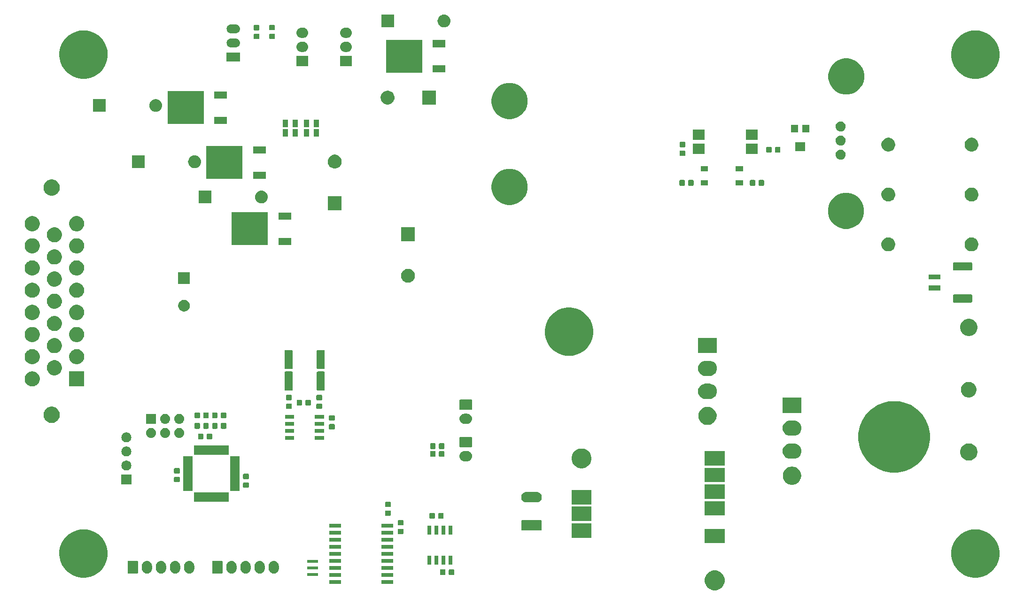
<source format=gbr>
G04 #@! TF.GenerationSoftware,KiCad,Pcbnew,(5.0.2)-1*
G04 #@! TF.CreationDate,2019-03-07T01:49:32-05:00*
G04 #@! TF.ProjectId,interface-board,696e7465-7266-4616-9365-2d626f617264,rev?*
G04 #@! TF.SameCoordinates,Original*
G04 #@! TF.FileFunction,Soldermask,Top*
G04 #@! TF.FilePolarity,Negative*
%FSLAX46Y46*%
G04 Gerber Fmt 4.6, Leading zero omitted, Abs format (unit mm)*
G04 Created by KiCad (PCBNEW (5.0.2)-1) date 3/7/2019 1:49:32 AM*
%MOMM*%
%LPD*%
G01*
G04 APERTURE LIST*
%ADD10C,0.100000*%
G04 APERTURE END LIST*
D10*
G36*
X181132630Y-142187966D02*
X181457050Y-142252497D01*
X181478434Y-142258983D01*
X181784039Y-142385570D01*
X181803745Y-142396103D01*
X182078776Y-142579873D01*
X182083546Y-142583788D01*
X182083548Y-142583789D01*
X182086508Y-142586218D01*
X182096059Y-142594057D01*
X182329943Y-142827941D01*
X182344127Y-142845224D01*
X182527897Y-143120255D01*
X182538430Y-143139961D01*
X182665017Y-143445566D01*
X182671503Y-143466950D01*
X182736034Y-143791370D01*
X182738224Y-143813608D01*
X182738224Y-144144392D01*
X182736034Y-144166630D01*
X182671503Y-144491050D01*
X182665017Y-144512434D01*
X182538430Y-144818039D01*
X182527897Y-144837745D01*
X182344127Y-145112776D01*
X182329943Y-145130059D01*
X182096059Y-145363943D01*
X182078776Y-145378127D01*
X181803745Y-145561897D01*
X181784039Y-145572430D01*
X181478434Y-145699017D01*
X181457050Y-145705503D01*
X181132630Y-145770034D01*
X181110392Y-145772224D01*
X180779608Y-145772224D01*
X180757370Y-145770034D01*
X180432950Y-145705503D01*
X180411566Y-145699017D01*
X180105961Y-145572430D01*
X180086255Y-145561897D01*
X179811224Y-145378127D01*
X179793941Y-145363943D01*
X179560057Y-145130059D01*
X179545873Y-145112776D01*
X179362103Y-144837745D01*
X179351570Y-144818039D01*
X179224983Y-144512434D01*
X179218497Y-144491050D01*
X179153966Y-144166630D01*
X179151776Y-144144392D01*
X179151776Y-143813608D01*
X179153966Y-143791370D01*
X179218497Y-143466950D01*
X179224983Y-143445566D01*
X179351570Y-143139961D01*
X179362103Y-143120255D01*
X179545873Y-142845224D01*
X179560057Y-142827941D01*
X179793941Y-142594057D01*
X179803493Y-142586218D01*
X179806452Y-142583789D01*
X179806454Y-142583788D01*
X179811224Y-142579873D01*
X180086255Y-142396103D01*
X180105961Y-142385570D01*
X180411566Y-142258983D01*
X180432950Y-142252497D01*
X180757370Y-142187966D01*
X180779608Y-142185776D01*
X181110392Y-142185776D01*
X181132630Y-142187966D01*
X181132630Y-142187966D01*
G37*
G36*
X122971800Y-144622800D02*
X120870200Y-144622800D01*
X120870200Y-143921200D01*
X122971800Y-143921200D01*
X122971800Y-144622800D01*
X122971800Y-144622800D01*
G37*
G36*
X113571800Y-144622800D02*
X111470200Y-144622800D01*
X111470200Y-143921200D01*
X113571800Y-143921200D01*
X113571800Y-144622800D01*
X113571800Y-144622800D01*
G37*
G36*
X67806225Y-134811532D02*
X68454082Y-134940398D01*
X69245877Y-135268371D01*
X69958474Y-135744513D01*
X70564487Y-136350526D01*
X71040629Y-137063123D01*
X71368602Y-137854918D01*
X71451723Y-138272800D01*
X71535800Y-138695482D01*
X71535800Y-139552518D01*
X71525250Y-139605554D01*
X71368602Y-140393082D01*
X71040629Y-141184877D01*
X70564487Y-141897474D01*
X69958474Y-142503487D01*
X69245877Y-142979629D01*
X68454082Y-143307602D01*
X67822942Y-143433143D01*
X67613518Y-143474800D01*
X66756482Y-143474800D01*
X66547058Y-143433143D01*
X65915918Y-143307602D01*
X65124123Y-142979629D01*
X64411526Y-142503487D01*
X63805513Y-141897474D01*
X63329371Y-141184877D01*
X63001398Y-140393082D01*
X62844750Y-139605554D01*
X62834200Y-139552518D01*
X62834200Y-138695482D01*
X62918277Y-138272800D01*
X63001398Y-137854918D01*
X63329371Y-137063123D01*
X63805513Y-136350526D01*
X64411526Y-135744513D01*
X65124123Y-135268371D01*
X65915918Y-134940398D01*
X66563775Y-134811532D01*
X66756482Y-134773200D01*
X67613518Y-134773200D01*
X67806225Y-134811532D01*
X67806225Y-134811532D01*
G37*
G36*
X228556225Y-134811532D02*
X229204082Y-134940398D01*
X229995877Y-135268371D01*
X230708474Y-135744513D01*
X231314487Y-136350526D01*
X231790629Y-137063123D01*
X232118602Y-137854918D01*
X232201723Y-138272800D01*
X232285800Y-138695482D01*
X232285800Y-139552518D01*
X232275250Y-139605554D01*
X232118602Y-140393082D01*
X231790629Y-141184877D01*
X231314487Y-141897474D01*
X230708474Y-142503487D01*
X229995877Y-142979629D01*
X229204082Y-143307602D01*
X228572942Y-143433143D01*
X228363518Y-143474800D01*
X227506482Y-143474800D01*
X227297058Y-143433143D01*
X226665918Y-143307602D01*
X225874123Y-142979629D01*
X225161526Y-142503487D01*
X224555513Y-141897474D01*
X224079371Y-141184877D01*
X223751398Y-140393082D01*
X223594750Y-139605554D01*
X223584200Y-139552518D01*
X223584200Y-138695482D01*
X223668277Y-138272800D01*
X223751398Y-137854918D01*
X224079371Y-137063123D01*
X224555513Y-136350526D01*
X225161526Y-135744513D01*
X225874123Y-135268371D01*
X226665918Y-134940398D01*
X227313775Y-134811532D01*
X227506482Y-134773200D01*
X228363518Y-134773200D01*
X228556225Y-134811532D01*
X228556225Y-134811532D01*
G37*
G36*
X113571800Y-143352800D02*
X111470200Y-143352800D01*
X111470200Y-142651200D01*
X113571800Y-142651200D01*
X113571800Y-143352800D01*
X113571800Y-143352800D01*
G37*
G36*
X122971800Y-143352800D02*
X120870200Y-143352800D01*
X120870200Y-142651200D01*
X122971800Y-142651200D01*
X122971800Y-143352800D01*
X122971800Y-143352800D01*
G37*
G36*
X109458800Y-143182800D02*
X107457200Y-143182800D01*
X107457200Y-142681200D01*
X109458800Y-142681200D01*
X109458800Y-143182800D01*
X109458800Y-143182800D01*
G37*
G36*
X133844468Y-141972283D02*
X133878434Y-141982586D01*
X133909732Y-141999316D01*
X133937168Y-142021832D01*
X133959684Y-142049268D01*
X133976414Y-142080566D01*
X133986717Y-142114532D01*
X133990800Y-142155990D01*
X133990800Y-142832010D01*
X133986717Y-142873468D01*
X133976414Y-142907434D01*
X133959684Y-142938732D01*
X133937168Y-142966168D01*
X133909732Y-142988684D01*
X133878434Y-143005414D01*
X133844468Y-143015717D01*
X133803010Y-143019800D01*
X133201990Y-143019800D01*
X133160532Y-143015717D01*
X133126566Y-143005414D01*
X133095268Y-142988684D01*
X133067832Y-142966168D01*
X133045316Y-142938732D01*
X133028586Y-142907434D01*
X133018283Y-142873468D01*
X133014200Y-142832010D01*
X133014200Y-142155990D01*
X133018283Y-142114532D01*
X133028586Y-142080566D01*
X133045316Y-142049268D01*
X133067832Y-142021832D01*
X133095268Y-141999316D01*
X133126566Y-141982586D01*
X133160532Y-141972283D01*
X133201990Y-141968200D01*
X133803010Y-141968200D01*
X133844468Y-141972283D01*
X133844468Y-141972283D01*
G37*
G36*
X132269468Y-141972283D02*
X132303434Y-141982586D01*
X132334732Y-141999316D01*
X132362168Y-142021832D01*
X132384684Y-142049268D01*
X132401414Y-142080566D01*
X132411717Y-142114532D01*
X132415800Y-142155990D01*
X132415800Y-142832010D01*
X132411717Y-142873468D01*
X132401414Y-142907434D01*
X132384684Y-142938732D01*
X132362168Y-142966168D01*
X132334732Y-142988684D01*
X132303434Y-143005414D01*
X132269468Y-143015717D01*
X132228010Y-143019800D01*
X131626990Y-143019800D01*
X131585532Y-143015717D01*
X131551566Y-143005414D01*
X131520268Y-142988684D01*
X131492832Y-142966168D01*
X131470316Y-142938732D01*
X131453586Y-142907434D01*
X131443283Y-142873468D01*
X131439200Y-142832010D01*
X131439200Y-142155990D01*
X131443283Y-142114532D01*
X131453586Y-142080566D01*
X131470316Y-142049268D01*
X131492832Y-142021832D01*
X131520268Y-141999316D01*
X131551566Y-141982586D01*
X131585532Y-141972283D01*
X131626990Y-141968200D01*
X132228010Y-141968200D01*
X132269468Y-141972283D01*
X132269468Y-141972283D01*
G37*
G36*
X96565504Y-140456523D02*
X96565507Y-140456524D01*
X96739079Y-140509176D01*
X96739081Y-140509177D01*
X96739084Y-140509178D01*
X96899045Y-140594678D01*
X97039254Y-140709746D01*
X97154320Y-140849954D01*
X97239823Y-141009918D01*
X97292477Y-141183495D01*
X97305800Y-141318765D01*
X97305800Y-141869234D01*
X97292477Y-142004504D01*
X97292476Y-142004507D01*
X97292476Y-142004508D01*
X97239824Y-142178080D01*
X97239822Y-142178084D01*
X97154322Y-142338045D01*
X97039254Y-142478254D01*
X96899046Y-142593320D01*
X96899044Y-142593321D01*
X96739080Y-142678824D01*
X96620752Y-142714718D01*
X96565505Y-142731477D01*
X96385000Y-142749255D01*
X96204496Y-142731477D01*
X96149249Y-142714718D01*
X96030921Y-142678824D01*
X95870957Y-142593321D01*
X95870955Y-142593320D01*
X95730747Y-142478254D01*
X95615680Y-142338046D01*
X95530177Y-142178082D01*
X95501274Y-142082800D01*
X95477524Y-142004508D01*
X95477523Y-142004505D01*
X95464200Y-141869235D01*
X95464200Y-141318766D01*
X95477523Y-141183496D01*
X95507347Y-141085178D01*
X95530176Y-141009921D01*
X95530177Y-141009919D01*
X95530178Y-141009916D01*
X95615678Y-140849955D01*
X95730746Y-140709746D01*
X95870954Y-140594680D01*
X96030918Y-140509177D01*
X96030920Y-140509176D01*
X96204492Y-140456524D01*
X96204495Y-140456523D01*
X96385000Y-140438745D01*
X96565504Y-140456523D01*
X96565504Y-140456523D01*
G37*
G36*
X78785504Y-140456523D02*
X78785507Y-140456524D01*
X78959079Y-140509176D01*
X78959081Y-140509177D01*
X78959084Y-140509178D01*
X79119045Y-140594678D01*
X79259254Y-140709746D01*
X79374320Y-140849954D01*
X79459823Y-141009918D01*
X79512477Y-141183495D01*
X79525800Y-141318765D01*
X79525800Y-141869234D01*
X79512477Y-142004504D01*
X79512476Y-142004507D01*
X79512476Y-142004508D01*
X79459824Y-142178080D01*
X79459822Y-142178084D01*
X79374322Y-142338045D01*
X79259254Y-142478254D01*
X79119046Y-142593320D01*
X79119044Y-142593321D01*
X78959080Y-142678824D01*
X78840752Y-142714718D01*
X78785505Y-142731477D01*
X78605000Y-142749255D01*
X78424496Y-142731477D01*
X78369249Y-142714718D01*
X78250921Y-142678824D01*
X78090957Y-142593321D01*
X78090955Y-142593320D01*
X77950747Y-142478254D01*
X77835680Y-142338046D01*
X77750177Y-142178082D01*
X77721274Y-142082800D01*
X77697524Y-142004508D01*
X77697523Y-142004505D01*
X77684200Y-141869235D01*
X77684200Y-141318766D01*
X77697523Y-141183496D01*
X77727347Y-141085178D01*
X77750176Y-141009921D01*
X77750177Y-141009919D01*
X77750178Y-141009916D01*
X77835678Y-140849955D01*
X77950746Y-140709746D01*
X78090954Y-140594680D01*
X78250918Y-140509177D01*
X78250920Y-140509176D01*
X78424492Y-140456524D01*
X78424495Y-140456523D01*
X78605000Y-140438745D01*
X78785504Y-140456523D01*
X78785504Y-140456523D01*
G37*
G36*
X81325504Y-140456523D02*
X81325507Y-140456524D01*
X81499079Y-140509176D01*
X81499081Y-140509177D01*
X81499084Y-140509178D01*
X81659045Y-140594678D01*
X81799254Y-140709746D01*
X81914320Y-140849954D01*
X81999823Y-141009918D01*
X82052477Y-141183495D01*
X82065800Y-141318765D01*
X82065800Y-141869234D01*
X82052477Y-142004504D01*
X82052476Y-142004507D01*
X82052476Y-142004508D01*
X81999824Y-142178080D01*
X81999822Y-142178084D01*
X81914322Y-142338045D01*
X81799254Y-142478254D01*
X81659046Y-142593320D01*
X81659044Y-142593321D01*
X81499080Y-142678824D01*
X81380752Y-142714718D01*
X81325505Y-142731477D01*
X81145000Y-142749255D01*
X80964496Y-142731477D01*
X80909249Y-142714718D01*
X80790921Y-142678824D01*
X80630957Y-142593321D01*
X80630955Y-142593320D01*
X80490747Y-142478254D01*
X80375680Y-142338046D01*
X80290177Y-142178082D01*
X80261274Y-142082800D01*
X80237524Y-142004508D01*
X80237523Y-142004505D01*
X80224200Y-141869235D01*
X80224200Y-141318766D01*
X80237523Y-141183496D01*
X80267347Y-141085178D01*
X80290176Y-141009921D01*
X80290177Y-141009919D01*
X80290178Y-141009916D01*
X80375678Y-140849955D01*
X80490746Y-140709746D01*
X80630954Y-140594680D01*
X80790918Y-140509177D01*
X80790920Y-140509176D01*
X80964492Y-140456524D01*
X80964495Y-140456523D01*
X81145000Y-140438745D01*
X81325504Y-140456523D01*
X81325504Y-140456523D01*
G37*
G36*
X94025504Y-140456523D02*
X94025507Y-140456524D01*
X94199079Y-140509176D01*
X94199081Y-140509177D01*
X94199084Y-140509178D01*
X94359045Y-140594678D01*
X94499254Y-140709746D01*
X94614320Y-140849954D01*
X94699823Y-141009918D01*
X94752477Y-141183495D01*
X94765800Y-141318765D01*
X94765800Y-141869234D01*
X94752477Y-142004504D01*
X94752476Y-142004507D01*
X94752476Y-142004508D01*
X94699824Y-142178080D01*
X94699822Y-142178084D01*
X94614322Y-142338045D01*
X94499254Y-142478254D01*
X94359046Y-142593320D01*
X94359044Y-142593321D01*
X94199080Y-142678824D01*
X94080752Y-142714718D01*
X94025505Y-142731477D01*
X93845000Y-142749255D01*
X93664496Y-142731477D01*
X93609249Y-142714718D01*
X93490921Y-142678824D01*
X93330957Y-142593321D01*
X93330955Y-142593320D01*
X93190747Y-142478254D01*
X93075680Y-142338046D01*
X92990177Y-142178082D01*
X92961274Y-142082800D01*
X92937524Y-142004508D01*
X92937523Y-142004505D01*
X92924200Y-141869235D01*
X92924200Y-141318766D01*
X92937523Y-141183496D01*
X92967347Y-141085178D01*
X92990176Y-141009921D01*
X92990177Y-141009919D01*
X92990178Y-141009916D01*
X93075678Y-140849955D01*
X93190746Y-140709746D01*
X93330954Y-140594680D01*
X93490918Y-140509177D01*
X93490920Y-140509176D01*
X93664492Y-140456524D01*
X93664495Y-140456523D01*
X93845000Y-140438745D01*
X94025504Y-140456523D01*
X94025504Y-140456523D01*
G37*
G36*
X99105504Y-140456523D02*
X99105507Y-140456524D01*
X99279079Y-140509176D01*
X99279081Y-140509177D01*
X99279084Y-140509178D01*
X99439045Y-140594678D01*
X99579254Y-140709746D01*
X99694320Y-140849954D01*
X99779823Y-141009918D01*
X99832477Y-141183495D01*
X99845800Y-141318765D01*
X99845800Y-141869234D01*
X99832477Y-142004504D01*
X99832476Y-142004507D01*
X99832476Y-142004508D01*
X99779824Y-142178080D01*
X99779822Y-142178084D01*
X99694322Y-142338045D01*
X99579254Y-142478254D01*
X99439046Y-142593320D01*
X99439044Y-142593321D01*
X99279080Y-142678824D01*
X99160752Y-142714718D01*
X99105505Y-142731477D01*
X98925000Y-142749255D01*
X98744496Y-142731477D01*
X98689249Y-142714718D01*
X98570921Y-142678824D01*
X98410957Y-142593321D01*
X98410955Y-142593320D01*
X98270747Y-142478254D01*
X98155680Y-142338046D01*
X98070177Y-142178082D01*
X98041274Y-142082800D01*
X98017524Y-142004508D01*
X98017523Y-142004505D01*
X98004200Y-141869235D01*
X98004200Y-141318766D01*
X98017523Y-141183496D01*
X98047347Y-141085178D01*
X98070176Y-141009921D01*
X98070177Y-141009919D01*
X98070178Y-141009916D01*
X98155678Y-140849955D01*
X98270746Y-140709746D01*
X98410954Y-140594680D01*
X98570918Y-140509177D01*
X98570920Y-140509176D01*
X98744492Y-140456524D01*
X98744495Y-140456523D01*
X98925000Y-140438745D01*
X99105504Y-140456523D01*
X99105504Y-140456523D01*
G37*
G36*
X101645504Y-140456523D02*
X101645507Y-140456524D01*
X101819079Y-140509176D01*
X101819081Y-140509177D01*
X101819084Y-140509178D01*
X101979045Y-140594678D01*
X102119254Y-140709746D01*
X102234320Y-140849954D01*
X102319823Y-141009918D01*
X102372477Y-141183495D01*
X102385800Y-141318765D01*
X102385800Y-141869234D01*
X102372477Y-142004504D01*
X102372476Y-142004507D01*
X102372476Y-142004508D01*
X102319824Y-142178080D01*
X102319822Y-142178084D01*
X102234322Y-142338045D01*
X102119254Y-142478254D01*
X101979046Y-142593320D01*
X101979044Y-142593321D01*
X101819080Y-142678824D01*
X101700752Y-142714718D01*
X101645505Y-142731477D01*
X101465000Y-142749255D01*
X101284496Y-142731477D01*
X101229249Y-142714718D01*
X101110921Y-142678824D01*
X100950957Y-142593321D01*
X100950955Y-142593320D01*
X100810747Y-142478254D01*
X100695680Y-142338046D01*
X100610177Y-142178082D01*
X100581274Y-142082800D01*
X100557524Y-142004508D01*
X100557523Y-142004505D01*
X100544200Y-141869235D01*
X100544200Y-141318766D01*
X100557523Y-141183496D01*
X100587347Y-141085178D01*
X100610176Y-141009921D01*
X100610177Y-141009919D01*
X100610178Y-141009916D01*
X100695678Y-140849955D01*
X100810746Y-140709746D01*
X100950954Y-140594680D01*
X101110918Y-140509177D01*
X101110920Y-140509176D01*
X101284492Y-140456524D01*
X101284495Y-140456523D01*
X101465000Y-140438745D01*
X101645504Y-140456523D01*
X101645504Y-140456523D01*
G37*
G36*
X83865504Y-140456523D02*
X83865507Y-140456524D01*
X84039079Y-140509176D01*
X84039081Y-140509177D01*
X84039084Y-140509178D01*
X84199045Y-140594678D01*
X84339254Y-140709746D01*
X84454320Y-140849954D01*
X84539823Y-141009918D01*
X84592477Y-141183495D01*
X84605800Y-141318765D01*
X84605800Y-141869234D01*
X84592477Y-142004504D01*
X84592476Y-142004507D01*
X84592476Y-142004508D01*
X84539824Y-142178080D01*
X84539822Y-142178084D01*
X84454322Y-142338045D01*
X84339254Y-142478254D01*
X84199046Y-142593320D01*
X84199044Y-142593321D01*
X84039080Y-142678824D01*
X83920752Y-142714718D01*
X83865505Y-142731477D01*
X83685000Y-142749255D01*
X83504496Y-142731477D01*
X83449249Y-142714718D01*
X83330921Y-142678824D01*
X83170957Y-142593321D01*
X83170955Y-142593320D01*
X83030747Y-142478254D01*
X82915680Y-142338046D01*
X82830177Y-142178082D01*
X82801274Y-142082800D01*
X82777524Y-142004508D01*
X82777523Y-142004505D01*
X82764200Y-141869235D01*
X82764200Y-141318766D01*
X82777523Y-141183496D01*
X82807347Y-141085178D01*
X82830176Y-141009921D01*
X82830177Y-141009919D01*
X82830178Y-141009916D01*
X82915678Y-140849955D01*
X83030746Y-140709746D01*
X83170954Y-140594680D01*
X83330918Y-140509177D01*
X83330920Y-140509176D01*
X83504492Y-140456524D01*
X83504495Y-140456523D01*
X83685000Y-140438745D01*
X83865504Y-140456523D01*
X83865504Y-140456523D01*
G37*
G36*
X86405504Y-140456523D02*
X86405507Y-140456524D01*
X86579079Y-140509176D01*
X86579081Y-140509177D01*
X86579084Y-140509178D01*
X86739045Y-140594678D01*
X86879254Y-140709746D01*
X86994320Y-140849954D01*
X87079823Y-141009918D01*
X87132477Y-141183495D01*
X87145800Y-141318765D01*
X87145800Y-141869234D01*
X87132477Y-142004504D01*
X87132476Y-142004507D01*
X87132476Y-142004508D01*
X87079824Y-142178080D01*
X87079822Y-142178084D01*
X86994322Y-142338045D01*
X86879254Y-142478254D01*
X86739046Y-142593320D01*
X86739044Y-142593321D01*
X86579080Y-142678824D01*
X86460752Y-142714718D01*
X86405505Y-142731477D01*
X86225000Y-142749255D01*
X86044496Y-142731477D01*
X85989249Y-142714718D01*
X85870921Y-142678824D01*
X85710957Y-142593321D01*
X85710955Y-142593320D01*
X85570747Y-142478254D01*
X85455680Y-142338046D01*
X85370177Y-142178082D01*
X85341274Y-142082800D01*
X85317524Y-142004508D01*
X85317523Y-142004505D01*
X85304200Y-141869235D01*
X85304200Y-141318766D01*
X85317523Y-141183496D01*
X85347347Y-141085178D01*
X85370176Y-141009921D01*
X85370177Y-141009919D01*
X85370178Y-141009916D01*
X85455678Y-140849955D01*
X85570746Y-140709746D01*
X85710954Y-140594680D01*
X85870918Y-140509177D01*
X85870920Y-140509176D01*
X86044492Y-140456524D01*
X86044495Y-140456523D01*
X86225000Y-140438745D01*
X86405504Y-140456523D01*
X86405504Y-140456523D01*
G37*
G36*
X92084409Y-140447165D02*
X92117219Y-140457118D01*
X92147460Y-140473282D01*
X92173965Y-140495035D01*
X92195718Y-140521540D01*
X92211882Y-140551781D01*
X92221835Y-140584591D01*
X92225800Y-140624854D01*
X92225800Y-142563146D01*
X92221835Y-142603409D01*
X92211882Y-142636219D01*
X92195718Y-142666460D01*
X92173965Y-142692965D01*
X92147460Y-142714718D01*
X92117219Y-142730882D01*
X92084409Y-142740835D01*
X92044146Y-142744800D01*
X90565854Y-142744800D01*
X90525591Y-142740835D01*
X90492781Y-142730882D01*
X90462540Y-142714718D01*
X90436035Y-142692965D01*
X90414282Y-142666460D01*
X90398118Y-142636219D01*
X90388165Y-142603409D01*
X90384200Y-142563146D01*
X90384200Y-140624854D01*
X90388165Y-140584591D01*
X90398118Y-140551781D01*
X90414282Y-140521540D01*
X90436035Y-140495035D01*
X90462540Y-140473282D01*
X90492781Y-140457118D01*
X90525591Y-140447165D01*
X90565854Y-140443200D01*
X92044146Y-140443200D01*
X92084409Y-140447165D01*
X92084409Y-140447165D01*
G37*
G36*
X76844409Y-140447165D02*
X76877219Y-140457118D01*
X76907460Y-140473282D01*
X76933965Y-140495035D01*
X76955718Y-140521540D01*
X76971882Y-140551781D01*
X76981835Y-140584591D01*
X76985800Y-140624854D01*
X76985800Y-142563146D01*
X76981835Y-142603409D01*
X76971882Y-142636219D01*
X76955718Y-142666460D01*
X76933965Y-142692965D01*
X76907460Y-142714718D01*
X76877219Y-142730882D01*
X76844409Y-142740835D01*
X76804146Y-142744800D01*
X75325854Y-142744800D01*
X75285591Y-142740835D01*
X75252781Y-142730882D01*
X75222540Y-142714718D01*
X75196035Y-142692965D01*
X75174282Y-142666460D01*
X75158118Y-142636219D01*
X75148165Y-142603409D01*
X75144200Y-142563146D01*
X75144200Y-140624854D01*
X75148165Y-140584591D01*
X75158118Y-140551781D01*
X75174282Y-140521540D01*
X75196035Y-140495035D01*
X75222540Y-140473282D01*
X75252781Y-140457118D01*
X75285591Y-140447165D01*
X75325854Y-140443200D01*
X76804146Y-140443200D01*
X76844409Y-140447165D01*
X76844409Y-140447165D01*
G37*
G36*
X122971800Y-142082800D02*
X120870200Y-142082800D01*
X120870200Y-141381200D01*
X122971800Y-141381200D01*
X122971800Y-142082800D01*
X122971800Y-142082800D01*
G37*
G36*
X113571800Y-142082800D02*
X111470200Y-142082800D01*
X111470200Y-141381200D01*
X113571800Y-141381200D01*
X113571800Y-142082800D01*
X113571800Y-142082800D01*
G37*
G36*
X109458800Y-141982800D02*
X107457200Y-141982800D01*
X107457200Y-141481200D01*
X109458800Y-141481200D01*
X109458800Y-141982800D01*
X109458800Y-141982800D01*
G37*
G36*
X132430800Y-141159800D02*
X131729200Y-141159800D01*
X131729200Y-139508200D01*
X132430800Y-139508200D01*
X132430800Y-141159800D01*
X132430800Y-141159800D01*
G37*
G36*
X131160800Y-141159800D02*
X130459200Y-141159800D01*
X130459200Y-139508200D01*
X131160800Y-139508200D01*
X131160800Y-141159800D01*
X131160800Y-141159800D01*
G37*
G36*
X129890800Y-141159800D02*
X129189200Y-141159800D01*
X129189200Y-139508200D01*
X129890800Y-139508200D01*
X129890800Y-141159800D01*
X129890800Y-141159800D01*
G37*
G36*
X133700800Y-141159800D02*
X132999200Y-141159800D01*
X132999200Y-139508200D01*
X133700800Y-139508200D01*
X133700800Y-141159800D01*
X133700800Y-141159800D01*
G37*
G36*
X113571800Y-140812800D02*
X111470200Y-140812800D01*
X111470200Y-140111200D01*
X113571800Y-140111200D01*
X113571800Y-140812800D01*
X113571800Y-140812800D01*
G37*
G36*
X122971800Y-140812800D02*
X120870200Y-140812800D01*
X120870200Y-140111200D01*
X122971800Y-140111200D01*
X122971800Y-140812800D01*
X122971800Y-140812800D01*
G37*
G36*
X109458800Y-140782800D02*
X107457200Y-140782800D01*
X107457200Y-140281200D01*
X109458800Y-140281200D01*
X109458800Y-140782800D01*
X109458800Y-140782800D01*
G37*
G36*
X113571800Y-139542800D02*
X111470200Y-139542800D01*
X111470200Y-138841200D01*
X113571800Y-138841200D01*
X113571800Y-139542800D01*
X113571800Y-139542800D01*
G37*
G36*
X122971800Y-139542800D02*
X120870200Y-139542800D01*
X120870200Y-138841200D01*
X122971800Y-138841200D01*
X122971800Y-139542800D01*
X122971800Y-139542800D01*
G37*
G36*
X122971800Y-138272800D02*
X120870200Y-138272800D01*
X120870200Y-137571200D01*
X122971800Y-137571200D01*
X122971800Y-138272800D01*
X122971800Y-138272800D01*
G37*
G36*
X113571800Y-138272800D02*
X111470200Y-138272800D01*
X111470200Y-137571200D01*
X113571800Y-137571200D01*
X113571800Y-138272800D01*
X113571800Y-138272800D01*
G37*
G36*
X182745800Y-137279800D02*
X179144200Y-137279800D01*
X179144200Y-134678200D01*
X182745800Y-134678200D01*
X182745800Y-137279800D01*
X182745800Y-137279800D01*
G37*
G36*
X122971800Y-137002800D02*
X120870200Y-137002800D01*
X120870200Y-136301200D01*
X122971800Y-136301200D01*
X122971800Y-137002800D01*
X122971800Y-137002800D01*
G37*
G36*
X113571800Y-137002800D02*
X111470200Y-137002800D01*
X111470200Y-136301200D01*
X113571800Y-136301200D01*
X113571800Y-137002800D01*
X113571800Y-137002800D01*
G37*
G36*
X158745800Y-136279800D02*
X155144200Y-136279800D01*
X155144200Y-133678200D01*
X158745800Y-133678200D01*
X158745800Y-136279800D01*
X158745800Y-136279800D01*
G37*
G36*
X129890800Y-135759800D02*
X129189200Y-135759800D01*
X129189200Y-134108200D01*
X129890800Y-134108200D01*
X129890800Y-135759800D01*
X129890800Y-135759800D01*
G37*
G36*
X131160800Y-135759800D02*
X130459200Y-135759800D01*
X130459200Y-134108200D01*
X131160800Y-134108200D01*
X131160800Y-135759800D01*
X131160800Y-135759800D01*
G37*
G36*
X132430800Y-135759800D02*
X131729200Y-135759800D01*
X131729200Y-134108200D01*
X132430800Y-134108200D01*
X132430800Y-135759800D01*
X132430800Y-135759800D01*
G37*
G36*
X133700800Y-135759800D02*
X132999200Y-135759800D01*
X132999200Y-134108200D01*
X133700800Y-134108200D01*
X133700800Y-135759800D01*
X133700800Y-135759800D01*
G37*
G36*
X113571800Y-135732800D02*
X111470200Y-135732800D01*
X111470200Y-135031200D01*
X113571800Y-135031200D01*
X113571800Y-135732800D01*
X113571800Y-135732800D01*
G37*
G36*
X122971800Y-135732800D02*
X120870200Y-135732800D01*
X120870200Y-135031200D01*
X122971800Y-135031200D01*
X122971800Y-135732800D01*
X122971800Y-135732800D01*
G37*
G36*
X124712468Y-134669283D02*
X124746434Y-134679586D01*
X124777732Y-134696316D01*
X124805168Y-134718832D01*
X124827684Y-134746268D01*
X124844414Y-134777566D01*
X124854717Y-134811532D01*
X124858800Y-134852990D01*
X124858800Y-135454010D01*
X124854717Y-135495468D01*
X124844414Y-135529434D01*
X124827684Y-135560732D01*
X124805168Y-135588168D01*
X124777732Y-135610684D01*
X124746434Y-135627414D01*
X124712468Y-135637717D01*
X124671010Y-135641800D01*
X123994990Y-135641800D01*
X123953532Y-135637717D01*
X123919566Y-135627414D01*
X123888268Y-135610684D01*
X123860832Y-135588168D01*
X123838316Y-135560732D01*
X123821586Y-135529434D01*
X123811283Y-135495468D01*
X123807200Y-135454010D01*
X123807200Y-134852990D01*
X123811283Y-134811532D01*
X123821586Y-134777566D01*
X123838316Y-134746268D01*
X123860832Y-134718832D01*
X123888268Y-134696316D01*
X123919566Y-134679586D01*
X123953532Y-134669283D01*
X123994990Y-134665200D01*
X124671010Y-134665200D01*
X124712468Y-134669283D01*
X124712468Y-134669283D01*
G37*
G36*
X149635760Y-133097133D02*
X149668258Y-133106991D01*
X149698208Y-133123000D01*
X149724458Y-133144542D01*
X149746000Y-133170792D01*
X149762009Y-133200742D01*
X149771867Y-133233240D01*
X149775800Y-133273173D01*
X149775800Y-134814827D01*
X149771867Y-134854760D01*
X149762009Y-134887258D01*
X149746000Y-134917208D01*
X149724458Y-134943458D01*
X149698208Y-134965000D01*
X149668258Y-134981009D01*
X149635760Y-134990867D01*
X149595827Y-134994800D01*
X146254173Y-134994800D01*
X146214240Y-134990867D01*
X146181742Y-134981009D01*
X146151792Y-134965000D01*
X146125542Y-134943458D01*
X146104000Y-134917208D01*
X146087991Y-134887258D01*
X146078133Y-134854760D01*
X146074200Y-134814827D01*
X146074200Y-133273173D01*
X146078133Y-133233240D01*
X146087991Y-133200742D01*
X146104000Y-133170792D01*
X146125542Y-133144542D01*
X146151792Y-133123000D01*
X146181742Y-133106991D01*
X146214240Y-133097133D01*
X146254173Y-133093200D01*
X149595827Y-133093200D01*
X149635760Y-133097133D01*
X149635760Y-133097133D01*
G37*
G36*
X113571800Y-134462800D02*
X111470200Y-134462800D01*
X111470200Y-133761200D01*
X113571800Y-133761200D01*
X113571800Y-134462800D01*
X113571800Y-134462800D01*
G37*
G36*
X122971800Y-134462800D02*
X120870200Y-134462800D01*
X120870200Y-133761200D01*
X122971800Y-133761200D01*
X122971800Y-134462800D01*
X122971800Y-134462800D01*
G37*
G36*
X124712468Y-133094283D02*
X124746434Y-133104586D01*
X124777732Y-133121316D01*
X124805168Y-133143832D01*
X124827684Y-133171268D01*
X124844414Y-133202566D01*
X124854717Y-133236532D01*
X124858800Y-133277990D01*
X124858800Y-133879010D01*
X124854717Y-133920468D01*
X124844414Y-133954434D01*
X124827684Y-133985732D01*
X124805168Y-134013168D01*
X124777732Y-134035684D01*
X124746434Y-134052414D01*
X124712468Y-134062717D01*
X124671010Y-134066800D01*
X123994990Y-134066800D01*
X123953532Y-134062717D01*
X123919566Y-134052414D01*
X123888268Y-134035684D01*
X123860832Y-134013168D01*
X123838316Y-133985732D01*
X123821586Y-133954434D01*
X123811283Y-133920468D01*
X123807200Y-133879010D01*
X123807200Y-133277990D01*
X123811283Y-133236532D01*
X123821586Y-133202566D01*
X123838316Y-133171268D01*
X123860832Y-133143832D01*
X123888268Y-133121316D01*
X123919566Y-133104586D01*
X123953532Y-133094283D01*
X123994990Y-133090200D01*
X124671010Y-133090200D01*
X124712468Y-133094283D01*
X124712468Y-133094283D01*
G37*
G36*
X158745800Y-133279800D02*
X155144200Y-133279800D01*
X155144200Y-130678200D01*
X158745800Y-130678200D01*
X158745800Y-133279800D01*
X158745800Y-133279800D01*
G37*
G36*
X131939468Y-131812283D02*
X131973434Y-131822586D01*
X132004732Y-131839316D01*
X132032168Y-131861832D01*
X132054684Y-131889268D01*
X132071414Y-131920566D01*
X132081717Y-131954532D01*
X132085800Y-131995990D01*
X132085800Y-132672010D01*
X132081717Y-132713468D01*
X132071414Y-132747434D01*
X132054684Y-132778732D01*
X132032168Y-132806168D01*
X132004732Y-132828684D01*
X131973434Y-132845414D01*
X131939468Y-132855717D01*
X131898010Y-132859800D01*
X131296990Y-132859800D01*
X131255532Y-132855717D01*
X131221566Y-132845414D01*
X131190268Y-132828684D01*
X131162832Y-132806168D01*
X131140316Y-132778732D01*
X131123586Y-132747434D01*
X131113283Y-132713468D01*
X131109200Y-132672010D01*
X131109200Y-131995990D01*
X131113283Y-131954532D01*
X131123586Y-131920566D01*
X131140316Y-131889268D01*
X131162832Y-131861832D01*
X131190268Y-131839316D01*
X131221566Y-131822586D01*
X131255532Y-131812283D01*
X131296990Y-131808200D01*
X131898010Y-131808200D01*
X131939468Y-131812283D01*
X131939468Y-131812283D01*
G37*
G36*
X130364468Y-131812283D02*
X130398434Y-131822586D01*
X130429732Y-131839316D01*
X130457168Y-131861832D01*
X130479684Y-131889268D01*
X130496414Y-131920566D01*
X130506717Y-131954532D01*
X130510800Y-131995990D01*
X130510800Y-132672010D01*
X130506717Y-132713468D01*
X130496414Y-132747434D01*
X130479684Y-132778732D01*
X130457168Y-132806168D01*
X130429732Y-132828684D01*
X130398434Y-132845414D01*
X130364468Y-132855717D01*
X130323010Y-132859800D01*
X129721990Y-132859800D01*
X129680532Y-132855717D01*
X129646566Y-132845414D01*
X129615268Y-132828684D01*
X129587832Y-132806168D01*
X129565316Y-132778732D01*
X129548586Y-132747434D01*
X129538283Y-132713468D01*
X129534200Y-132672010D01*
X129534200Y-131995990D01*
X129538283Y-131954532D01*
X129548586Y-131920566D01*
X129565316Y-131889268D01*
X129587832Y-131861832D01*
X129615268Y-131839316D01*
X129646566Y-131822586D01*
X129680532Y-131812283D01*
X129721990Y-131808200D01*
X130323010Y-131808200D01*
X130364468Y-131812283D01*
X130364468Y-131812283D01*
G37*
G36*
X122426468Y-131367283D02*
X122460434Y-131377586D01*
X122491732Y-131394316D01*
X122519168Y-131416832D01*
X122541684Y-131444268D01*
X122558414Y-131475566D01*
X122568717Y-131509532D01*
X122572800Y-131550990D01*
X122572800Y-132152010D01*
X122568717Y-132193468D01*
X122558414Y-132227434D01*
X122541684Y-132258732D01*
X122519168Y-132286168D01*
X122491732Y-132308684D01*
X122460434Y-132325414D01*
X122426468Y-132335717D01*
X122385010Y-132339800D01*
X121708990Y-132339800D01*
X121667532Y-132335717D01*
X121633566Y-132325414D01*
X121602268Y-132308684D01*
X121574832Y-132286168D01*
X121552316Y-132258732D01*
X121535586Y-132227434D01*
X121525283Y-132193468D01*
X121521200Y-132152010D01*
X121521200Y-131550990D01*
X121525283Y-131509532D01*
X121535586Y-131475566D01*
X121552316Y-131444268D01*
X121574832Y-131416832D01*
X121602268Y-131394316D01*
X121633566Y-131377586D01*
X121667532Y-131367283D01*
X121708990Y-131363200D01*
X122385010Y-131363200D01*
X122426468Y-131367283D01*
X122426468Y-131367283D01*
G37*
G36*
X182745800Y-132279800D02*
X179144200Y-132279800D01*
X179144200Y-129678200D01*
X182745800Y-129678200D01*
X182745800Y-132279800D01*
X182745800Y-132279800D01*
G37*
G36*
X122426468Y-129792283D02*
X122460434Y-129802586D01*
X122491732Y-129819316D01*
X122519168Y-129841832D01*
X122541684Y-129869268D01*
X122558414Y-129900566D01*
X122568717Y-129934532D01*
X122572800Y-129975990D01*
X122572800Y-130577010D01*
X122568717Y-130618468D01*
X122558414Y-130652434D01*
X122541684Y-130683732D01*
X122519168Y-130711168D01*
X122491732Y-130733684D01*
X122460434Y-130750414D01*
X122426468Y-130760717D01*
X122385010Y-130764800D01*
X121708990Y-130764800D01*
X121667532Y-130760717D01*
X121633566Y-130750414D01*
X121602268Y-130733684D01*
X121574832Y-130711168D01*
X121552316Y-130683732D01*
X121535586Y-130652434D01*
X121525283Y-130618468D01*
X121521200Y-130577010D01*
X121521200Y-129975990D01*
X121525283Y-129934532D01*
X121535586Y-129900566D01*
X121552316Y-129869268D01*
X121574832Y-129841832D01*
X121602268Y-129819316D01*
X121633566Y-129802586D01*
X121667532Y-129792283D01*
X121708990Y-129788200D01*
X122385010Y-129788200D01*
X122426468Y-129792283D01*
X122426468Y-129792283D01*
G37*
G36*
X158745800Y-130279800D02*
X155144200Y-130279800D01*
X155144200Y-127678200D01*
X158745800Y-127678200D01*
X158745800Y-130279800D01*
X158745800Y-130279800D01*
G37*
G36*
X149011391Y-128026957D02*
X149190616Y-128081325D01*
X149355792Y-128169613D01*
X149500570Y-128288430D01*
X149619387Y-128433208D01*
X149707675Y-128598384D01*
X149762043Y-128777609D01*
X149780400Y-128964000D01*
X149762043Y-129150391D01*
X149707675Y-129329616D01*
X149619387Y-129494792D01*
X149500570Y-129639570D01*
X149355792Y-129758387D01*
X149190616Y-129846675D01*
X149011391Y-129901043D01*
X148871708Y-129914800D01*
X146978292Y-129914800D01*
X146838609Y-129901043D01*
X146659384Y-129846675D01*
X146494208Y-129758387D01*
X146349430Y-129639570D01*
X146230613Y-129494792D01*
X146142325Y-129329616D01*
X146087957Y-129150391D01*
X146069600Y-128964000D01*
X146087957Y-128777609D01*
X146142325Y-128598384D01*
X146230613Y-128433208D01*
X146349430Y-128288430D01*
X146494208Y-128169613D01*
X146659384Y-128081325D01*
X146838609Y-128026957D01*
X146978292Y-128013200D01*
X148871708Y-128013200D01*
X149011391Y-128026957D01*
X149011391Y-128026957D01*
G37*
G36*
X93350800Y-129799800D02*
X87099200Y-129799800D01*
X87099200Y-128098200D01*
X93350800Y-128098200D01*
X93350800Y-129799800D01*
X93350800Y-129799800D01*
G37*
G36*
X182745800Y-129279800D02*
X179144200Y-129279800D01*
X179144200Y-126678200D01*
X182745800Y-126678200D01*
X182745800Y-129279800D01*
X182745800Y-129279800D01*
G37*
G36*
X86825800Y-127824800D02*
X85124200Y-127824800D01*
X85124200Y-121573200D01*
X86825800Y-121573200D01*
X86825800Y-127824800D01*
X86825800Y-127824800D01*
G37*
G36*
X95325800Y-127824800D02*
X93624200Y-127824800D01*
X93624200Y-121573200D01*
X95325800Y-121573200D01*
X95325800Y-127824800D01*
X95325800Y-127824800D01*
G37*
G36*
X96840468Y-126313283D02*
X96874434Y-126323586D01*
X96905732Y-126340316D01*
X96933168Y-126362832D01*
X96955684Y-126390268D01*
X96972414Y-126421566D01*
X96982717Y-126455532D01*
X96986800Y-126496990D01*
X96986800Y-127098010D01*
X96982717Y-127139468D01*
X96972414Y-127173434D01*
X96955684Y-127204732D01*
X96933168Y-127232168D01*
X96905732Y-127254684D01*
X96874434Y-127271414D01*
X96840468Y-127281717D01*
X96799010Y-127285800D01*
X96122990Y-127285800D01*
X96081532Y-127281717D01*
X96047566Y-127271414D01*
X96016268Y-127254684D01*
X95988832Y-127232168D01*
X95966316Y-127204732D01*
X95949586Y-127173434D01*
X95939283Y-127139468D01*
X95935200Y-127098010D01*
X95935200Y-126496990D01*
X95939283Y-126455532D01*
X95949586Y-126421566D01*
X95966316Y-126390268D01*
X95988832Y-126362832D01*
X96016268Y-126340316D01*
X96047566Y-126323586D01*
X96081532Y-126313283D01*
X96122990Y-126309200D01*
X96799010Y-126309200D01*
X96840468Y-126313283D01*
X96840468Y-126313283D01*
G37*
G36*
X195205104Y-123490727D02*
X195363604Y-123522255D01*
X195477716Y-123569522D01*
X195662209Y-123645941D01*
X195930952Y-123825510D01*
X196159490Y-124054048D01*
X196339059Y-124322791D01*
X196411512Y-124497710D01*
X196462745Y-124621396D01*
X196473649Y-124676215D01*
X196525800Y-124938394D01*
X196525800Y-125261606D01*
X196518703Y-125297283D01*
X196462745Y-125578604D01*
X196425031Y-125669653D01*
X196339059Y-125877209D01*
X196159490Y-126145952D01*
X195930952Y-126374490D01*
X195662209Y-126554059D01*
X195487290Y-126626512D01*
X195363604Y-126677745D01*
X195302999Y-126689800D01*
X195046606Y-126740800D01*
X194723394Y-126740800D01*
X194467001Y-126689800D01*
X194406396Y-126677745D01*
X194282710Y-126626512D01*
X194107791Y-126554059D01*
X193839048Y-126374490D01*
X193610510Y-126145952D01*
X193430941Y-125877209D01*
X193344969Y-125669653D01*
X193307255Y-125578604D01*
X193251297Y-125297283D01*
X193244200Y-125261606D01*
X193244200Y-124938394D01*
X193296351Y-124676215D01*
X193307255Y-124621396D01*
X193358488Y-124497710D01*
X193430941Y-124322791D01*
X193610510Y-124054048D01*
X193839048Y-123825510D01*
X194107791Y-123645941D01*
X194292284Y-123569522D01*
X194406396Y-123522255D01*
X194564896Y-123490727D01*
X194723394Y-123459200D01*
X195046606Y-123459200D01*
X195205104Y-123490727D01*
X195205104Y-123490727D01*
G37*
G36*
X75800800Y-126689800D02*
X73999200Y-126689800D01*
X73999200Y-124888200D01*
X75800800Y-124888200D01*
X75800800Y-126689800D01*
X75800800Y-126689800D01*
G37*
G36*
X182745800Y-126279800D02*
X179144200Y-126279800D01*
X179144200Y-123678200D01*
X182745800Y-123678200D01*
X182745800Y-126279800D01*
X182745800Y-126279800D01*
G37*
G36*
X84394468Y-125297283D02*
X84428434Y-125307586D01*
X84459732Y-125324316D01*
X84487168Y-125346832D01*
X84509684Y-125374268D01*
X84526414Y-125405566D01*
X84536717Y-125439532D01*
X84540800Y-125480990D01*
X84540800Y-126082010D01*
X84536717Y-126123468D01*
X84526414Y-126157434D01*
X84509684Y-126188732D01*
X84487168Y-126216168D01*
X84459732Y-126238684D01*
X84428434Y-126255414D01*
X84394468Y-126265717D01*
X84353010Y-126269800D01*
X83676990Y-126269800D01*
X83635532Y-126265717D01*
X83601566Y-126255414D01*
X83570268Y-126238684D01*
X83542832Y-126216168D01*
X83520316Y-126188732D01*
X83503586Y-126157434D01*
X83493283Y-126123468D01*
X83489200Y-126082010D01*
X83489200Y-125480990D01*
X83493283Y-125439532D01*
X83503586Y-125405566D01*
X83520316Y-125374268D01*
X83542832Y-125346832D01*
X83570268Y-125324316D01*
X83601566Y-125307586D01*
X83635532Y-125297283D01*
X83676990Y-125293200D01*
X84353010Y-125293200D01*
X84394468Y-125297283D01*
X84394468Y-125297283D01*
G37*
G36*
X96840468Y-124738283D02*
X96874434Y-124748586D01*
X96905732Y-124765316D01*
X96933168Y-124787832D01*
X96955684Y-124815268D01*
X96972414Y-124846566D01*
X96982717Y-124880532D01*
X96986800Y-124921990D01*
X96986800Y-125523010D01*
X96982717Y-125564468D01*
X96972414Y-125598434D01*
X96955684Y-125629732D01*
X96933168Y-125657168D01*
X96905732Y-125679684D01*
X96874434Y-125696414D01*
X96840468Y-125706717D01*
X96799010Y-125710800D01*
X96122990Y-125710800D01*
X96081532Y-125706717D01*
X96047566Y-125696414D01*
X96016268Y-125679684D01*
X95988832Y-125657168D01*
X95966316Y-125629732D01*
X95949586Y-125598434D01*
X95939283Y-125564468D01*
X95935200Y-125523010D01*
X95935200Y-124921990D01*
X95939283Y-124880532D01*
X95949586Y-124846566D01*
X95966316Y-124815268D01*
X95988832Y-124787832D01*
X96016268Y-124765316D01*
X96047566Y-124748586D01*
X96081532Y-124738283D01*
X96122990Y-124734200D01*
X96799010Y-124734200D01*
X96840468Y-124738283D01*
X96840468Y-124738283D01*
G37*
G36*
X84394468Y-123722283D02*
X84428434Y-123732586D01*
X84459732Y-123749316D01*
X84487168Y-123771832D01*
X84509684Y-123799268D01*
X84526414Y-123830566D01*
X84536717Y-123864532D01*
X84540800Y-123905990D01*
X84540800Y-124507010D01*
X84536717Y-124548468D01*
X84526414Y-124582434D01*
X84509684Y-124613732D01*
X84487168Y-124641168D01*
X84459732Y-124663684D01*
X84428434Y-124680414D01*
X84394468Y-124690717D01*
X84353010Y-124694800D01*
X83676990Y-124694800D01*
X83635532Y-124690717D01*
X83601566Y-124680414D01*
X83570268Y-124663684D01*
X83542832Y-124641168D01*
X83520316Y-124613732D01*
X83503586Y-124582434D01*
X83493283Y-124548468D01*
X83489200Y-124507010D01*
X83489200Y-123905990D01*
X83493283Y-123864532D01*
X83503586Y-123830566D01*
X83520316Y-123799268D01*
X83542832Y-123771832D01*
X83570268Y-123749316D01*
X83601566Y-123732586D01*
X83635532Y-123722283D01*
X83676990Y-123718200D01*
X84353010Y-123718200D01*
X84394468Y-123722283D01*
X84394468Y-123722283D01*
G37*
G36*
X214245858Y-111705964D02*
X215181629Y-111892100D01*
X216355600Y-112378375D01*
X217412146Y-113084336D01*
X218310664Y-113982854D01*
X219016625Y-115039400D01*
X219502900Y-116213371D01*
X219689036Y-117149142D01*
X219750800Y-117459650D01*
X219750800Y-118730350D01*
X219712756Y-118921611D01*
X219502900Y-119976629D01*
X219016625Y-121150600D01*
X218310664Y-122207146D01*
X217412146Y-123105664D01*
X216355600Y-123811625D01*
X215181629Y-124297900D01*
X214245858Y-124484036D01*
X213935350Y-124545800D01*
X212664650Y-124545800D01*
X212354142Y-124484036D01*
X211418371Y-124297900D01*
X210244400Y-123811625D01*
X209187854Y-123105664D01*
X208289336Y-122207146D01*
X207583375Y-121150600D01*
X207097100Y-119976629D01*
X206887244Y-118921611D01*
X206849200Y-118730350D01*
X206849200Y-117459650D01*
X206910964Y-117149142D01*
X207097100Y-116213371D01*
X207583375Y-115039400D01*
X208289336Y-113982854D01*
X209187854Y-113084336D01*
X210244400Y-112378375D01*
X211418371Y-111892100D01*
X212354142Y-111705964D01*
X212664650Y-111644200D01*
X213935350Y-111644200D01*
X214245858Y-111705964D01*
X214245858Y-111705964D01*
G37*
G36*
X74988362Y-122352545D02*
X75076588Y-122361234D01*
X75185261Y-122394200D01*
X75246390Y-122412743D01*
X75358141Y-122472476D01*
X75402879Y-122496389D01*
X75438609Y-122525712D01*
X75540044Y-122608956D01*
X75623288Y-122710391D01*
X75652611Y-122746121D01*
X75652612Y-122746123D01*
X75736257Y-122902610D01*
X75736257Y-122902611D01*
X75787766Y-123072412D01*
X75805158Y-123249000D01*
X75787766Y-123425588D01*
X75758442Y-123522255D01*
X75736257Y-123595390D01*
X75662923Y-123732586D01*
X75652611Y-123751879D01*
X75636236Y-123771832D01*
X75540044Y-123889044D01*
X75438609Y-123972288D01*
X75402879Y-124001611D01*
X75402877Y-124001612D01*
X75246390Y-124085257D01*
X75189789Y-124102427D01*
X75076588Y-124136766D01*
X74988362Y-124145455D01*
X74944250Y-124149800D01*
X74855750Y-124149800D01*
X74811638Y-124145455D01*
X74723412Y-124136766D01*
X74610211Y-124102427D01*
X74553610Y-124085257D01*
X74397123Y-124001612D01*
X74397121Y-124001611D01*
X74361391Y-123972288D01*
X74259956Y-123889044D01*
X74163764Y-123771832D01*
X74147389Y-123751879D01*
X74137077Y-123732586D01*
X74063743Y-123595390D01*
X74041558Y-123522255D01*
X74012234Y-123425588D01*
X73994842Y-123249000D01*
X74012234Y-123072412D01*
X74063743Y-122902611D01*
X74063743Y-122902610D01*
X74147388Y-122746123D01*
X74147389Y-122746121D01*
X74176712Y-122710391D01*
X74259956Y-122608956D01*
X74361391Y-122525712D01*
X74397121Y-122496389D01*
X74441859Y-122472476D01*
X74553610Y-122412743D01*
X74614739Y-122394200D01*
X74723412Y-122361234D01*
X74811638Y-122352545D01*
X74855750Y-122348200D01*
X74944250Y-122348200D01*
X74988362Y-122352545D01*
X74988362Y-122352545D01*
G37*
G36*
X157132630Y-120187966D02*
X157457050Y-120252497D01*
X157478434Y-120258983D01*
X157784039Y-120385570D01*
X157803745Y-120396103D01*
X158078776Y-120579873D01*
X158096059Y-120594057D01*
X158329943Y-120827941D01*
X158344127Y-120845224D01*
X158527897Y-121120255D01*
X158538430Y-121139961D01*
X158665017Y-121445566D01*
X158671503Y-121466950D01*
X158736034Y-121791370D01*
X158738224Y-121813608D01*
X158738224Y-122144392D01*
X158736034Y-122166630D01*
X158671503Y-122491050D01*
X158665017Y-122512434D01*
X158538430Y-122818039D01*
X158527897Y-122837745D01*
X158344127Y-123112776D01*
X158329943Y-123130059D01*
X158096059Y-123363943D01*
X158078776Y-123378127D01*
X157803745Y-123561897D01*
X157784039Y-123572430D01*
X157478434Y-123699017D01*
X157457050Y-123705503D01*
X157132630Y-123770034D01*
X157110392Y-123772224D01*
X156779608Y-123772224D01*
X156757370Y-123770034D01*
X156432950Y-123705503D01*
X156411566Y-123699017D01*
X156105961Y-123572430D01*
X156086255Y-123561897D01*
X155811224Y-123378127D01*
X155793941Y-123363943D01*
X155560057Y-123130059D01*
X155545873Y-123112776D01*
X155362103Y-122837745D01*
X155351570Y-122818039D01*
X155224983Y-122512434D01*
X155218497Y-122491050D01*
X155153966Y-122166630D01*
X155151776Y-122144392D01*
X155151776Y-121813608D01*
X155153966Y-121791370D01*
X155218497Y-121466950D01*
X155224983Y-121445566D01*
X155351570Y-121139961D01*
X155362103Y-121120255D01*
X155545873Y-120845224D01*
X155560057Y-120827941D01*
X155793941Y-120594057D01*
X155811224Y-120579873D01*
X156086255Y-120396103D01*
X156105961Y-120385570D01*
X156411566Y-120258983D01*
X156432950Y-120252497D01*
X156757370Y-120187966D01*
X156779608Y-120185776D01*
X157110392Y-120185776D01*
X157132630Y-120187966D01*
X157132630Y-120187966D01*
G37*
G36*
X182745800Y-123279800D02*
X179144200Y-123279800D01*
X179144200Y-120678200D01*
X182745800Y-120678200D01*
X182745800Y-123279800D01*
X182745800Y-123279800D01*
G37*
G36*
X136495505Y-120657523D02*
X136514602Y-120663316D01*
X136669080Y-120710176D01*
X136669082Y-120710177D01*
X136829046Y-120795680D01*
X136969254Y-120910746D01*
X137084320Y-121050954D01*
X137084321Y-121050956D01*
X137169824Y-121210920D01*
X137189672Y-121276352D01*
X137222477Y-121384495D01*
X137240255Y-121565000D01*
X137222477Y-121745505D01*
X137169823Y-121919082D01*
X137084320Y-122079046D01*
X136969254Y-122219254D01*
X136829046Y-122334320D01*
X136829044Y-122334321D01*
X136669080Y-122419824D01*
X136565656Y-122451197D01*
X136495505Y-122472477D01*
X136360235Y-122485800D01*
X135809765Y-122485800D01*
X135674495Y-122472477D01*
X135604344Y-122451197D01*
X135500920Y-122419824D01*
X135340956Y-122334321D01*
X135340954Y-122334320D01*
X135200746Y-122219254D01*
X135085680Y-122079046D01*
X135000177Y-121919082D01*
X134947523Y-121745505D01*
X134929745Y-121565000D01*
X134947523Y-121384495D01*
X134980328Y-121276352D01*
X135000176Y-121210920D01*
X135085679Y-121050956D01*
X135085680Y-121050954D01*
X135200746Y-120910746D01*
X135340954Y-120795680D01*
X135500918Y-120710177D01*
X135500920Y-120710176D01*
X135655398Y-120663316D01*
X135674495Y-120657523D01*
X135809765Y-120644200D01*
X136360235Y-120644200D01*
X136495505Y-120657523D01*
X136495505Y-120657523D01*
G37*
G36*
X227187352Y-119332796D02*
X227469579Y-119449699D01*
X227723578Y-119619415D01*
X227939585Y-119835422D01*
X228109301Y-120089421D01*
X228226204Y-120371648D01*
X228285800Y-120671259D01*
X228285800Y-120976741D01*
X228226204Y-121276352D01*
X228109301Y-121558579D01*
X227939585Y-121812578D01*
X227723578Y-122028585D01*
X227469579Y-122198301D01*
X227187352Y-122315204D01*
X226887741Y-122374800D01*
X226582259Y-122374800D01*
X226282648Y-122315204D01*
X226000421Y-122198301D01*
X225746422Y-122028585D01*
X225530415Y-121812578D01*
X225360699Y-121558579D01*
X225243796Y-121276352D01*
X225184200Y-120976741D01*
X225184200Y-120671259D01*
X225243796Y-120371648D01*
X225360699Y-120089421D01*
X225530415Y-119835422D01*
X225746422Y-119619415D01*
X226000421Y-119449699D01*
X226282648Y-119332796D01*
X226582259Y-119273200D01*
X226887741Y-119273200D01*
X227187352Y-119332796D01*
X227187352Y-119332796D01*
G37*
G36*
X195483725Y-119309034D02*
X195742120Y-119387418D01*
X195980261Y-119514706D01*
X196188992Y-119686008D01*
X196360294Y-119894739D01*
X196487582Y-120132880D01*
X196565966Y-120391275D01*
X196592432Y-120660000D01*
X196565966Y-120928725D01*
X196487582Y-121187120D01*
X196360294Y-121425261D01*
X196188992Y-121633992D01*
X195980261Y-121805294D01*
X195742120Y-121932582D01*
X195483725Y-122010966D01*
X195282340Y-122030800D01*
X194487660Y-122030800D01*
X194286275Y-122010966D01*
X194027880Y-121932582D01*
X193789739Y-121805294D01*
X193581008Y-121633992D01*
X193409706Y-121425261D01*
X193282418Y-121187120D01*
X193204034Y-120928725D01*
X193177568Y-120660000D01*
X193204034Y-120391275D01*
X193282418Y-120132880D01*
X193409706Y-119894739D01*
X193581008Y-119686008D01*
X193789739Y-119514706D01*
X194027880Y-119387418D01*
X194286275Y-119309034D01*
X194487660Y-119289200D01*
X195282340Y-119289200D01*
X195483725Y-119309034D01*
X195483725Y-119309034D01*
G37*
G36*
X130491468Y-120636283D02*
X130525434Y-120646586D01*
X130556732Y-120663316D01*
X130584168Y-120685832D01*
X130606684Y-120713268D01*
X130623414Y-120744566D01*
X130633717Y-120778532D01*
X130637800Y-120819990D01*
X130637800Y-121496010D01*
X130633717Y-121537468D01*
X130623414Y-121571434D01*
X130606684Y-121602732D01*
X130584168Y-121630168D01*
X130556732Y-121652684D01*
X130525434Y-121669414D01*
X130491468Y-121679717D01*
X130450010Y-121683800D01*
X129848990Y-121683800D01*
X129807532Y-121679717D01*
X129773566Y-121669414D01*
X129742268Y-121652684D01*
X129714832Y-121630168D01*
X129692316Y-121602732D01*
X129675586Y-121571434D01*
X129665283Y-121537468D01*
X129661200Y-121496010D01*
X129661200Y-120819990D01*
X129665283Y-120778532D01*
X129675586Y-120744566D01*
X129692316Y-120713268D01*
X129714832Y-120685832D01*
X129742268Y-120663316D01*
X129773566Y-120646586D01*
X129807532Y-120636283D01*
X129848990Y-120632200D01*
X130450010Y-120632200D01*
X130491468Y-120636283D01*
X130491468Y-120636283D01*
G37*
G36*
X132066468Y-120636283D02*
X132100434Y-120646586D01*
X132131732Y-120663316D01*
X132159168Y-120685832D01*
X132181684Y-120713268D01*
X132198414Y-120744566D01*
X132208717Y-120778532D01*
X132212800Y-120819990D01*
X132212800Y-121496010D01*
X132208717Y-121537468D01*
X132198414Y-121571434D01*
X132181684Y-121602732D01*
X132159168Y-121630168D01*
X132131732Y-121652684D01*
X132100434Y-121669414D01*
X132066468Y-121679717D01*
X132025010Y-121683800D01*
X131423990Y-121683800D01*
X131382532Y-121679717D01*
X131348566Y-121669414D01*
X131317268Y-121652684D01*
X131289832Y-121630168D01*
X131267316Y-121602732D01*
X131250586Y-121571434D01*
X131240283Y-121537468D01*
X131236200Y-121496010D01*
X131236200Y-120819990D01*
X131240283Y-120778532D01*
X131250586Y-120744566D01*
X131267316Y-120713268D01*
X131289832Y-120685832D01*
X131317268Y-120663316D01*
X131348566Y-120646586D01*
X131382532Y-120636283D01*
X131423990Y-120632200D01*
X132025010Y-120632200D01*
X132066468Y-120636283D01*
X132066468Y-120636283D01*
G37*
G36*
X74988362Y-119812545D02*
X75076588Y-119821234D01*
X75189789Y-119855573D01*
X75246390Y-119872743D01*
X75383068Y-119945800D01*
X75402879Y-119956389D01*
X75427540Y-119976628D01*
X75540044Y-120068956D01*
X75598731Y-120140468D01*
X75652611Y-120206121D01*
X75652612Y-120206123D01*
X75736257Y-120362610D01*
X75743222Y-120385570D01*
X75787766Y-120532412D01*
X75805158Y-120709000D01*
X75787766Y-120885588D01*
X75774680Y-120928725D01*
X75736257Y-121055390D01*
X75675064Y-121169872D01*
X75652611Y-121211879D01*
X75623288Y-121247609D01*
X75540044Y-121349044D01*
X75438609Y-121432288D01*
X75402879Y-121461611D01*
X75402877Y-121461612D01*
X75246390Y-121545257D01*
X75202476Y-121558578D01*
X75076588Y-121596766D01*
X74988362Y-121605455D01*
X74944250Y-121609800D01*
X74855750Y-121609800D01*
X74811638Y-121605455D01*
X74723412Y-121596766D01*
X74597524Y-121558578D01*
X74553610Y-121545257D01*
X74397123Y-121461612D01*
X74397121Y-121461611D01*
X74361391Y-121432288D01*
X74259956Y-121349044D01*
X74176712Y-121247609D01*
X74147389Y-121211879D01*
X74124936Y-121169872D01*
X74063743Y-121055390D01*
X74025320Y-120928725D01*
X74012234Y-120885588D01*
X73994842Y-120709000D01*
X74012234Y-120532412D01*
X74056778Y-120385570D01*
X74063743Y-120362610D01*
X74147388Y-120206123D01*
X74147389Y-120206121D01*
X74201269Y-120140468D01*
X74259956Y-120068956D01*
X74372460Y-119976628D01*
X74397121Y-119956389D01*
X74416932Y-119945800D01*
X74553610Y-119872743D01*
X74610211Y-119855573D01*
X74723412Y-119821234D01*
X74811638Y-119812545D01*
X74855750Y-119808200D01*
X74944250Y-119808200D01*
X74988362Y-119812545D01*
X74988362Y-119812545D01*
G37*
G36*
X93350800Y-121299800D02*
X87099200Y-121299800D01*
X87099200Y-119598200D01*
X93350800Y-119598200D01*
X93350800Y-121299800D01*
X93350800Y-121299800D01*
G37*
G36*
X130491468Y-119239283D02*
X130525434Y-119249586D01*
X130556732Y-119266316D01*
X130584168Y-119288832D01*
X130606684Y-119316268D01*
X130623414Y-119347566D01*
X130633717Y-119381532D01*
X130637800Y-119422990D01*
X130637800Y-120099010D01*
X130633717Y-120140468D01*
X130623414Y-120174434D01*
X130606684Y-120205732D01*
X130584168Y-120233168D01*
X130556732Y-120255684D01*
X130525434Y-120272414D01*
X130491468Y-120282717D01*
X130450010Y-120286800D01*
X129848990Y-120286800D01*
X129807532Y-120282717D01*
X129773566Y-120272414D01*
X129742268Y-120255684D01*
X129714832Y-120233168D01*
X129692316Y-120205732D01*
X129675586Y-120174434D01*
X129665283Y-120140468D01*
X129661200Y-120099010D01*
X129661200Y-119422990D01*
X129665283Y-119381532D01*
X129675586Y-119347566D01*
X129692316Y-119316268D01*
X129714832Y-119288832D01*
X129742268Y-119266316D01*
X129773566Y-119249586D01*
X129807532Y-119239283D01*
X129848990Y-119235200D01*
X130450010Y-119235200D01*
X130491468Y-119239283D01*
X130491468Y-119239283D01*
G37*
G36*
X132066468Y-119239283D02*
X132100434Y-119249586D01*
X132131732Y-119266316D01*
X132159168Y-119288832D01*
X132181684Y-119316268D01*
X132198414Y-119347566D01*
X132208717Y-119381532D01*
X132212800Y-119422990D01*
X132212800Y-120099010D01*
X132208717Y-120140468D01*
X132198414Y-120174434D01*
X132181684Y-120205732D01*
X132159168Y-120233168D01*
X132131732Y-120255684D01*
X132100434Y-120272414D01*
X132066468Y-120282717D01*
X132025010Y-120286800D01*
X131423990Y-120286800D01*
X131382532Y-120282717D01*
X131348566Y-120272414D01*
X131317268Y-120255684D01*
X131289832Y-120233168D01*
X131267316Y-120205732D01*
X131250586Y-120174434D01*
X131240283Y-120140468D01*
X131236200Y-120099010D01*
X131236200Y-119422990D01*
X131240283Y-119381532D01*
X131250586Y-119347566D01*
X131267316Y-119316268D01*
X131289832Y-119288832D01*
X131317268Y-119266316D01*
X131348566Y-119249586D01*
X131382532Y-119239283D01*
X131423990Y-119235200D01*
X132025010Y-119235200D01*
X132066468Y-119239283D01*
X132066468Y-119239283D01*
G37*
G36*
X137094409Y-118108165D02*
X137127219Y-118118118D01*
X137157460Y-118134282D01*
X137183965Y-118156035D01*
X137205718Y-118182540D01*
X137221882Y-118212781D01*
X137231835Y-118245591D01*
X137235800Y-118285854D01*
X137235800Y-119764146D01*
X137231835Y-119804409D01*
X137221882Y-119837219D01*
X137205718Y-119867460D01*
X137183965Y-119893965D01*
X137157460Y-119915718D01*
X137127219Y-119931882D01*
X137094409Y-119941835D01*
X137054146Y-119945800D01*
X135115854Y-119945800D01*
X135075591Y-119941835D01*
X135042781Y-119931882D01*
X135012540Y-119915718D01*
X134986035Y-119893965D01*
X134964282Y-119867460D01*
X134948118Y-119837219D01*
X134938165Y-119804409D01*
X134934200Y-119764146D01*
X134934200Y-118285854D01*
X134938165Y-118245591D01*
X134948118Y-118212781D01*
X134964282Y-118182540D01*
X134986035Y-118156035D01*
X135012540Y-118134282D01*
X135042781Y-118118118D01*
X135075591Y-118108165D01*
X135115854Y-118104200D01*
X137054146Y-118104200D01*
X137094409Y-118108165D01*
X137094409Y-118108165D01*
G37*
G36*
X74988362Y-117272545D02*
X75076588Y-117281234D01*
X75189789Y-117315573D01*
X75246390Y-117332743D01*
X75384980Y-117406822D01*
X75402879Y-117416389D01*
X75438609Y-117445712D01*
X75540044Y-117528956D01*
X75591542Y-117591708D01*
X75652611Y-117666121D01*
X75659879Y-117679719D01*
X75736257Y-117822610D01*
X75736257Y-117822611D01*
X75787766Y-117992412D01*
X75805158Y-118169000D01*
X75787766Y-118345588D01*
X75754961Y-118453732D01*
X75736257Y-118515390D01*
X75693276Y-118595800D01*
X75652611Y-118671879D01*
X75623288Y-118707609D01*
X75540044Y-118809044D01*
X75438609Y-118892288D01*
X75402879Y-118921611D01*
X75402877Y-118921612D01*
X75246390Y-119005257D01*
X75189789Y-119022427D01*
X75076588Y-119056766D01*
X74988362Y-119065455D01*
X74944250Y-119069800D01*
X74855750Y-119069800D01*
X74811638Y-119065455D01*
X74723412Y-119056766D01*
X74610211Y-119022427D01*
X74553610Y-119005257D01*
X74397123Y-118921612D01*
X74397121Y-118921611D01*
X74361391Y-118892288D01*
X74259956Y-118809044D01*
X74176712Y-118707609D01*
X74147389Y-118671879D01*
X74106724Y-118595800D01*
X74063743Y-118515390D01*
X74045039Y-118453732D01*
X74012234Y-118345588D01*
X73994842Y-118169000D01*
X74012234Y-117992412D01*
X74063743Y-117822611D01*
X74063743Y-117822610D01*
X74140121Y-117679719D01*
X74147389Y-117666121D01*
X74208458Y-117591708D01*
X74259956Y-117528956D01*
X74361391Y-117445712D01*
X74397121Y-117416389D01*
X74415020Y-117406822D01*
X74553610Y-117332743D01*
X74610211Y-117315573D01*
X74723412Y-117281234D01*
X74811638Y-117272545D01*
X74855750Y-117268200D01*
X74944250Y-117268200D01*
X74988362Y-117272545D01*
X74988362Y-117272545D01*
G37*
G36*
X105127800Y-118613800D02*
X103476200Y-118613800D01*
X103476200Y-117912200D01*
X105127800Y-117912200D01*
X105127800Y-118613800D01*
X105127800Y-118613800D01*
G37*
G36*
X110527800Y-118613800D02*
X108876200Y-118613800D01*
X108876200Y-117912200D01*
X110527800Y-117912200D01*
X110527800Y-118613800D01*
X110527800Y-118613800D01*
G37*
G36*
X90224468Y-117487283D02*
X90258434Y-117497586D01*
X90289732Y-117514316D01*
X90317168Y-117536832D01*
X90339684Y-117564268D01*
X90356414Y-117595566D01*
X90366717Y-117629532D01*
X90370800Y-117670990D01*
X90370800Y-118347010D01*
X90366717Y-118388468D01*
X90356414Y-118422434D01*
X90339684Y-118453732D01*
X90317168Y-118481168D01*
X90289732Y-118503684D01*
X90258434Y-118520414D01*
X90224468Y-118530717D01*
X90183010Y-118534800D01*
X89581990Y-118534800D01*
X89540532Y-118530717D01*
X89506566Y-118520414D01*
X89475268Y-118503684D01*
X89447832Y-118481168D01*
X89425316Y-118453732D01*
X89408586Y-118422434D01*
X89398283Y-118388468D01*
X89394200Y-118347010D01*
X89394200Y-117670990D01*
X89398283Y-117629532D01*
X89408586Y-117595566D01*
X89425316Y-117564268D01*
X89447832Y-117536832D01*
X89475268Y-117514316D01*
X89506566Y-117497586D01*
X89540532Y-117487283D01*
X89581990Y-117483200D01*
X90183010Y-117483200D01*
X90224468Y-117487283D01*
X90224468Y-117487283D01*
G37*
G36*
X88649468Y-117487283D02*
X88683434Y-117497586D01*
X88714732Y-117514316D01*
X88742168Y-117536832D01*
X88764684Y-117564268D01*
X88781414Y-117595566D01*
X88791717Y-117629532D01*
X88795800Y-117670990D01*
X88795800Y-118347010D01*
X88791717Y-118388468D01*
X88781414Y-118422434D01*
X88764684Y-118453732D01*
X88742168Y-118481168D01*
X88714732Y-118503684D01*
X88683434Y-118520414D01*
X88649468Y-118530717D01*
X88608010Y-118534800D01*
X88006990Y-118534800D01*
X87965532Y-118530717D01*
X87931566Y-118520414D01*
X87900268Y-118503684D01*
X87872832Y-118481168D01*
X87850316Y-118453732D01*
X87833586Y-118422434D01*
X87823283Y-118388468D01*
X87819200Y-118347010D01*
X87819200Y-117670990D01*
X87823283Y-117629532D01*
X87833586Y-117595566D01*
X87850316Y-117564268D01*
X87872832Y-117536832D01*
X87900268Y-117514316D01*
X87931566Y-117497586D01*
X87965532Y-117487283D01*
X88006990Y-117483200D01*
X88608010Y-117483200D01*
X88649468Y-117487283D01*
X88649468Y-117487283D01*
G37*
G36*
X84513362Y-116477545D02*
X84601588Y-116486234D01*
X84704440Y-116517434D01*
X84771390Y-116537743D01*
X84884997Y-116598468D01*
X84927879Y-116621389D01*
X84941337Y-116632434D01*
X85065044Y-116733956D01*
X85148288Y-116835391D01*
X85177611Y-116871121D01*
X85177612Y-116871123D01*
X85261257Y-117027610D01*
X85261257Y-117027611D01*
X85312766Y-117197412D01*
X85330158Y-117374000D01*
X85312766Y-117550588D01*
X85308616Y-117564268D01*
X85261257Y-117720390D01*
X85222669Y-117792582D01*
X85177611Y-117876879D01*
X85166186Y-117890800D01*
X85065044Y-118014044D01*
X84963609Y-118097288D01*
X84927879Y-118126611D01*
X84927877Y-118126612D01*
X84771390Y-118210257D01*
X84763069Y-118212781D01*
X84601588Y-118261766D01*
X84542962Y-118267540D01*
X84469250Y-118274800D01*
X84380750Y-118274800D01*
X84307038Y-118267540D01*
X84248412Y-118261766D01*
X84086931Y-118212781D01*
X84078610Y-118210257D01*
X83922123Y-118126612D01*
X83922121Y-118126611D01*
X83886391Y-118097288D01*
X83784956Y-118014044D01*
X83683814Y-117890800D01*
X83672389Y-117876879D01*
X83627331Y-117792582D01*
X83588743Y-117720390D01*
X83541384Y-117564268D01*
X83537234Y-117550588D01*
X83519842Y-117374000D01*
X83537234Y-117197412D01*
X83588743Y-117027611D01*
X83588743Y-117027610D01*
X83672388Y-116871123D01*
X83672389Y-116871121D01*
X83701712Y-116835391D01*
X83784956Y-116733956D01*
X83908663Y-116632434D01*
X83922121Y-116621389D01*
X83965003Y-116598468D01*
X84078610Y-116537743D01*
X84145560Y-116517434D01*
X84248412Y-116486234D01*
X84336638Y-116477545D01*
X84380750Y-116473200D01*
X84469250Y-116473200D01*
X84513362Y-116477545D01*
X84513362Y-116477545D01*
G37*
G36*
X81973362Y-116477545D02*
X82061588Y-116486234D01*
X82164440Y-116517434D01*
X82231390Y-116537743D01*
X82344997Y-116598468D01*
X82387879Y-116621389D01*
X82401337Y-116632434D01*
X82525044Y-116733956D01*
X82608288Y-116835391D01*
X82637611Y-116871121D01*
X82637612Y-116871123D01*
X82721257Y-117027610D01*
X82721257Y-117027611D01*
X82772766Y-117197412D01*
X82790158Y-117374000D01*
X82772766Y-117550588D01*
X82768616Y-117564268D01*
X82721257Y-117720390D01*
X82682669Y-117792582D01*
X82637611Y-117876879D01*
X82626186Y-117890800D01*
X82525044Y-118014044D01*
X82423609Y-118097288D01*
X82387879Y-118126611D01*
X82387877Y-118126612D01*
X82231390Y-118210257D01*
X82223069Y-118212781D01*
X82061588Y-118261766D01*
X82002962Y-118267540D01*
X81929250Y-118274800D01*
X81840750Y-118274800D01*
X81767038Y-118267540D01*
X81708412Y-118261766D01*
X81546931Y-118212781D01*
X81538610Y-118210257D01*
X81382123Y-118126612D01*
X81382121Y-118126611D01*
X81346391Y-118097288D01*
X81244956Y-118014044D01*
X81143814Y-117890800D01*
X81132389Y-117876879D01*
X81087331Y-117792582D01*
X81048743Y-117720390D01*
X81001384Y-117564268D01*
X80997234Y-117550588D01*
X80979842Y-117374000D01*
X80997234Y-117197412D01*
X81048743Y-117027611D01*
X81048743Y-117027610D01*
X81132388Y-116871123D01*
X81132389Y-116871121D01*
X81161712Y-116835391D01*
X81244956Y-116733956D01*
X81368663Y-116632434D01*
X81382121Y-116621389D01*
X81425003Y-116598468D01*
X81538610Y-116537743D01*
X81605560Y-116517434D01*
X81708412Y-116486234D01*
X81796638Y-116477545D01*
X81840750Y-116473200D01*
X81929250Y-116473200D01*
X81973362Y-116477545D01*
X81973362Y-116477545D01*
G37*
G36*
X79433362Y-116477545D02*
X79521588Y-116486234D01*
X79624440Y-116517434D01*
X79691390Y-116537743D01*
X79804997Y-116598468D01*
X79847879Y-116621389D01*
X79861337Y-116632434D01*
X79985044Y-116733956D01*
X80068288Y-116835391D01*
X80097611Y-116871121D01*
X80097612Y-116871123D01*
X80181257Y-117027610D01*
X80181257Y-117027611D01*
X80232766Y-117197412D01*
X80250158Y-117374000D01*
X80232766Y-117550588D01*
X80228616Y-117564268D01*
X80181257Y-117720390D01*
X80142669Y-117792582D01*
X80097611Y-117876879D01*
X80086186Y-117890800D01*
X79985044Y-118014044D01*
X79883609Y-118097288D01*
X79847879Y-118126611D01*
X79847877Y-118126612D01*
X79691390Y-118210257D01*
X79683069Y-118212781D01*
X79521588Y-118261766D01*
X79462962Y-118267540D01*
X79389250Y-118274800D01*
X79300750Y-118274800D01*
X79227038Y-118267540D01*
X79168412Y-118261766D01*
X79006931Y-118212781D01*
X78998610Y-118210257D01*
X78842123Y-118126612D01*
X78842121Y-118126611D01*
X78806391Y-118097288D01*
X78704956Y-118014044D01*
X78603814Y-117890800D01*
X78592389Y-117876879D01*
X78547331Y-117792582D01*
X78508743Y-117720390D01*
X78461384Y-117564268D01*
X78457234Y-117550588D01*
X78439842Y-117374000D01*
X78457234Y-117197412D01*
X78508743Y-117027611D01*
X78508743Y-117027610D01*
X78592388Y-116871123D01*
X78592389Y-116871121D01*
X78621712Y-116835391D01*
X78704956Y-116733956D01*
X78828663Y-116632434D01*
X78842121Y-116621389D01*
X78885003Y-116598468D01*
X78998610Y-116537743D01*
X79065560Y-116517434D01*
X79168412Y-116486234D01*
X79256638Y-116477545D01*
X79300750Y-116473200D01*
X79389250Y-116473200D01*
X79433362Y-116477545D01*
X79433362Y-116477545D01*
G37*
G36*
X195483725Y-115169034D02*
X195742120Y-115247418D01*
X195980261Y-115374706D01*
X196188992Y-115546008D01*
X196360294Y-115754739D01*
X196487582Y-115992880D01*
X196565966Y-116251275D01*
X196592432Y-116520000D01*
X196565966Y-116788725D01*
X196487582Y-117047120D01*
X196360294Y-117285261D01*
X196188992Y-117493992D01*
X195980261Y-117665294D01*
X195742120Y-117792582D01*
X195483725Y-117870966D01*
X195282340Y-117890800D01*
X194487660Y-117890800D01*
X194286275Y-117870966D01*
X194027880Y-117792582D01*
X193789739Y-117665294D01*
X193581008Y-117493992D01*
X193409706Y-117285261D01*
X193282418Y-117047120D01*
X193204034Y-116788725D01*
X193177568Y-116520000D01*
X193204034Y-116251275D01*
X193282418Y-115992880D01*
X193409706Y-115754739D01*
X193581008Y-115546008D01*
X193789739Y-115374706D01*
X194027880Y-115247418D01*
X194286275Y-115169034D01*
X194487660Y-115149200D01*
X195282340Y-115149200D01*
X195483725Y-115169034D01*
X195483725Y-115169034D01*
G37*
G36*
X105127800Y-117343800D02*
X103476200Y-117343800D01*
X103476200Y-116642200D01*
X105127800Y-116642200D01*
X105127800Y-117343800D01*
X105127800Y-117343800D01*
G37*
G36*
X110527800Y-117343800D02*
X108876200Y-117343800D01*
X108876200Y-116642200D01*
X110527800Y-116642200D01*
X110527800Y-117343800D01*
X110527800Y-117343800D01*
G37*
G36*
X112334468Y-115772283D02*
X112368434Y-115782586D01*
X112399732Y-115799316D01*
X112427168Y-115821832D01*
X112449684Y-115849268D01*
X112466414Y-115880566D01*
X112476717Y-115914532D01*
X112480800Y-115955990D01*
X112480800Y-116557010D01*
X112476717Y-116598468D01*
X112466414Y-116632434D01*
X112449684Y-116663732D01*
X112427168Y-116691168D01*
X112399732Y-116713684D01*
X112368434Y-116730414D01*
X112334468Y-116740717D01*
X112293010Y-116744800D01*
X111616990Y-116744800D01*
X111575532Y-116740717D01*
X111541566Y-116730414D01*
X111510268Y-116713684D01*
X111482832Y-116691168D01*
X111460316Y-116663732D01*
X111443586Y-116632434D01*
X111433283Y-116598468D01*
X111429200Y-116557010D01*
X111429200Y-115955990D01*
X111433283Y-115914532D01*
X111443586Y-115880566D01*
X111460316Y-115849268D01*
X111482832Y-115821832D01*
X111510268Y-115799316D01*
X111541566Y-115782586D01*
X111575532Y-115772283D01*
X111616990Y-115768200D01*
X112293010Y-115768200D01*
X112334468Y-115772283D01*
X112334468Y-115772283D01*
G37*
G36*
X92764468Y-115582283D02*
X92798434Y-115592586D01*
X92829732Y-115609316D01*
X92857168Y-115631832D01*
X92879684Y-115659268D01*
X92896414Y-115690566D01*
X92906717Y-115724532D01*
X92910800Y-115765990D01*
X92910800Y-116442010D01*
X92906717Y-116483468D01*
X92896414Y-116517434D01*
X92879684Y-116548732D01*
X92857168Y-116576168D01*
X92829732Y-116598684D01*
X92798434Y-116615414D01*
X92764468Y-116625717D01*
X92723010Y-116629800D01*
X92121990Y-116629800D01*
X92080532Y-116625717D01*
X92046566Y-116615414D01*
X92015268Y-116598684D01*
X91987832Y-116576168D01*
X91965316Y-116548732D01*
X91948586Y-116517434D01*
X91938283Y-116483468D01*
X91934200Y-116442010D01*
X91934200Y-115765990D01*
X91938283Y-115724532D01*
X91948586Y-115690566D01*
X91965316Y-115659268D01*
X91987832Y-115631832D01*
X92015268Y-115609316D01*
X92046566Y-115592586D01*
X92080532Y-115582283D01*
X92121990Y-115578200D01*
X92723010Y-115578200D01*
X92764468Y-115582283D01*
X92764468Y-115582283D01*
G37*
G36*
X88014468Y-115582283D02*
X88048434Y-115592586D01*
X88079732Y-115609316D01*
X88107168Y-115631832D01*
X88129684Y-115659268D01*
X88146414Y-115690566D01*
X88156717Y-115724532D01*
X88160800Y-115765990D01*
X88160800Y-116442010D01*
X88156717Y-116483468D01*
X88146414Y-116517434D01*
X88129684Y-116548732D01*
X88107168Y-116576168D01*
X88079732Y-116598684D01*
X88048434Y-116615414D01*
X88014468Y-116625717D01*
X87973010Y-116629800D01*
X87371990Y-116629800D01*
X87330532Y-116625717D01*
X87296566Y-116615414D01*
X87265268Y-116598684D01*
X87237832Y-116576168D01*
X87215316Y-116548732D01*
X87198586Y-116517434D01*
X87188283Y-116483468D01*
X87184200Y-116442010D01*
X87184200Y-115765990D01*
X87188283Y-115724532D01*
X87198586Y-115690566D01*
X87215316Y-115659268D01*
X87237832Y-115631832D01*
X87265268Y-115609316D01*
X87296566Y-115592586D01*
X87330532Y-115582283D01*
X87371990Y-115578200D01*
X87973010Y-115578200D01*
X88014468Y-115582283D01*
X88014468Y-115582283D01*
G37*
G36*
X89589468Y-115582283D02*
X89623434Y-115592586D01*
X89654732Y-115609316D01*
X89682168Y-115631832D01*
X89704684Y-115659268D01*
X89721414Y-115690566D01*
X89731717Y-115724532D01*
X89735800Y-115765990D01*
X89735800Y-116442010D01*
X89731717Y-116483468D01*
X89721414Y-116517434D01*
X89704684Y-116548732D01*
X89682168Y-116576168D01*
X89654732Y-116598684D01*
X89623434Y-116615414D01*
X89589468Y-116625717D01*
X89548010Y-116629800D01*
X88946990Y-116629800D01*
X88905532Y-116625717D01*
X88871566Y-116615414D01*
X88840268Y-116598684D01*
X88812832Y-116576168D01*
X88790316Y-116548732D01*
X88773586Y-116517434D01*
X88763283Y-116483468D01*
X88759200Y-116442010D01*
X88759200Y-115765990D01*
X88763283Y-115724532D01*
X88773586Y-115690566D01*
X88790316Y-115659268D01*
X88812832Y-115631832D01*
X88840268Y-115609316D01*
X88871566Y-115592586D01*
X88905532Y-115582283D01*
X88946990Y-115578200D01*
X89548010Y-115578200D01*
X89589468Y-115582283D01*
X89589468Y-115582283D01*
G37*
G36*
X91189468Y-115582283D02*
X91223434Y-115592586D01*
X91254732Y-115609316D01*
X91282168Y-115631832D01*
X91304684Y-115659268D01*
X91321414Y-115690566D01*
X91331717Y-115724532D01*
X91335800Y-115765990D01*
X91335800Y-116442010D01*
X91331717Y-116483468D01*
X91321414Y-116517434D01*
X91304684Y-116548732D01*
X91282168Y-116576168D01*
X91254732Y-116598684D01*
X91223434Y-116615414D01*
X91189468Y-116625717D01*
X91148010Y-116629800D01*
X90546990Y-116629800D01*
X90505532Y-116625717D01*
X90471566Y-116615414D01*
X90440268Y-116598684D01*
X90412832Y-116576168D01*
X90390316Y-116548732D01*
X90373586Y-116517434D01*
X90363283Y-116483468D01*
X90359200Y-116442010D01*
X90359200Y-115765990D01*
X90363283Y-115724532D01*
X90373586Y-115690566D01*
X90390316Y-115659268D01*
X90412832Y-115631832D01*
X90440268Y-115609316D01*
X90471566Y-115592586D01*
X90505532Y-115582283D01*
X90546990Y-115578200D01*
X91148010Y-115578200D01*
X91189468Y-115582283D01*
X91189468Y-115582283D01*
G37*
G36*
X105127800Y-116073800D02*
X103476200Y-116073800D01*
X103476200Y-115372200D01*
X105127800Y-115372200D01*
X105127800Y-116073800D01*
X105127800Y-116073800D01*
G37*
G36*
X110527800Y-116073800D02*
X108876200Y-116073800D01*
X108876200Y-115372200D01*
X110527800Y-115372200D01*
X110527800Y-116073800D01*
X110527800Y-116073800D01*
G37*
G36*
X179965105Y-112695728D02*
X180123604Y-112727255D01*
X180247290Y-112778488D01*
X180422209Y-112850941D01*
X180690952Y-113030510D01*
X180919490Y-113259048D01*
X181099059Y-113527791D01*
X181159289Y-113673200D01*
X181221719Y-113823918D01*
X181222745Y-113826397D01*
X181285800Y-114143394D01*
X181285800Y-114466606D01*
X181283006Y-114480650D01*
X181222745Y-114783604D01*
X181206404Y-114823054D01*
X181099059Y-115082209D01*
X180919490Y-115350952D01*
X180690952Y-115579490D01*
X180422209Y-115759059D01*
X180325019Y-115799316D01*
X180123604Y-115882745D01*
X179965104Y-115914273D01*
X179806606Y-115945800D01*
X179483394Y-115945800D01*
X179324896Y-115914273D01*
X179166396Y-115882745D01*
X178964981Y-115799316D01*
X178867791Y-115759059D01*
X178599048Y-115579490D01*
X178370510Y-115350952D01*
X178190941Y-115082209D01*
X178083596Y-114823054D01*
X178067255Y-114783604D01*
X178006994Y-114480650D01*
X178004200Y-114466606D01*
X178004200Y-114143394D01*
X178067255Y-113826397D01*
X178068282Y-113823918D01*
X178130711Y-113673200D01*
X178190941Y-113527791D01*
X178370510Y-113259048D01*
X178599048Y-113030510D01*
X178867791Y-112850941D01*
X179042710Y-112778488D01*
X179166396Y-112727255D01*
X179324895Y-112695728D01*
X179483394Y-112664200D01*
X179806606Y-112664200D01*
X179965105Y-112695728D01*
X179965105Y-112695728D01*
G37*
G36*
X136495505Y-113926523D02*
X136495508Y-113926524D01*
X136669080Y-113979176D01*
X136669082Y-113979177D01*
X136829046Y-114064680D01*
X136969254Y-114179746D01*
X137084320Y-114319954D01*
X137169823Y-114479918D01*
X137169824Y-114479920D01*
X137172157Y-114487611D01*
X137222477Y-114653495D01*
X137240255Y-114834000D01*
X137222477Y-115014505D01*
X137222476Y-115014508D01*
X137171535Y-115182441D01*
X137169823Y-115188082D01*
X137084320Y-115348046D01*
X136969254Y-115488254D01*
X136829046Y-115603320D01*
X136829044Y-115603321D01*
X136669080Y-115688824D01*
X136527818Y-115731675D01*
X136495505Y-115741477D01*
X136360235Y-115754800D01*
X135809765Y-115754800D01*
X135674495Y-115741477D01*
X135642182Y-115731675D01*
X135500920Y-115688824D01*
X135340956Y-115603321D01*
X135340954Y-115603320D01*
X135200746Y-115488254D01*
X135085680Y-115348046D01*
X135000177Y-115188082D01*
X134998466Y-115182441D01*
X134947524Y-115014508D01*
X134947523Y-115014505D01*
X134929745Y-114834000D01*
X134947523Y-114653495D01*
X134997843Y-114487611D01*
X135000176Y-114479920D01*
X135000177Y-114479918D01*
X135085680Y-114319954D01*
X135200746Y-114179746D01*
X135340954Y-114064680D01*
X135500918Y-113979177D01*
X135500920Y-113979176D01*
X135674492Y-113926524D01*
X135674495Y-113926523D01*
X135809765Y-113913200D01*
X136360235Y-113913200D01*
X136495505Y-113926523D01*
X136495505Y-113926523D01*
G37*
G36*
X84513362Y-113937545D02*
X84601588Y-113946234D01*
X84708432Y-113978645D01*
X84771390Y-113997743D01*
X84896617Y-114064679D01*
X84927879Y-114081389D01*
X84953237Y-114102200D01*
X85065044Y-114193956D01*
X85123109Y-114264710D01*
X85177611Y-114331121D01*
X85177612Y-114331123D01*
X85261257Y-114487610D01*
X85261257Y-114487611D01*
X85312766Y-114657412D01*
X85330158Y-114834000D01*
X85312766Y-115010588D01*
X85286162Y-115098290D01*
X85261257Y-115180390D01*
X85257145Y-115188082D01*
X85177611Y-115336879D01*
X85148624Y-115372200D01*
X85065044Y-115474044D01*
X84980913Y-115543087D01*
X84927879Y-115586611D01*
X84927877Y-115586612D01*
X84771390Y-115670257D01*
X84717158Y-115686708D01*
X84601588Y-115721766D01*
X84528971Y-115728918D01*
X84469250Y-115734800D01*
X84380750Y-115734800D01*
X84321029Y-115728918D01*
X84248412Y-115721766D01*
X84132842Y-115686708D01*
X84078610Y-115670257D01*
X83922123Y-115586612D01*
X83922121Y-115586611D01*
X83869087Y-115543087D01*
X83784956Y-115474044D01*
X83701376Y-115372200D01*
X83672389Y-115336879D01*
X83592855Y-115188082D01*
X83588743Y-115180390D01*
X83563838Y-115098290D01*
X83537234Y-115010588D01*
X83519842Y-114834000D01*
X83537234Y-114657412D01*
X83588743Y-114487611D01*
X83588743Y-114487610D01*
X83672388Y-114331123D01*
X83672389Y-114331121D01*
X83726891Y-114264710D01*
X83784956Y-114193956D01*
X83896763Y-114102200D01*
X83922121Y-114081389D01*
X83953383Y-114064679D01*
X84078610Y-113997743D01*
X84141568Y-113978645D01*
X84248412Y-113946234D01*
X84336638Y-113937545D01*
X84380750Y-113933200D01*
X84469250Y-113933200D01*
X84513362Y-113937545D01*
X84513362Y-113937545D01*
G37*
G36*
X80245800Y-115734800D02*
X78444200Y-115734800D01*
X78444200Y-113933200D01*
X80245800Y-113933200D01*
X80245800Y-115734800D01*
X80245800Y-115734800D01*
G37*
G36*
X81973362Y-113937545D02*
X82061588Y-113946234D01*
X82168432Y-113978645D01*
X82231390Y-113997743D01*
X82356617Y-114064679D01*
X82387879Y-114081389D01*
X82413237Y-114102200D01*
X82525044Y-114193956D01*
X82583109Y-114264710D01*
X82637611Y-114331121D01*
X82637612Y-114331123D01*
X82721257Y-114487610D01*
X82721257Y-114487611D01*
X82772766Y-114657412D01*
X82790158Y-114834000D01*
X82772766Y-115010588D01*
X82746162Y-115098290D01*
X82721257Y-115180390D01*
X82717145Y-115188082D01*
X82637611Y-115336879D01*
X82608624Y-115372200D01*
X82525044Y-115474044D01*
X82440913Y-115543087D01*
X82387879Y-115586611D01*
X82387877Y-115586612D01*
X82231390Y-115670257D01*
X82177158Y-115686708D01*
X82061588Y-115721766D01*
X81988971Y-115728918D01*
X81929250Y-115734800D01*
X81840750Y-115734800D01*
X81781029Y-115728918D01*
X81708412Y-115721766D01*
X81592842Y-115686708D01*
X81538610Y-115670257D01*
X81382123Y-115586612D01*
X81382121Y-115586611D01*
X81329087Y-115543087D01*
X81244956Y-115474044D01*
X81161376Y-115372200D01*
X81132389Y-115336879D01*
X81052855Y-115188082D01*
X81048743Y-115180390D01*
X81023838Y-115098290D01*
X80997234Y-115010588D01*
X80979842Y-114834000D01*
X80997234Y-114657412D01*
X81048743Y-114487611D01*
X81048743Y-114487610D01*
X81132388Y-114331123D01*
X81132389Y-114331121D01*
X81186891Y-114264710D01*
X81244956Y-114193956D01*
X81356763Y-114102200D01*
X81382121Y-114081389D01*
X81413383Y-114064679D01*
X81538610Y-113997743D01*
X81601568Y-113978645D01*
X81708412Y-113946234D01*
X81796638Y-113937545D01*
X81840750Y-113933200D01*
X81929250Y-113933200D01*
X81973362Y-113937545D01*
X81973362Y-113937545D01*
G37*
G36*
X61865473Y-112704913D02*
X62134054Y-112816163D01*
X62375771Y-112977673D01*
X62581327Y-113183229D01*
X62742837Y-113424946D01*
X62854087Y-113693527D01*
X62910800Y-113978645D01*
X62910800Y-114269355D01*
X62854087Y-114554473D01*
X62742837Y-114823054D01*
X62581327Y-115064771D01*
X62375771Y-115270327D01*
X62134054Y-115431837D01*
X61865473Y-115543087D01*
X61580355Y-115599800D01*
X61289645Y-115599800D01*
X61004527Y-115543087D01*
X60735946Y-115431837D01*
X60494229Y-115270327D01*
X60288673Y-115064771D01*
X60127163Y-114823054D01*
X60015913Y-114554473D01*
X59959200Y-114269355D01*
X59959200Y-113978645D01*
X60015913Y-113693527D01*
X60127163Y-113424946D01*
X60288673Y-113183229D01*
X60494229Y-112977673D01*
X60735946Y-112816163D01*
X61004527Y-112704913D01*
X61289645Y-112648200D01*
X61580355Y-112648200D01*
X61865473Y-112704913D01*
X61865473Y-112704913D01*
G37*
G36*
X112334468Y-114197283D02*
X112368434Y-114207586D01*
X112399732Y-114224316D01*
X112427168Y-114246832D01*
X112449684Y-114274268D01*
X112466414Y-114305566D01*
X112476717Y-114339532D01*
X112480800Y-114380990D01*
X112480800Y-114982010D01*
X112476717Y-115023468D01*
X112466414Y-115057434D01*
X112449684Y-115088732D01*
X112427168Y-115116168D01*
X112399732Y-115138684D01*
X112368434Y-115155414D01*
X112334468Y-115165717D01*
X112293010Y-115169800D01*
X111616990Y-115169800D01*
X111575532Y-115165717D01*
X111541566Y-115155414D01*
X111510268Y-115138684D01*
X111482832Y-115116168D01*
X111460316Y-115088732D01*
X111443586Y-115057434D01*
X111433283Y-115023468D01*
X111429200Y-114982010D01*
X111429200Y-114380990D01*
X111433283Y-114339532D01*
X111443586Y-114305566D01*
X111460316Y-114274268D01*
X111482832Y-114246832D01*
X111510268Y-114224316D01*
X111541566Y-114207586D01*
X111575532Y-114197283D01*
X111616990Y-114193200D01*
X112293010Y-114193200D01*
X112334468Y-114197283D01*
X112334468Y-114197283D01*
G37*
G36*
X105127800Y-114803800D02*
X103476200Y-114803800D01*
X103476200Y-114102200D01*
X105127800Y-114102200D01*
X105127800Y-114803800D01*
X105127800Y-114803800D01*
G37*
G36*
X110527800Y-114803800D02*
X108876200Y-114803800D01*
X108876200Y-114102200D01*
X110527800Y-114102200D01*
X110527800Y-114803800D01*
X110527800Y-114803800D01*
G37*
G36*
X88014468Y-113677283D02*
X88048434Y-113687586D01*
X88079732Y-113704316D01*
X88107168Y-113726832D01*
X88129684Y-113754268D01*
X88146414Y-113785566D01*
X88156717Y-113819532D01*
X88160800Y-113860990D01*
X88160800Y-114537010D01*
X88156717Y-114578468D01*
X88146414Y-114612434D01*
X88129684Y-114643732D01*
X88107168Y-114671168D01*
X88079732Y-114693684D01*
X88048434Y-114710414D01*
X88014468Y-114720717D01*
X87973010Y-114724800D01*
X87371990Y-114724800D01*
X87330532Y-114720717D01*
X87296566Y-114710414D01*
X87265268Y-114693684D01*
X87237832Y-114671168D01*
X87215316Y-114643732D01*
X87198586Y-114612434D01*
X87188283Y-114578468D01*
X87184200Y-114537010D01*
X87184200Y-113860990D01*
X87188283Y-113819532D01*
X87198586Y-113785566D01*
X87215316Y-113754268D01*
X87237832Y-113726832D01*
X87265268Y-113704316D01*
X87296566Y-113687586D01*
X87330532Y-113677283D01*
X87371990Y-113673200D01*
X87973010Y-113673200D01*
X88014468Y-113677283D01*
X88014468Y-113677283D01*
G37*
G36*
X89589468Y-113677283D02*
X89623434Y-113687586D01*
X89654732Y-113704316D01*
X89682168Y-113726832D01*
X89704684Y-113754268D01*
X89721414Y-113785566D01*
X89731717Y-113819532D01*
X89735800Y-113860990D01*
X89735800Y-114537010D01*
X89731717Y-114578468D01*
X89721414Y-114612434D01*
X89704684Y-114643732D01*
X89682168Y-114671168D01*
X89654732Y-114693684D01*
X89623434Y-114710414D01*
X89589468Y-114720717D01*
X89548010Y-114724800D01*
X88946990Y-114724800D01*
X88905532Y-114720717D01*
X88871566Y-114710414D01*
X88840268Y-114693684D01*
X88812832Y-114671168D01*
X88790316Y-114643732D01*
X88773586Y-114612434D01*
X88763283Y-114578468D01*
X88759200Y-114537010D01*
X88759200Y-113860990D01*
X88763283Y-113819532D01*
X88773586Y-113785566D01*
X88790316Y-113754268D01*
X88812832Y-113726832D01*
X88840268Y-113704316D01*
X88871566Y-113687586D01*
X88905532Y-113677283D01*
X88946990Y-113673200D01*
X89548010Y-113673200D01*
X89589468Y-113677283D01*
X89589468Y-113677283D01*
G37*
G36*
X92764468Y-113677283D02*
X92798434Y-113687586D01*
X92829732Y-113704316D01*
X92857168Y-113726832D01*
X92879684Y-113754268D01*
X92896414Y-113785566D01*
X92906717Y-113819532D01*
X92910800Y-113860990D01*
X92910800Y-114537010D01*
X92906717Y-114578468D01*
X92896414Y-114612434D01*
X92879684Y-114643732D01*
X92857168Y-114671168D01*
X92829732Y-114693684D01*
X92798434Y-114710414D01*
X92764468Y-114720717D01*
X92723010Y-114724800D01*
X92121990Y-114724800D01*
X92080532Y-114720717D01*
X92046566Y-114710414D01*
X92015268Y-114693684D01*
X91987832Y-114671168D01*
X91965316Y-114643732D01*
X91948586Y-114612434D01*
X91938283Y-114578468D01*
X91934200Y-114537010D01*
X91934200Y-113860990D01*
X91938283Y-113819532D01*
X91948586Y-113785566D01*
X91965316Y-113754268D01*
X91987832Y-113726832D01*
X92015268Y-113704316D01*
X92046566Y-113687586D01*
X92080532Y-113677283D01*
X92121990Y-113673200D01*
X92723010Y-113673200D01*
X92764468Y-113677283D01*
X92764468Y-113677283D01*
G37*
G36*
X91189468Y-113677283D02*
X91223434Y-113687586D01*
X91254732Y-113704316D01*
X91282168Y-113726832D01*
X91304684Y-113754268D01*
X91321414Y-113785566D01*
X91331717Y-113819532D01*
X91335800Y-113860990D01*
X91335800Y-114537010D01*
X91331717Y-114578468D01*
X91321414Y-114612434D01*
X91304684Y-114643732D01*
X91282168Y-114671168D01*
X91254732Y-114693684D01*
X91223434Y-114710414D01*
X91189468Y-114720717D01*
X91148010Y-114724800D01*
X90546990Y-114724800D01*
X90505532Y-114720717D01*
X90471566Y-114710414D01*
X90440268Y-114693684D01*
X90412832Y-114671168D01*
X90390316Y-114643732D01*
X90373586Y-114612434D01*
X90363283Y-114578468D01*
X90359200Y-114537010D01*
X90359200Y-113860990D01*
X90363283Y-113819532D01*
X90373586Y-113785566D01*
X90390316Y-113754268D01*
X90412832Y-113726832D01*
X90440268Y-113704316D01*
X90471566Y-113687586D01*
X90505532Y-113677283D01*
X90546990Y-113673200D01*
X91148010Y-113673200D01*
X91189468Y-113677283D01*
X91189468Y-113677283D01*
G37*
G36*
X196585800Y-113750800D02*
X193184200Y-113750800D01*
X193184200Y-111009200D01*
X196585800Y-111009200D01*
X196585800Y-113750800D01*
X196585800Y-113750800D01*
G37*
G36*
X137094409Y-111377165D02*
X137127219Y-111387118D01*
X137157460Y-111403282D01*
X137183965Y-111425035D01*
X137205718Y-111451540D01*
X137221882Y-111481781D01*
X137231835Y-111514591D01*
X137235800Y-111554854D01*
X137235800Y-113033146D01*
X137231835Y-113073409D01*
X137221882Y-113106219D01*
X137205718Y-113136460D01*
X137183965Y-113162965D01*
X137157460Y-113184718D01*
X137127219Y-113200882D01*
X137094409Y-113210835D01*
X137054146Y-113214800D01*
X135115854Y-113214800D01*
X135075591Y-113210835D01*
X135042781Y-113200882D01*
X135012540Y-113184718D01*
X134986035Y-113162965D01*
X134964282Y-113136460D01*
X134948118Y-113106219D01*
X134938165Y-113073409D01*
X134934200Y-113033146D01*
X134934200Y-111554854D01*
X134938165Y-111514591D01*
X134948118Y-111481781D01*
X134964282Y-111451540D01*
X134986035Y-111425035D01*
X135012540Y-111403282D01*
X135042781Y-111387118D01*
X135075591Y-111377165D01*
X135115854Y-111373200D01*
X137054146Y-111373200D01*
X137094409Y-111377165D01*
X137094409Y-111377165D01*
G37*
G36*
X104587468Y-112089283D02*
X104621434Y-112099586D01*
X104652732Y-112116316D01*
X104680168Y-112138832D01*
X104702684Y-112166268D01*
X104719414Y-112197566D01*
X104729717Y-112231532D01*
X104733800Y-112272990D01*
X104733800Y-112874010D01*
X104729717Y-112915468D01*
X104719414Y-112949434D01*
X104702684Y-112980732D01*
X104680168Y-113008168D01*
X104652732Y-113030684D01*
X104621434Y-113047414D01*
X104587468Y-113057717D01*
X104546010Y-113061800D01*
X103869990Y-113061800D01*
X103828532Y-113057717D01*
X103794566Y-113047414D01*
X103763268Y-113030684D01*
X103735832Y-113008168D01*
X103713316Y-112980732D01*
X103696586Y-112949434D01*
X103686283Y-112915468D01*
X103682200Y-112874010D01*
X103682200Y-112272990D01*
X103686283Y-112231532D01*
X103696586Y-112197566D01*
X103713316Y-112166268D01*
X103735832Y-112138832D01*
X103763268Y-112116316D01*
X103794566Y-112099586D01*
X103828532Y-112089283D01*
X103869990Y-112085200D01*
X104546010Y-112085200D01*
X104587468Y-112089283D01*
X104587468Y-112089283D01*
G37*
G36*
X110048468Y-112089283D02*
X110082434Y-112099586D01*
X110113732Y-112116316D01*
X110141168Y-112138832D01*
X110163684Y-112166268D01*
X110180414Y-112197566D01*
X110190717Y-112231532D01*
X110194800Y-112272990D01*
X110194800Y-112874010D01*
X110190717Y-112915468D01*
X110180414Y-112949434D01*
X110163684Y-112980732D01*
X110141168Y-113008168D01*
X110113732Y-113030684D01*
X110082434Y-113047414D01*
X110048468Y-113057717D01*
X110007010Y-113061800D01*
X109330990Y-113061800D01*
X109289532Y-113057717D01*
X109255566Y-113047414D01*
X109224268Y-113030684D01*
X109196832Y-113008168D01*
X109174316Y-112980732D01*
X109157586Y-112949434D01*
X109147283Y-112915468D01*
X109143200Y-112874010D01*
X109143200Y-112272990D01*
X109147283Y-112231532D01*
X109157586Y-112197566D01*
X109174316Y-112166268D01*
X109196832Y-112138832D01*
X109224268Y-112116316D01*
X109255566Y-112099586D01*
X109289532Y-112089283D01*
X109330990Y-112085200D01*
X110007010Y-112085200D01*
X110048468Y-112089283D01*
X110048468Y-112089283D01*
G37*
G36*
X106429468Y-111391283D02*
X106463434Y-111401586D01*
X106494732Y-111418316D01*
X106522168Y-111440832D01*
X106544684Y-111468268D01*
X106561414Y-111499566D01*
X106571717Y-111533532D01*
X106575800Y-111574990D01*
X106575800Y-112251010D01*
X106571717Y-112292468D01*
X106561414Y-112326434D01*
X106544684Y-112357732D01*
X106522168Y-112385168D01*
X106494732Y-112407684D01*
X106463434Y-112424414D01*
X106429468Y-112434717D01*
X106388010Y-112438800D01*
X105786990Y-112438800D01*
X105745532Y-112434717D01*
X105711566Y-112424414D01*
X105680268Y-112407684D01*
X105652832Y-112385168D01*
X105630316Y-112357732D01*
X105613586Y-112326434D01*
X105603283Y-112292468D01*
X105599200Y-112251010D01*
X105599200Y-111574990D01*
X105603283Y-111533532D01*
X105613586Y-111499566D01*
X105630316Y-111468268D01*
X105652832Y-111440832D01*
X105680268Y-111418316D01*
X105711566Y-111401586D01*
X105745532Y-111391283D01*
X105786990Y-111387200D01*
X106388010Y-111387200D01*
X106429468Y-111391283D01*
X106429468Y-111391283D01*
G37*
G36*
X108004468Y-111391283D02*
X108038434Y-111401586D01*
X108069732Y-111418316D01*
X108097168Y-111440832D01*
X108119684Y-111468268D01*
X108136414Y-111499566D01*
X108146717Y-111533532D01*
X108150800Y-111574990D01*
X108150800Y-112251010D01*
X108146717Y-112292468D01*
X108136414Y-112326434D01*
X108119684Y-112357732D01*
X108097168Y-112385168D01*
X108069732Y-112407684D01*
X108038434Y-112424414D01*
X108004468Y-112434717D01*
X107963010Y-112438800D01*
X107361990Y-112438800D01*
X107320532Y-112434717D01*
X107286566Y-112424414D01*
X107255268Y-112407684D01*
X107227832Y-112385168D01*
X107205316Y-112357732D01*
X107188586Y-112326434D01*
X107178283Y-112292468D01*
X107174200Y-112251010D01*
X107174200Y-111574990D01*
X107178283Y-111533532D01*
X107188586Y-111499566D01*
X107205316Y-111468268D01*
X107227832Y-111440832D01*
X107255268Y-111418316D01*
X107286566Y-111401586D01*
X107320532Y-111391283D01*
X107361990Y-111387200D01*
X107963010Y-111387200D01*
X108004468Y-111391283D01*
X108004468Y-111391283D01*
G37*
G36*
X104587468Y-110514283D02*
X104621434Y-110524586D01*
X104652732Y-110541316D01*
X104680168Y-110563832D01*
X104702684Y-110591268D01*
X104719414Y-110622566D01*
X104729717Y-110656532D01*
X104733800Y-110697990D01*
X104733800Y-111299010D01*
X104729717Y-111340468D01*
X104719414Y-111374434D01*
X104702684Y-111405732D01*
X104680168Y-111433168D01*
X104652732Y-111455684D01*
X104621434Y-111472414D01*
X104587468Y-111482717D01*
X104546010Y-111486800D01*
X103869990Y-111486800D01*
X103828532Y-111482717D01*
X103794566Y-111472414D01*
X103763268Y-111455684D01*
X103735832Y-111433168D01*
X103713316Y-111405732D01*
X103696586Y-111374434D01*
X103686283Y-111340468D01*
X103682200Y-111299010D01*
X103682200Y-110697990D01*
X103686283Y-110656532D01*
X103696586Y-110622566D01*
X103713316Y-110591268D01*
X103735832Y-110563832D01*
X103763268Y-110541316D01*
X103794566Y-110524586D01*
X103828532Y-110514283D01*
X103869990Y-110510200D01*
X104546010Y-110510200D01*
X104587468Y-110514283D01*
X104587468Y-110514283D01*
G37*
G36*
X110048468Y-110514283D02*
X110082434Y-110524586D01*
X110113732Y-110541316D01*
X110141168Y-110563832D01*
X110163684Y-110591268D01*
X110180414Y-110622566D01*
X110190717Y-110656532D01*
X110194800Y-110697990D01*
X110194800Y-111299010D01*
X110190717Y-111340468D01*
X110180414Y-111374434D01*
X110163684Y-111405732D01*
X110141168Y-111433168D01*
X110113732Y-111455684D01*
X110082434Y-111472414D01*
X110048468Y-111482717D01*
X110007010Y-111486800D01*
X109330990Y-111486800D01*
X109289532Y-111482717D01*
X109255566Y-111472414D01*
X109224268Y-111455684D01*
X109196832Y-111433168D01*
X109174316Y-111405732D01*
X109157586Y-111374434D01*
X109147283Y-111340468D01*
X109143200Y-111299010D01*
X109143200Y-110697990D01*
X109147283Y-110656532D01*
X109157586Y-110622566D01*
X109174316Y-110591268D01*
X109196832Y-110563832D01*
X109224268Y-110541316D01*
X109255566Y-110524586D01*
X109289532Y-110514283D01*
X109330990Y-110510200D01*
X110007010Y-110510200D01*
X110048468Y-110514283D01*
X110048468Y-110514283D01*
G37*
G36*
X180243725Y-108514034D02*
X180502120Y-108592418D01*
X180740261Y-108719706D01*
X180948992Y-108891008D01*
X181120294Y-109099739D01*
X181247582Y-109337880D01*
X181325966Y-109596275D01*
X181352432Y-109865000D01*
X181325966Y-110133725D01*
X181247582Y-110392120D01*
X181120294Y-110630261D01*
X180948992Y-110838992D01*
X180740261Y-111010294D01*
X180502120Y-111137582D01*
X180243725Y-111215966D01*
X180042340Y-111235800D01*
X179247660Y-111235800D01*
X179046275Y-111215966D01*
X178787880Y-111137582D01*
X178549739Y-111010294D01*
X178341008Y-110838992D01*
X178169706Y-110630261D01*
X178042418Y-110392120D01*
X177964034Y-110133725D01*
X177937568Y-109865000D01*
X177964034Y-109596275D01*
X178042418Y-109337880D01*
X178169706Y-109099739D01*
X178341008Y-108891008D01*
X178549739Y-108719706D01*
X178787880Y-108592418D01*
X179046275Y-108514034D01*
X179247660Y-108494200D01*
X180042340Y-108494200D01*
X180243725Y-108514034D01*
X180243725Y-108514034D01*
G37*
G36*
X227143597Y-108227031D02*
X227398528Y-108332627D01*
X227627958Y-108485927D01*
X227823073Y-108681042D01*
X227924033Y-108832140D01*
X227976373Y-108910472D01*
X228081969Y-109165403D01*
X228135800Y-109436032D01*
X228135800Y-109711968D01*
X228081969Y-109982597D01*
X227976373Y-110237528D01*
X227823073Y-110466958D01*
X227627958Y-110662073D01*
X227398528Y-110815373D01*
X227143597Y-110920969D01*
X226872968Y-110974800D01*
X226597032Y-110974800D01*
X226326403Y-110920969D01*
X226071472Y-110815373D01*
X225842042Y-110662073D01*
X225646927Y-110466958D01*
X225493627Y-110237528D01*
X225388031Y-109982597D01*
X225334200Y-109711968D01*
X225334200Y-109436032D01*
X225388031Y-109165403D01*
X225493627Y-108910472D01*
X225545967Y-108832140D01*
X225646927Y-108681042D01*
X225842042Y-108485927D01*
X226071472Y-108332627D01*
X226326403Y-108227031D01*
X226597032Y-108173200D01*
X226872968Y-108173200D01*
X227143597Y-108227031D01*
X227143597Y-108227031D01*
G37*
G36*
X104715660Y-106302447D02*
X104751212Y-106313231D01*
X104783973Y-106330743D01*
X104812691Y-106354311D01*
X104836259Y-106383029D01*
X104853771Y-106415790D01*
X104864555Y-106451342D01*
X104868801Y-106494452D01*
X104868801Y-109553550D01*
X104864555Y-109596660D01*
X104853771Y-109632212D01*
X104836259Y-109664973D01*
X104812691Y-109693691D01*
X104783973Y-109717259D01*
X104751212Y-109734771D01*
X104715660Y-109745555D01*
X104672550Y-109749801D01*
X103613452Y-109749801D01*
X103570342Y-109745555D01*
X103534790Y-109734771D01*
X103502029Y-109717259D01*
X103473311Y-109693691D01*
X103449743Y-109664973D01*
X103432231Y-109632212D01*
X103421447Y-109596660D01*
X103417201Y-109553550D01*
X103417201Y-106494452D01*
X103421447Y-106451342D01*
X103432231Y-106415790D01*
X103449743Y-106383029D01*
X103473311Y-106354311D01*
X103502029Y-106330743D01*
X103534790Y-106313231D01*
X103570342Y-106302447D01*
X103613452Y-106298201D01*
X104672550Y-106298201D01*
X104715660Y-106302447D01*
X104715660Y-106302447D01*
G37*
G36*
X110515660Y-106302447D02*
X110551212Y-106313231D01*
X110583973Y-106330743D01*
X110612691Y-106354311D01*
X110636259Y-106383029D01*
X110653771Y-106415790D01*
X110664555Y-106451342D01*
X110668801Y-106494452D01*
X110668801Y-109553550D01*
X110664555Y-109596660D01*
X110653771Y-109632212D01*
X110636259Y-109664973D01*
X110612691Y-109693691D01*
X110583973Y-109717259D01*
X110551212Y-109734771D01*
X110515660Y-109745555D01*
X110472550Y-109749801D01*
X109413452Y-109749801D01*
X109370342Y-109745555D01*
X109334790Y-109734771D01*
X109302029Y-109717259D01*
X109273311Y-109693691D01*
X109249743Y-109664973D01*
X109232231Y-109632212D01*
X109221447Y-109596660D01*
X109217201Y-109553550D01*
X109217201Y-106494452D01*
X109221447Y-106451342D01*
X109232231Y-106415790D01*
X109249743Y-106383029D01*
X109273311Y-106354311D01*
X109302029Y-106330743D01*
X109334790Y-106313231D01*
X109370342Y-106302447D01*
X109413452Y-106298201D01*
X110472550Y-106298201D01*
X110515660Y-106302447D01*
X110515660Y-106302447D01*
G37*
G36*
X67298300Y-108987300D02*
X64571700Y-108987300D01*
X64571700Y-106260700D01*
X67298300Y-106260700D01*
X67298300Y-108987300D01*
X67298300Y-108987300D01*
G37*
G36*
X58332660Y-106313091D02*
X58501505Y-106383029D01*
X58580765Y-106415860D01*
X58696297Y-106493056D01*
X58804056Y-106565058D01*
X58993942Y-106754944D01*
X58993944Y-106754947D01*
X59114191Y-106934909D01*
X59143141Y-106978237D01*
X59245909Y-107226340D01*
X59298300Y-107489726D01*
X59298300Y-107758274D01*
X59245909Y-108021660D01*
X59143141Y-108269763D01*
X58993942Y-108493056D01*
X58804056Y-108682942D01*
X58804053Y-108682944D01*
X58580765Y-108832140D01*
X58580764Y-108832141D01*
X58580763Y-108832141D01*
X58332660Y-108934909D01*
X58069274Y-108987300D01*
X57800726Y-108987300D01*
X57537340Y-108934909D01*
X57289237Y-108832141D01*
X57289236Y-108832141D01*
X57289235Y-108832140D01*
X57065947Y-108682944D01*
X57065944Y-108682942D01*
X56876058Y-108493056D01*
X56726859Y-108269763D01*
X56624091Y-108021660D01*
X56571700Y-107758274D01*
X56571700Y-107489726D01*
X56624091Y-107226340D01*
X56726859Y-106978237D01*
X56755810Y-106934909D01*
X56876056Y-106754947D01*
X56876058Y-106754944D01*
X57065944Y-106565058D01*
X57173703Y-106493056D01*
X57289235Y-106415860D01*
X57368496Y-106383029D01*
X57537340Y-106313091D01*
X57800726Y-106260700D01*
X58069274Y-106260700D01*
X58332660Y-106313091D01*
X58332660Y-106313091D01*
G37*
G36*
X180243725Y-104374034D02*
X180502120Y-104452418D01*
X180740261Y-104579706D01*
X180948992Y-104751008D01*
X181120294Y-104959739D01*
X181247582Y-105197880D01*
X181325966Y-105456275D01*
X181352432Y-105725000D01*
X181325966Y-105993725D01*
X181247582Y-106252120D01*
X181120294Y-106490261D01*
X180948992Y-106698992D01*
X180740261Y-106870294D01*
X180502120Y-106997582D01*
X180243725Y-107075966D01*
X180042340Y-107095800D01*
X179247660Y-107095800D01*
X179046275Y-107075966D01*
X178787880Y-106997582D01*
X178549739Y-106870294D01*
X178341008Y-106698992D01*
X178169706Y-106490261D01*
X178042418Y-106252120D01*
X177964034Y-105993725D01*
X177937568Y-105725000D01*
X177964034Y-105456275D01*
X178042418Y-105197880D01*
X178169706Y-104959739D01*
X178341008Y-104751008D01*
X178549739Y-104579706D01*
X178787880Y-104452418D01*
X179046275Y-104374034D01*
X179247660Y-104354200D01*
X180042340Y-104354200D01*
X180243725Y-104374034D01*
X180243725Y-104374034D01*
G37*
G36*
X62332660Y-104313091D02*
X62431906Y-104354200D01*
X62580765Y-104415860D01*
X62696297Y-104493056D01*
X62804056Y-104565058D01*
X62993942Y-104754944D01*
X62993944Y-104754947D01*
X63114191Y-104934909D01*
X63143141Y-104978237D01*
X63245909Y-105226340D01*
X63298300Y-105489726D01*
X63298300Y-105758274D01*
X63278105Y-105859801D01*
X63245909Y-106021660D01*
X63143140Y-106269765D01*
X63045569Y-106415790D01*
X62993942Y-106493056D01*
X62804056Y-106682942D01*
X62804053Y-106682944D01*
X62580765Y-106832140D01*
X62580764Y-106832141D01*
X62580763Y-106832141D01*
X62332660Y-106934909D01*
X62069274Y-106987300D01*
X61800726Y-106987300D01*
X61537340Y-106934909D01*
X61289237Y-106832141D01*
X61289236Y-106832141D01*
X61289235Y-106832140D01*
X61065947Y-106682944D01*
X61065944Y-106682942D01*
X60876058Y-106493056D01*
X60824431Y-106415790D01*
X60726860Y-106269765D01*
X60624091Y-106021660D01*
X60591895Y-105859801D01*
X60571700Y-105758274D01*
X60571700Y-105489726D01*
X60624091Y-105226340D01*
X60726859Y-104978237D01*
X60755810Y-104934909D01*
X60876056Y-104754947D01*
X60876058Y-104754944D01*
X61065944Y-104565058D01*
X61173703Y-104493056D01*
X61289235Y-104415860D01*
X61438095Y-104354200D01*
X61537340Y-104313091D01*
X61800726Y-104260700D01*
X62069274Y-104260700D01*
X62332660Y-104313091D01*
X62332660Y-104313091D01*
G37*
G36*
X104715660Y-102412447D02*
X104751212Y-102423231D01*
X104783973Y-102440743D01*
X104812691Y-102464311D01*
X104836259Y-102493029D01*
X104853771Y-102525790D01*
X104864555Y-102561342D01*
X104868801Y-102604452D01*
X104868801Y-105663550D01*
X104864555Y-105706660D01*
X104853771Y-105742212D01*
X104836259Y-105774973D01*
X104812691Y-105803691D01*
X104783973Y-105827259D01*
X104751212Y-105844771D01*
X104715660Y-105855555D01*
X104672550Y-105859801D01*
X103613452Y-105859801D01*
X103570342Y-105855555D01*
X103534790Y-105844771D01*
X103502029Y-105827259D01*
X103473311Y-105803691D01*
X103449743Y-105774973D01*
X103432231Y-105742212D01*
X103421447Y-105706660D01*
X103417201Y-105663550D01*
X103417201Y-102604452D01*
X103421447Y-102561342D01*
X103432231Y-102525790D01*
X103449743Y-102493029D01*
X103473311Y-102464311D01*
X103502029Y-102440743D01*
X103534790Y-102423231D01*
X103570342Y-102412447D01*
X103613452Y-102408201D01*
X104672550Y-102408201D01*
X104715660Y-102412447D01*
X104715660Y-102412447D01*
G37*
G36*
X110515660Y-102412447D02*
X110551212Y-102423231D01*
X110583973Y-102440743D01*
X110612691Y-102464311D01*
X110636259Y-102493029D01*
X110653771Y-102525790D01*
X110664555Y-102561342D01*
X110668801Y-102604452D01*
X110668801Y-105663550D01*
X110664555Y-105706660D01*
X110653771Y-105742212D01*
X110636259Y-105774973D01*
X110612691Y-105803691D01*
X110583973Y-105827259D01*
X110551212Y-105844771D01*
X110515660Y-105855555D01*
X110472550Y-105859801D01*
X109413452Y-105859801D01*
X109370342Y-105855555D01*
X109334790Y-105844771D01*
X109302029Y-105827259D01*
X109273311Y-105803691D01*
X109249743Y-105774973D01*
X109232231Y-105742212D01*
X109221447Y-105706660D01*
X109217201Y-105663550D01*
X109217201Y-102604452D01*
X109221447Y-102561342D01*
X109232231Y-102525790D01*
X109249743Y-102493029D01*
X109273311Y-102464311D01*
X109302029Y-102440743D01*
X109334790Y-102423231D01*
X109370342Y-102412447D01*
X109413452Y-102408201D01*
X110472550Y-102408201D01*
X110515660Y-102412447D01*
X110515660Y-102412447D01*
G37*
G36*
X66332660Y-102313091D02*
X66572526Y-102412447D01*
X66580765Y-102415860D01*
X66696297Y-102493056D01*
X66804056Y-102565058D01*
X66993942Y-102754944D01*
X66993944Y-102754947D01*
X67114191Y-102934909D01*
X67143141Y-102978237D01*
X67146895Y-102987300D01*
X67245909Y-103226340D01*
X67298300Y-103489727D01*
X67298300Y-103758273D01*
X67245909Y-104021660D01*
X67143140Y-104269765D01*
X67086722Y-104354200D01*
X66993942Y-104493056D01*
X66804056Y-104682942D01*
X66804053Y-104682944D01*
X66580765Y-104832140D01*
X66580764Y-104832141D01*
X66580763Y-104832141D01*
X66332660Y-104934909D01*
X66069274Y-104987300D01*
X65800726Y-104987300D01*
X65537340Y-104934909D01*
X65289237Y-104832141D01*
X65289236Y-104832141D01*
X65289235Y-104832140D01*
X65065947Y-104682944D01*
X65065944Y-104682942D01*
X64876058Y-104493056D01*
X64783278Y-104354200D01*
X64726860Y-104269765D01*
X64624091Y-104021660D01*
X64571700Y-103758273D01*
X64571700Y-103489727D01*
X64624091Y-103226340D01*
X64723105Y-102987300D01*
X64726859Y-102978237D01*
X64755810Y-102934909D01*
X64876056Y-102754947D01*
X64876058Y-102754944D01*
X65065944Y-102565058D01*
X65173703Y-102493056D01*
X65289235Y-102415860D01*
X65297475Y-102412447D01*
X65537340Y-102313091D01*
X65800726Y-102260700D01*
X66069274Y-102260700D01*
X66332660Y-102313091D01*
X66332660Y-102313091D01*
G37*
G36*
X58332660Y-102313091D02*
X58572526Y-102412447D01*
X58580765Y-102415860D01*
X58696297Y-102493056D01*
X58804056Y-102565058D01*
X58993942Y-102754944D01*
X58993944Y-102754947D01*
X59114191Y-102934909D01*
X59143141Y-102978237D01*
X59146895Y-102987300D01*
X59245909Y-103226340D01*
X59298300Y-103489727D01*
X59298300Y-103758273D01*
X59245909Y-104021660D01*
X59143140Y-104269765D01*
X59086722Y-104354200D01*
X58993942Y-104493056D01*
X58804056Y-104682942D01*
X58804053Y-104682944D01*
X58580765Y-104832140D01*
X58580764Y-104832141D01*
X58580763Y-104832141D01*
X58332660Y-104934909D01*
X58069274Y-104987300D01*
X57800726Y-104987300D01*
X57537340Y-104934909D01*
X57289237Y-104832141D01*
X57289236Y-104832141D01*
X57289235Y-104832140D01*
X57065947Y-104682944D01*
X57065944Y-104682942D01*
X56876058Y-104493056D01*
X56783278Y-104354200D01*
X56726860Y-104269765D01*
X56624091Y-104021660D01*
X56571700Y-103758273D01*
X56571700Y-103489727D01*
X56624091Y-103226340D01*
X56723105Y-102987300D01*
X56726859Y-102978237D01*
X56755810Y-102934909D01*
X56876056Y-102754947D01*
X56876058Y-102754944D01*
X57065944Y-102565058D01*
X57173703Y-102493056D01*
X57289235Y-102415860D01*
X57297475Y-102412447D01*
X57537340Y-102313091D01*
X57800726Y-102260700D01*
X58069274Y-102260700D01*
X58332660Y-102313091D01*
X58332660Y-102313091D01*
G37*
G36*
X155322942Y-94814857D02*
X155954082Y-94940398D01*
X156745877Y-95268371D01*
X157458474Y-95744513D01*
X158064487Y-96350526D01*
X158540629Y-97063123D01*
X158868602Y-97854918D01*
X158980179Y-98415859D01*
X159035800Y-98695482D01*
X159035800Y-99552518D01*
X159025250Y-99605554D01*
X158868602Y-100393082D01*
X158540629Y-101184877D01*
X158064487Y-101897474D01*
X157458474Y-102503487D01*
X156745877Y-102979629D01*
X155954082Y-103307602D01*
X155322942Y-103433143D01*
X155113518Y-103474800D01*
X154256482Y-103474800D01*
X154047058Y-103433143D01*
X153415918Y-103307602D01*
X152624123Y-102979629D01*
X151911526Y-102503487D01*
X151305513Y-101897474D01*
X150829371Y-101184877D01*
X150501398Y-100393082D01*
X150344750Y-99605554D01*
X150334200Y-99552518D01*
X150334200Y-98695482D01*
X150389821Y-98415859D01*
X150501398Y-97854918D01*
X150829371Y-97063123D01*
X151305513Y-96350526D01*
X151911526Y-95744513D01*
X152624123Y-95268371D01*
X153415918Y-94940398D01*
X154047058Y-94814857D01*
X154256482Y-94773200D01*
X155113518Y-94773200D01*
X155322942Y-94814857D01*
X155322942Y-94814857D01*
G37*
G36*
X62332660Y-100313091D02*
X62525775Y-100393082D01*
X62580765Y-100415860D01*
X62696297Y-100493056D01*
X62804056Y-100565058D01*
X62993942Y-100754944D01*
X62993944Y-100754947D01*
X63114191Y-100934909D01*
X63143141Y-100978237D01*
X63245909Y-101226340D01*
X63298300Y-101489726D01*
X63298300Y-101758274D01*
X63245909Y-102021660D01*
X63170828Y-102202922D01*
X63143140Y-102269765D01*
X63057240Y-102398324D01*
X62993942Y-102493056D01*
X62804056Y-102682942D01*
X62804053Y-102682944D01*
X62580765Y-102832140D01*
X62580764Y-102832141D01*
X62580763Y-102832141D01*
X62332660Y-102934909D01*
X62069274Y-102987300D01*
X61800726Y-102987300D01*
X61537340Y-102934909D01*
X61289237Y-102832141D01*
X61289236Y-102832141D01*
X61289235Y-102832140D01*
X61065947Y-102682944D01*
X61065944Y-102682942D01*
X60876058Y-102493056D01*
X60812760Y-102398324D01*
X60726860Y-102269765D01*
X60699173Y-102202922D01*
X60624091Y-102021660D01*
X60571700Y-101758274D01*
X60571700Y-101489726D01*
X60624091Y-101226340D01*
X60726859Y-100978237D01*
X60755810Y-100934909D01*
X60876056Y-100754947D01*
X60876058Y-100754944D01*
X61065944Y-100565058D01*
X61173703Y-100493056D01*
X61289235Y-100415860D01*
X61344226Y-100393082D01*
X61537340Y-100313091D01*
X61800726Y-100260700D01*
X62069274Y-100260700D01*
X62332660Y-100313091D01*
X62332660Y-100313091D01*
G37*
G36*
X181345800Y-102955800D02*
X177944200Y-102955800D01*
X177944200Y-100214200D01*
X181345800Y-100214200D01*
X181345800Y-102955800D01*
X181345800Y-102955800D01*
G37*
G36*
X66332660Y-98313091D02*
X66580765Y-98415860D01*
X66696297Y-98493056D01*
X66804056Y-98565058D01*
X66993942Y-98754944D01*
X66993944Y-98754947D01*
X67114191Y-98934909D01*
X67143141Y-98978237D01*
X67245909Y-99226340D01*
X67289054Y-99443241D01*
X67298300Y-99489727D01*
X67298300Y-99758273D01*
X67245909Y-100021660D01*
X67143140Y-100269765D01*
X67060743Y-100393081D01*
X66993942Y-100493056D01*
X66804056Y-100682942D01*
X66804053Y-100682944D01*
X66580765Y-100832140D01*
X66580764Y-100832141D01*
X66580763Y-100832141D01*
X66332660Y-100934909D01*
X66069274Y-100987300D01*
X65800726Y-100987300D01*
X65537340Y-100934909D01*
X65289237Y-100832141D01*
X65289236Y-100832141D01*
X65289235Y-100832140D01*
X65065947Y-100682944D01*
X65065944Y-100682942D01*
X64876058Y-100493056D01*
X64809257Y-100393081D01*
X64726860Y-100269765D01*
X64624091Y-100021660D01*
X64571700Y-99758273D01*
X64571700Y-99489727D01*
X64580947Y-99443241D01*
X64624091Y-99226340D01*
X64726859Y-98978237D01*
X64755810Y-98934909D01*
X64876056Y-98754947D01*
X64876058Y-98754944D01*
X65065944Y-98565058D01*
X65173703Y-98493056D01*
X65289235Y-98415860D01*
X65537340Y-98313091D01*
X65800726Y-98260700D01*
X66069274Y-98260700D01*
X66332660Y-98313091D01*
X66332660Y-98313091D01*
G37*
G36*
X58332660Y-98313091D02*
X58580765Y-98415860D01*
X58696297Y-98493056D01*
X58804056Y-98565058D01*
X58993942Y-98754944D01*
X58993944Y-98754947D01*
X59114191Y-98934909D01*
X59143141Y-98978237D01*
X59245909Y-99226340D01*
X59289054Y-99443241D01*
X59298300Y-99489727D01*
X59298300Y-99758273D01*
X59245909Y-100021660D01*
X59143140Y-100269765D01*
X59060743Y-100393081D01*
X58993942Y-100493056D01*
X58804056Y-100682942D01*
X58804053Y-100682944D01*
X58580765Y-100832140D01*
X58580764Y-100832141D01*
X58580763Y-100832141D01*
X58332660Y-100934909D01*
X58069274Y-100987300D01*
X57800726Y-100987300D01*
X57537340Y-100934909D01*
X57289237Y-100832141D01*
X57289236Y-100832141D01*
X57289235Y-100832140D01*
X57065947Y-100682944D01*
X57065944Y-100682942D01*
X56876058Y-100493056D01*
X56809257Y-100393081D01*
X56726860Y-100269765D01*
X56624091Y-100021660D01*
X56571700Y-99758273D01*
X56571700Y-99489727D01*
X56580947Y-99443241D01*
X56624091Y-99226340D01*
X56726859Y-98978237D01*
X56755810Y-98934909D01*
X56876056Y-98754947D01*
X56876058Y-98754944D01*
X57065944Y-98565058D01*
X57173703Y-98493056D01*
X57289235Y-98415860D01*
X57537340Y-98313091D01*
X57800726Y-98260700D01*
X58069274Y-98260700D01*
X58332660Y-98313091D01*
X58332660Y-98313091D01*
G37*
G36*
X227187352Y-96832796D02*
X227469579Y-96949699D01*
X227723578Y-97119415D01*
X227939585Y-97335422D01*
X228109301Y-97589421D01*
X228226204Y-97871648D01*
X228285800Y-98171259D01*
X228285800Y-98476741D01*
X228226204Y-98776352D01*
X228109301Y-99058579D01*
X227939585Y-99312578D01*
X227723578Y-99528585D01*
X227469579Y-99698301D01*
X227187352Y-99815204D01*
X226887741Y-99874800D01*
X226582259Y-99874800D01*
X226282648Y-99815204D01*
X226000421Y-99698301D01*
X225746422Y-99528585D01*
X225530415Y-99312578D01*
X225360699Y-99058579D01*
X225243796Y-98776352D01*
X225184200Y-98476741D01*
X225184200Y-98171259D01*
X225243796Y-97871648D01*
X225360699Y-97589421D01*
X225530415Y-97335422D01*
X225746422Y-97119415D01*
X226000421Y-96949699D01*
X226282648Y-96832796D01*
X226582259Y-96773200D01*
X226887741Y-96773200D01*
X227187352Y-96832796D01*
X227187352Y-96832796D01*
G37*
G36*
X62332660Y-96313091D02*
X62450802Y-96362027D01*
X62580765Y-96415860D01*
X62696297Y-96493056D01*
X62804056Y-96565058D01*
X62993942Y-96754944D01*
X62993944Y-96754947D01*
X63143140Y-96978235D01*
X63245909Y-97226340D01*
X63298300Y-97489727D01*
X63298300Y-97758273D01*
X63245909Y-98021660D01*
X63143140Y-98269765D01*
X63045523Y-98415859D01*
X62993942Y-98493056D01*
X62804056Y-98682942D01*
X62804053Y-98682944D01*
X62580765Y-98832140D01*
X62580764Y-98832141D01*
X62580763Y-98832141D01*
X62332660Y-98934909D01*
X62069274Y-98987300D01*
X61800726Y-98987300D01*
X61537340Y-98934909D01*
X61289237Y-98832141D01*
X61289236Y-98832141D01*
X61289235Y-98832140D01*
X61065947Y-98682944D01*
X61065944Y-98682942D01*
X60876058Y-98493056D01*
X60824477Y-98415859D01*
X60726860Y-98269765D01*
X60624091Y-98021660D01*
X60571700Y-97758273D01*
X60571700Y-97489727D01*
X60624091Y-97226340D01*
X60726860Y-96978235D01*
X60876056Y-96754947D01*
X60876058Y-96754944D01*
X61065944Y-96565058D01*
X61173703Y-96493056D01*
X61289235Y-96415860D01*
X61419199Y-96362027D01*
X61537340Y-96313091D01*
X61800726Y-96260700D01*
X62069274Y-96260700D01*
X62332660Y-96313091D01*
X62332660Y-96313091D01*
G37*
G36*
X58332660Y-94313091D02*
X58580765Y-94415860D01*
X58696297Y-94493056D01*
X58804056Y-94565058D01*
X58993942Y-94754944D01*
X58993944Y-94754947D01*
X59114191Y-94934909D01*
X59143141Y-94978237D01*
X59245909Y-95226340D01*
X59298300Y-95489726D01*
X59298300Y-95758274D01*
X59245909Y-96021660D01*
X59143140Y-96269765D01*
X59045523Y-96415859D01*
X58993942Y-96493056D01*
X58804056Y-96682942D01*
X58804053Y-96682944D01*
X58580765Y-96832140D01*
X58580764Y-96832141D01*
X58580763Y-96832141D01*
X58332660Y-96934909D01*
X58069274Y-96987300D01*
X57800726Y-96987300D01*
X57537340Y-96934909D01*
X57289237Y-96832141D01*
X57289236Y-96832141D01*
X57289235Y-96832140D01*
X57065947Y-96682944D01*
X57065944Y-96682942D01*
X56876058Y-96493056D01*
X56824477Y-96415859D01*
X56726860Y-96269765D01*
X56624091Y-96021660D01*
X56571700Y-95758274D01*
X56571700Y-95489726D01*
X56624091Y-95226340D01*
X56726859Y-94978237D01*
X56755810Y-94934909D01*
X56876056Y-94754947D01*
X56876058Y-94754944D01*
X57065944Y-94565058D01*
X57173703Y-94493056D01*
X57289235Y-94415860D01*
X57537340Y-94313091D01*
X57800726Y-94260700D01*
X58069274Y-94260700D01*
X58332660Y-94313091D01*
X58332660Y-94313091D01*
G37*
G36*
X66332660Y-94313091D02*
X66580765Y-94415860D01*
X66696297Y-94493056D01*
X66804056Y-94565058D01*
X66993942Y-94754944D01*
X66993944Y-94754947D01*
X67114191Y-94934909D01*
X67143141Y-94978237D01*
X67245909Y-95226340D01*
X67298300Y-95489726D01*
X67298300Y-95758274D01*
X67245909Y-96021660D01*
X67143140Y-96269765D01*
X67045523Y-96415859D01*
X66993942Y-96493056D01*
X66804056Y-96682942D01*
X66804053Y-96682944D01*
X66580765Y-96832140D01*
X66580764Y-96832141D01*
X66580763Y-96832141D01*
X66332660Y-96934909D01*
X66069274Y-96987300D01*
X65800726Y-96987300D01*
X65537340Y-96934909D01*
X65289237Y-96832141D01*
X65289236Y-96832141D01*
X65289235Y-96832140D01*
X65065947Y-96682944D01*
X65065944Y-96682942D01*
X64876058Y-96493056D01*
X64824477Y-96415859D01*
X64726860Y-96269765D01*
X64624091Y-96021660D01*
X64571700Y-95758274D01*
X64571700Y-95489726D01*
X64624091Y-95226340D01*
X64726859Y-94978237D01*
X64755810Y-94934909D01*
X64876056Y-94754947D01*
X64876058Y-94754944D01*
X65065944Y-94565058D01*
X65173703Y-94493056D01*
X65289235Y-94415860D01*
X65537340Y-94313091D01*
X65800726Y-94260700D01*
X66069274Y-94260700D01*
X66332660Y-94313091D01*
X66332660Y-94313091D01*
G37*
G36*
X85591507Y-93423582D02*
X85782740Y-93502793D01*
X85953687Y-93617016D01*
X85954849Y-93617793D01*
X86101207Y-93764151D01*
X86101209Y-93764154D01*
X86216207Y-93936260D01*
X86295418Y-94127493D01*
X86335800Y-94330505D01*
X86335800Y-94537495D01*
X86295418Y-94740507D01*
X86216207Y-94931740D01*
X86101984Y-95102687D01*
X86101207Y-95103849D01*
X85954849Y-95250207D01*
X85954846Y-95250209D01*
X85782740Y-95365207D01*
X85591507Y-95444418D01*
X85388495Y-95484800D01*
X85181505Y-95484800D01*
X84978493Y-95444418D01*
X84787260Y-95365207D01*
X84615154Y-95250209D01*
X84615151Y-95250207D01*
X84468793Y-95103849D01*
X84468016Y-95102687D01*
X84353793Y-94931740D01*
X84274582Y-94740507D01*
X84234200Y-94537495D01*
X84234200Y-94330505D01*
X84274582Y-94127493D01*
X84353793Y-93936260D01*
X84468791Y-93764154D01*
X84468793Y-93764151D01*
X84615151Y-93617793D01*
X84616313Y-93617016D01*
X84787260Y-93502793D01*
X84978493Y-93423582D01*
X85181505Y-93383200D01*
X85388495Y-93383200D01*
X85591507Y-93423582D01*
X85591507Y-93423582D01*
G37*
G36*
X62332660Y-92313091D02*
X62562273Y-92408200D01*
X62580765Y-92415860D01*
X62696297Y-92493056D01*
X62804056Y-92565058D01*
X62993942Y-92754944D01*
X62993944Y-92754947D01*
X63114191Y-92934909D01*
X63143141Y-92978237D01*
X63245909Y-93226340D01*
X63298300Y-93489726D01*
X63298300Y-93758274D01*
X63278950Y-93855554D01*
X63245909Y-94021660D01*
X63143140Y-94269765D01*
X63102555Y-94330505D01*
X62993942Y-94493056D01*
X62804056Y-94682942D01*
X62804053Y-94682944D01*
X62580765Y-94832140D01*
X62580764Y-94832141D01*
X62580763Y-94832141D01*
X62332660Y-94934909D01*
X62069274Y-94987300D01*
X61800726Y-94987300D01*
X61537340Y-94934909D01*
X61289237Y-94832141D01*
X61289236Y-94832141D01*
X61289235Y-94832140D01*
X61065947Y-94682944D01*
X61065944Y-94682942D01*
X60876058Y-94493056D01*
X60767445Y-94330505D01*
X60726860Y-94269765D01*
X60624091Y-94021660D01*
X60591050Y-93855554D01*
X60571700Y-93758274D01*
X60571700Y-93489726D01*
X60624091Y-93226340D01*
X60726859Y-92978237D01*
X60755810Y-92934909D01*
X60876056Y-92754947D01*
X60876058Y-92754944D01*
X61065944Y-92565058D01*
X61173703Y-92493056D01*
X61289235Y-92415860D01*
X61307728Y-92408200D01*
X61537340Y-92313091D01*
X61800726Y-92260700D01*
X62069274Y-92260700D01*
X62332660Y-92313091D01*
X62332660Y-92313091D01*
G37*
G36*
X227197659Y-92412446D02*
X227233211Y-92423230D01*
X227265972Y-92440742D01*
X227294690Y-92464310D01*
X227318258Y-92493028D01*
X227335770Y-92525789D01*
X227346554Y-92561341D01*
X227350800Y-92604451D01*
X227350800Y-93663549D01*
X227346554Y-93706659D01*
X227335770Y-93742211D01*
X227318258Y-93774972D01*
X227294690Y-93803690D01*
X227265972Y-93827258D01*
X227233211Y-93844770D01*
X227197659Y-93855554D01*
X227154549Y-93859800D01*
X224095451Y-93859800D01*
X224052341Y-93855554D01*
X224016789Y-93844770D01*
X223984028Y-93827258D01*
X223955310Y-93803690D01*
X223931742Y-93774972D01*
X223914230Y-93742211D01*
X223903446Y-93706659D01*
X223899200Y-93663549D01*
X223899200Y-92604451D01*
X223903446Y-92561341D01*
X223914230Y-92525789D01*
X223931742Y-92493028D01*
X223955310Y-92464310D01*
X223984028Y-92440742D01*
X224016789Y-92423230D01*
X224052341Y-92412446D01*
X224095451Y-92408200D01*
X227154549Y-92408200D01*
X227197659Y-92412446D01*
X227197659Y-92412446D01*
G37*
G36*
X58332660Y-90313091D02*
X58580765Y-90415860D01*
X58696297Y-90493056D01*
X58804056Y-90565058D01*
X58993942Y-90754944D01*
X58993944Y-90754947D01*
X59143140Y-90978235D01*
X59245909Y-91226340D01*
X59298300Y-91489727D01*
X59298300Y-91758273D01*
X59245909Y-92021660D01*
X59143140Y-92269765D01*
X59050641Y-92408200D01*
X58993942Y-92493056D01*
X58804056Y-92682942D01*
X58804053Y-92682944D01*
X58580765Y-92832140D01*
X58580764Y-92832141D01*
X58580763Y-92832141D01*
X58332660Y-92934909D01*
X58069274Y-92987300D01*
X57800726Y-92987300D01*
X57537340Y-92934909D01*
X57289237Y-92832141D01*
X57289236Y-92832141D01*
X57289235Y-92832140D01*
X57065947Y-92682944D01*
X57065944Y-92682942D01*
X56876058Y-92493056D01*
X56819359Y-92408200D01*
X56726860Y-92269765D01*
X56624091Y-92021660D01*
X56571700Y-91758273D01*
X56571700Y-91489727D01*
X56624091Y-91226340D01*
X56726860Y-90978235D01*
X56876056Y-90754947D01*
X56876058Y-90754944D01*
X57065944Y-90565058D01*
X57173703Y-90493056D01*
X57289235Y-90415860D01*
X57537340Y-90313091D01*
X57800726Y-90260700D01*
X58069274Y-90260700D01*
X58332660Y-90313091D01*
X58332660Y-90313091D01*
G37*
G36*
X66332660Y-90313091D02*
X66580765Y-90415860D01*
X66696297Y-90493056D01*
X66804056Y-90565058D01*
X66993942Y-90754944D01*
X66993944Y-90754947D01*
X67143140Y-90978235D01*
X67245909Y-91226340D01*
X67298300Y-91489727D01*
X67298300Y-91758273D01*
X67245909Y-92021660D01*
X67143140Y-92269765D01*
X67050641Y-92408200D01*
X66993942Y-92493056D01*
X66804056Y-92682942D01*
X66804053Y-92682944D01*
X66580765Y-92832140D01*
X66580764Y-92832141D01*
X66580763Y-92832141D01*
X66332660Y-92934909D01*
X66069274Y-92987300D01*
X65800726Y-92987300D01*
X65537340Y-92934909D01*
X65289237Y-92832141D01*
X65289236Y-92832141D01*
X65289235Y-92832140D01*
X65065947Y-92682944D01*
X65065944Y-92682942D01*
X64876058Y-92493056D01*
X64819359Y-92408200D01*
X64726860Y-92269765D01*
X64624091Y-92021660D01*
X64571700Y-91758273D01*
X64571700Y-91489727D01*
X64624091Y-91226340D01*
X64726860Y-90978235D01*
X64876056Y-90754947D01*
X64876058Y-90754944D01*
X65065944Y-90565058D01*
X65173703Y-90493056D01*
X65289235Y-90415860D01*
X65537340Y-90313091D01*
X65800726Y-90260700D01*
X66069274Y-90260700D01*
X66332660Y-90313091D01*
X66332660Y-90313091D01*
G37*
G36*
X221595800Y-91684800D02*
X219494200Y-91684800D01*
X219494200Y-90783200D01*
X221595800Y-90783200D01*
X221595800Y-91684800D01*
X221595800Y-91684800D01*
G37*
G36*
X62332660Y-88313091D02*
X62580765Y-88415860D01*
X62696297Y-88493056D01*
X62804056Y-88565058D01*
X62993942Y-88754944D01*
X62993944Y-88754947D01*
X63143140Y-88978235D01*
X63245909Y-89226340D01*
X63298300Y-89489727D01*
X63298300Y-89758273D01*
X63245909Y-90021660D01*
X63143140Y-90269765D01*
X63045523Y-90415859D01*
X62993942Y-90493056D01*
X62804056Y-90682942D01*
X62804053Y-90682944D01*
X62580765Y-90832140D01*
X62580764Y-90832141D01*
X62580763Y-90832141D01*
X62332660Y-90934909D01*
X62069274Y-90987300D01*
X61800726Y-90987300D01*
X61537340Y-90934909D01*
X61289237Y-90832141D01*
X61289236Y-90832141D01*
X61289235Y-90832140D01*
X61065947Y-90682944D01*
X61065944Y-90682942D01*
X60876058Y-90493056D01*
X60824477Y-90415859D01*
X60726860Y-90269765D01*
X60624091Y-90021660D01*
X60571700Y-89758273D01*
X60571700Y-89489727D01*
X60624091Y-89226340D01*
X60726860Y-88978235D01*
X60876056Y-88754947D01*
X60876058Y-88754944D01*
X61065944Y-88565058D01*
X61173703Y-88493056D01*
X61289235Y-88415860D01*
X61537340Y-88313091D01*
X61800726Y-88260700D01*
X62069274Y-88260700D01*
X62332660Y-88313091D01*
X62332660Y-88313091D01*
G37*
G36*
X86335800Y-90484800D02*
X84234200Y-90484800D01*
X84234200Y-88383200D01*
X86335800Y-88383200D01*
X86335800Y-90484800D01*
X86335800Y-90484800D01*
G37*
G36*
X126034842Y-87816267D02*
X126034844Y-87816268D01*
X126034845Y-87816268D01*
X126262476Y-87910555D01*
X126428756Y-88021660D01*
X126467341Y-88047442D01*
X126641558Y-88221659D01*
X126641560Y-88221662D01*
X126778445Y-88426524D01*
X126806003Y-88493056D01*
X126872733Y-88654158D01*
X126892781Y-88754947D01*
X126920800Y-88895807D01*
X126920800Y-89142193D01*
X126872732Y-89383845D01*
X126778445Y-89611476D01*
X126778444Y-89611477D01*
X126641558Y-89816341D01*
X126467341Y-89990558D01*
X126467338Y-89990560D01*
X126262476Y-90127445D01*
X126034845Y-90221732D01*
X126034844Y-90221732D01*
X126034842Y-90221733D01*
X125793194Y-90269800D01*
X125546806Y-90269800D01*
X125305158Y-90221733D01*
X125305156Y-90221732D01*
X125305155Y-90221732D01*
X125077524Y-90127445D01*
X124872662Y-89990560D01*
X124872659Y-89990558D01*
X124698442Y-89816341D01*
X124561556Y-89611477D01*
X124561555Y-89611476D01*
X124467268Y-89383845D01*
X124419200Y-89142193D01*
X124419200Y-88895807D01*
X124447219Y-88754947D01*
X124467267Y-88654158D01*
X124533997Y-88493056D01*
X124561555Y-88426524D01*
X124698440Y-88221662D01*
X124698442Y-88221659D01*
X124872659Y-88047442D01*
X124911244Y-88021660D01*
X125077524Y-87910555D01*
X125305155Y-87816268D01*
X125305156Y-87816268D01*
X125305158Y-87816267D01*
X125546806Y-87768200D01*
X125793194Y-87768200D01*
X126034842Y-87816267D01*
X126034842Y-87816267D01*
G37*
G36*
X221595800Y-89684800D02*
X219494200Y-89684800D01*
X219494200Y-88783200D01*
X221595800Y-88783200D01*
X221595800Y-89684800D01*
X221595800Y-89684800D01*
G37*
G36*
X58332660Y-86313091D02*
X58580765Y-86415860D01*
X58696297Y-86493056D01*
X58804056Y-86565058D01*
X58993942Y-86754944D01*
X58993944Y-86754947D01*
X59114191Y-86934909D01*
X59143141Y-86978237D01*
X59245909Y-87226340D01*
X59298300Y-87489726D01*
X59298300Y-87758274D01*
X59245909Y-88021660D01*
X59238587Y-88039338D01*
X59143140Y-88269765D01*
X59067345Y-88383200D01*
X58993942Y-88493056D01*
X58804056Y-88682942D01*
X58804053Y-88682944D01*
X58580765Y-88832140D01*
X58580764Y-88832141D01*
X58580763Y-88832141D01*
X58332660Y-88934909D01*
X58069274Y-88987300D01*
X57800726Y-88987300D01*
X57537340Y-88934909D01*
X57289237Y-88832141D01*
X57289236Y-88832141D01*
X57289235Y-88832140D01*
X57065947Y-88682944D01*
X57065944Y-88682942D01*
X56876058Y-88493056D01*
X56802655Y-88383200D01*
X56726860Y-88269765D01*
X56631414Y-88039338D01*
X56624091Y-88021660D01*
X56571700Y-87758274D01*
X56571700Y-87489726D01*
X56624091Y-87226340D01*
X56726859Y-86978237D01*
X56755810Y-86934909D01*
X56876056Y-86754947D01*
X56876058Y-86754944D01*
X57065944Y-86565058D01*
X57173703Y-86493056D01*
X57289235Y-86415860D01*
X57537340Y-86313091D01*
X57800726Y-86260700D01*
X58069274Y-86260700D01*
X58332660Y-86313091D01*
X58332660Y-86313091D01*
G37*
G36*
X66332660Y-86313091D02*
X66580765Y-86415860D01*
X66696297Y-86493056D01*
X66804056Y-86565058D01*
X66993942Y-86754944D01*
X66993944Y-86754947D01*
X67114191Y-86934909D01*
X67143141Y-86978237D01*
X67245909Y-87226340D01*
X67298300Y-87489726D01*
X67298300Y-87758274D01*
X67245909Y-88021660D01*
X67238587Y-88039338D01*
X67143140Y-88269765D01*
X67067345Y-88383200D01*
X66993942Y-88493056D01*
X66804056Y-88682942D01*
X66804053Y-88682944D01*
X66580765Y-88832140D01*
X66580764Y-88832141D01*
X66580763Y-88832141D01*
X66332660Y-88934909D01*
X66069274Y-88987300D01*
X65800726Y-88987300D01*
X65537340Y-88934909D01*
X65289237Y-88832141D01*
X65289236Y-88832141D01*
X65289235Y-88832140D01*
X65065947Y-88682944D01*
X65065944Y-88682942D01*
X64876058Y-88493056D01*
X64802655Y-88383200D01*
X64726860Y-88269765D01*
X64631414Y-88039338D01*
X64624091Y-88021660D01*
X64571700Y-87758274D01*
X64571700Y-87489726D01*
X64624091Y-87226340D01*
X64726859Y-86978237D01*
X64755810Y-86934909D01*
X64876056Y-86754947D01*
X64876058Y-86754944D01*
X65065944Y-86565058D01*
X65173703Y-86493056D01*
X65289235Y-86415860D01*
X65537340Y-86313091D01*
X65800726Y-86260700D01*
X66069274Y-86260700D01*
X66332660Y-86313091D01*
X66332660Y-86313091D01*
G37*
G36*
X227197659Y-86612446D02*
X227233211Y-86623230D01*
X227265972Y-86640742D01*
X227294690Y-86664310D01*
X227318258Y-86693028D01*
X227335770Y-86725789D01*
X227346554Y-86761341D01*
X227350800Y-86804451D01*
X227350800Y-87863549D01*
X227346554Y-87906659D01*
X227335770Y-87942211D01*
X227318258Y-87974972D01*
X227294690Y-88003690D01*
X227265972Y-88027258D01*
X227233211Y-88044770D01*
X227197659Y-88055554D01*
X227154549Y-88059800D01*
X224095451Y-88059800D01*
X224052341Y-88055554D01*
X224016789Y-88044770D01*
X223984028Y-88027258D01*
X223955310Y-88003690D01*
X223931742Y-87974972D01*
X223914230Y-87942211D01*
X223903446Y-87906659D01*
X223899200Y-87863549D01*
X223899200Y-86804451D01*
X223903446Y-86761341D01*
X223914230Y-86725789D01*
X223931742Y-86693028D01*
X223955310Y-86664310D01*
X223984028Y-86640742D01*
X224016789Y-86623230D01*
X224052341Y-86612446D01*
X224095451Y-86608200D01*
X227154549Y-86608200D01*
X227197659Y-86612446D01*
X227197659Y-86612446D01*
G37*
G36*
X62332660Y-84313091D02*
X62580765Y-84415860D01*
X62696297Y-84493056D01*
X62804056Y-84565058D01*
X62993942Y-84754944D01*
X62993944Y-84754947D01*
X63143140Y-84978235D01*
X63245909Y-85226340D01*
X63298300Y-85489727D01*
X63298300Y-85758273D01*
X63245909Y-86021660D01*
X63143140Y-86269765D01*
X63045523Y-86415859D01*
X62993942Y-86493056D01*
X62804056Y-86682942D01*
X62804053Y-86682944D01*
X62580765Y-86832140D01*
X62580764Y-86832141D01*
X62580763Y-86832141D01*
X62332660Y-86934909D01*
X62069274Y-86987300D01*
X61800726Y-86987300D01*
X61537340Y-86934909D01*
X61289237Y-86832141D01*
X61289236Y-86832141D01*
X61289235Y-86832140D01*
X61065947Y-86682944D01*
X61065944Y-86682942D01*
X60876058Y-86493056D01*
X60824477Y-86415859D01*
X60726860Y-86269765D01*
X60624091Y-86021660D01*
X60571700Y-85758273D01*
X60571700Y-85489727D01*
X60624091Y-85226340D01*
X60726860Y-84978235D01*
X60876056Y-84754947D01*
X60876058Y-84754944D01*
X61065944Y-84565058D01*
X61173703Y-84493056D01*
X61289235Y-84415860D01*
X61537340Y-84313091D01*
X61800726Y-84260700D01*
X62069274Y-84260700D01*
X62332660Y-84313091D01*
X62332660Y-84313091D01*
G37*
G36*
X66332660Y-82313091D02*
X66536301Y-82397442D01*
X66580765Y-82415860D01*
X66696297Y-82493056D01*
X66804056Y-82565058D01*
X66993942Y-82754944D01*
X66993944Y-82754947D01*
X67114191Y-82934909D01*
X67143141Y-82978237D01*
X67153878Y-83004158D01*
X67245909Y-83226340D01*
X67298300Y-83489727D01*
X67298300Y-83758273D01*
X67245909Y-84021660D01*
X67143140Y-84269765D01*
X67095836Y-84340560D01*
X66993942Y-84493056D01*
X66804056Y-84682942D01*
X66804053Y-84682944D01*
X66580765Y-84832140D01*
X66580764Y-84832141D01*
X66580763Y-84832141D01*
X66332660Y-84934909D01*
X66069274Y-84987300D01*
X65800726Y-84987300D01*
X65537340Y-84934909D01*
X65289237Y-84832141D01*
X65289236Y-84832141D01*
X65289235Y-84832140D01*
X65065947Y-84682944D01*
X65065944Y-84682942D01*
X64876058Y-84493056D01*
X64774164Y-84340560D01*
X64726860Y-84269765D01*
X64624091Y-84021660D01*
X64571700Y-83758273D01*
X64571700Y-83489727D01*
X64624091Y-83226340D01*
X64716122Y-83004158D01*
X64726859Y-82978237D01*
X64755810Y-82934909D01*
X64876056Y-82754947D01*
X64876058Y-82754944D01*
X65065944Y-82565058D01*
X65173703Y-82493056D01*
X65289235Y-82415860D01*
X65333700Y-82397442D01*
X65537340Y-82313091D01*
X65800726Y-82260700D01*
X66069274Y-82260700D01*
X66332660Y-82313091D01*
X66332660Y-82313091D01*
G37*
G36*
X58332660Y-82313091D02*
X58536301Y-82397442D01*
X58580765Y-82415860D01*
X58696297Y-82493056D01*
X58804056Y-82565058D01*
X58993942Y-82754944D01*
X58993944Y-82754947D01*
X59114191Y-82934909D01*
X59143141Y-82978237D01*
X59153878Y-83004158D01*
X59245909Y-83226340D01*
X59298300Y-83489727D01*
X59298300Y-83758273D01*
X59245909Y-84021660D01*
X59143140Y-84269765D01*
X59095836Y-84340560D01*
X58993942Y-84493056D01*
X58804056Y-84682942D01*
X58804053Y-84682944D01*
X58580765Y-84832140D01*
X58580764Y-84832141D01*
X58580763Y-84832141D01*
X58332660Y-84934909D01*
X58069274Y-84987300D01*
X57800726Y-84987300D01*
X57537340Y-84934909D01*
X57289237Y-84832141D01*
X57289236Y-84832141D01*
X57289235Y-84832140D01*
X57065947Y-84682944D01*
X57065944Y-84682942D01*
X56876058Y-84493056D01*
X56774164Y-84340560D01*
X56726860Y-84269765D01*
X56624091Y-84021660D01*
X56571700Y-83758273D01*
X56571700Y-83489727D01*
X56624091Y-83226340D01*
X56716122Y-83004158D01*
X56726859Y-82978237D01*
X56755810Y-82934909D01*
X56876056Y-82754947D01*
X56876058Y-82754944D01*
X57065944Y-82565058D01*
X57173703Y-82493056D01*
X57289235Y-82415860D01*
X57333700Y-82397442D01*
X57537340Y-82313091D01*
X57800726Y-82260700D01*
X58069274Y-82260700D01*
X58332660Y-82313091D01*
X58332660Y-82313091D01*
G37*
G36*
X212604842Y-82166267D02*
X212604844Y-82166268D01*
X212604845Y-82166268D01*
X212832476Y-82260555D01*
X212911101Y-82313091D01*
X213037341Y-82397442D01*
X213211558Y-82571659D01*
X213211560Y-82571662D01*
X213348445Y-82776524D01*
X213435750Y-82987300D01*
X213442733Y-83004158D01*
X213490800Y-83245806D01*
X213490800Y-83492194D01*
X213490282Y-83494800D01*
X213442732Y-83733845D01*
X213348445Y-83961476D01*
X213348444Y-83961477D01*
X213211558Y-84166341D01*
X213037341Y-84340558D01*
X213037338Y-84340560D01*
X212832476Y-84477445D01*
X212604845Y-84571732D01*
X212604844Y-84571732D01*
X212604842Y-84571733D01*
X212363194Y-84619800D01*
X212116806Y-84619800D01*
X211875158Y-84571733D01*
X211875156Y-84571732D01*
X211875155Y-84571732D01*
X211647524Y-84477445D01*
X211442662Y-84340560D01*
X211442659Y-84340558D01*
X211268442Y-84166341D01*
X211131556Y-83961477D01*
X211131555Y-83961476D01*
X211037268Y-83733845D01*
X210989719Y-83494800D01*
X210989200Y-83492194D01*
X210989200Y-83245806D01*
X211037267Y-83004158D01*
X211044250Y-82987300D01*
X211131555Y-82776524D01*
X211268440Y-82571662D01*
X211268442Y-82571659D01*
X211442659Y-82397442D01*
X211568899Y-82313091D01*
X211647524Y-82260555D01*
X211875155Y-82166268D01*
X211875156Y-82166268D01*
X211875158Y-82166267D01*
X212116806Y-82118200D01*
X212363194Y-82118200D01*
X212604842Y-82166267D01*
X212604842Y-82166267D01*
G37*
G36*
X227604842Y-82166267D02*
X227604844Y-82166268D01*
X227604845Y-82166268D01*
X227832476Y-82260555D01*
X227911101Y-82313091D01*
X228037341Y-82397442D01*
X228211558Y-82571659D01*
X228211560Y-82571662D01*
X228348445Y-82776524D01*
X228435750Y-82987300D01*
X228442733Y-83004158D01*
X228490800Y-83245806D01*
X228490800Y-83492194D01*
X228490282Y-83494800D01*
X228442732Y-83733845D01*
X228348445Y-83961476D01*
X228348444Y-83961477D01*
X228211558Y-84166341D01*
X228037341Y-84340558D01*
X228037338Y-84340560D01*
X227832476Y-84477445D01*
X227604845Y-84571732D01*
X227604844Y-84571732D01*
X227604842Y-84571733D01*
X227363194Y-84619800D01*
X227116806Y-84619800D01*
X226875158Y-84571733D01*
X226875156Y-84571732D01*
X226875155Y-84571732D01*
X226647524Y-84477445D01*
X226442662Y-84340560D01*
X226442659Y-84340558D01*
X226268442Y-84166341D01*
X226131556Y-83961477D01*
X226131555Y-83961476D01*
X226037268Y-83733845D01*
X225989719Y-83494800D01*
X225989200Y-83492194D01*
X225989200Y-83245806D01*
X226037267Y-83004158D01*
X226044250Y-82987300D01*
X226131555Y-82776524D01*
X226268440Y-82571662D01*
X226268442Y-82571659D01*
X226442659Y-82397442D01*
X226568899Y-82313091D01*
X226647524Y-82260555D01*
X226875155Y-82166268D01*
X226875156Y-82166268D01*
X226875158Y-82166267D01*
X227116806Y-82118200D01*
X227363194Y-82118200D01*
X227604842Y-82166267D01*
X227604842Y-82166267D01*
G37*
G36*
X100405800Y-83494800D02*
X93904200Y-83494800D01*
X93904200Y-77593200D01*
X100405800Y-77593200D01*
X100405800Y-83494800D01*
X100405800Y-83494800D01*
G37*
G36*
X104605800Y-83474800D02*
X102304200Y-83474800D01*
X102304200Y-82173200D01*
X104605800Y-82173200D01*
X104605800Y-83474800D01*
X104605800Y-83474800D01*
G37*
G36*
X62332660Y-80313091D02*
X62580765Y-80415860D01*
X62696297Y-80493056D01*
X62804056Y-80565058D01*
X62993942Y-80754944D01*
X62993944Y-80754947D01*
X63143140Y-80978235D01*
X63245909Y-81226340D01*
X63298300Y-81489727D01*
X63298300Y-81758273D01*
X63245909Y-82021660D01*
X63143140Y-82269765D01*
X63057830Y-82397440D01*
X62993942Y-82493056D01*
X62804056Y-82682942D01*
X62804053Y-82682944D01*
X62580765Y-82832140D01*
X62580764Y-82832141D01*
X62580763Y-82832141D01*
X62332660Y-82934909D01*
X62069274Y-82987300D01*
X61800726Y-82987300D01*
X61537340Y-82934909D01*
X61289237Y-82832141D01*
X61289236Y-82832141D01*
X61289235Y-82832140D01*
X61065947Y-82682944D01*
X61065944Y-82682942D01*
X60876058Y-82493056D01*
X60812170Y-82397440D01*
X60726860Y-82269765D01*
X60624091Y-82021660D01*
X60571700Y-81758273D01*
X60571700Y-81489727D01*
X60624091Y-81226340D01*
X60726860Y-80978235D01*
X60876056Y-80754947D01*
X60876058Y-80754944D01*
X61065944Y-80565058D01*
X61173703Y-80493056D01*
X61289235Y-80415860D01*
X61537340Y-80313091D01*
X61800726Y-80260700D01*
X62069274Y-80260700D01*
X62332660Y-80313091D01*
X62332660Y-80313091D01*
G37*
G36*
X126920800Y-82769800D02*
X124419200Y-82769800D01*
X124419200Y-80268200D01*
X126920800Y-80268200D01*
X126920800Y-82769800D01*
X126920800Y-82769800D01*
G37*
G36*
X58332660Y-78313091D02*
X58580765Y-78415860D01*
X58783196Y-78551120D01*
X58804056Y-78565058D01*
X58993942Y-78754944D01*
X58993944Y-78754947D01*
X59129299Y-78957520D01*
X59143141Y-78978237D01*
X59245909Y-79226340D01*
X59298300Y-79489726D01*
X59298300Y-79758274D01*
X59275580Y-79872493D01*
X59245909Y-80021660D01*
X59143140Y-80269765D01*
X58995926Y-80490087D01*
X58993942Y-80493056D01*
X58804056Y-80682942D01*
X58804053Y-80682944D01*
X58580765Y-80832140D01*
X58580764Y-80832141D01*
X58580763Y-80832141D01*
X58332660Y-80934909D01*
X58069274Y-80987300D01*
X57800726Y-80987300D01*
X57537340Y-80934909D01*
X57289237Y-80832141D01*
X57289236Y-80832141D01*
X57289235Y-80832140D01*
X57065947Y-80682944D01*
X57065944Y-80682942D01*
X56876058Y-80493056D01*
X56874074Y-80490087D01*
X56726860Y-80269765D01*
X56624091Y-80021660D01*
X56594420Y-79872493D01*
X56571700Y-79758274D01*
X56571700Y-79489726D01*
X56624091Y-79226340D01*
X56726859Y-78978237D01*
X56740702Y-78957520D01*
X56876056Y-78754947D01*
X56876058Y-78754944D01*
X57065944Y-78565058D01*
X57086804Y-78551120D01*
X57289235Y-78415860D01*
X57537340Y-78313091D01*
X57800726Y-78260700D01*
X58069274Y-78260700D01*
X58332660Y-78313091D01*
X58332660Y-78313091D01*
G37*
G36*
X66332660Y-78313091D02*
X66580765Y-78415860D01*
X66783196Y-78551120D01*
X66804056Y-78565058D01*
X66993942Y-78754944D01*
X66993944Y-78754947D01*
X67129299Y-78957520D01*
X67143141Y-78978237D01*
X67245909Y-79226340D01*
X67298300Y-79489726D01*
X67298300Y-79758274D01*
X67275580Y-79872493D01*
X67245909Y-80021660D01*
X67143140Y-80269765D01*
X66995926Y-80490087D01*
X66993942Y-80493056D01*
X66804056Y-80682942D01*
X66804053Y-80682944D01*
X66580765Y-80832140D01*
X66580764Y-80832141D01*
X66580763Y-80832141D01*
X66332660Y-80934909D01*
X66069274Y-80987300D01*
X65800726Y-80987300D01*
X65537340Y-80934909D01*
X65289237Y-80832141D01*
X65289236Y-80832141D01*
X65289235Y-80832140D01*
X65065947Y-80682944D01*
X65065944Y-80682942D01*
X64876058Y-80493056D01*
X64874074Y-80490087D01*
X64726860Y-80269765D01*
X64624091Y-80021660D01*
X64594420Y-79872493D01*
X64571700Y-79758274D01*
X64571700Y-79489726D01*
X64624091Y-79226340D01*
X64726859Y-78978237D01*
X64740702Y-78957520D01*
X64876056Y-78754947D01*
X64876058Y-78754944D01*
X65065944Y-78565058D01*
X65086804Y-78551120D01*
X65289235Y-78415860D01*
X65537340Y-78313091D01*
X65800726Y-78260700D01*
X66069274Y-78260700D01*
X66332660Y-78313091D01*
X66332660Y-78313091D01*
G37*
G36*
X205566503Y-74202126D02*
X206158110Y-74447178D01*
X206690547Y-74802941D01*
X207143339Y-75255733D01*
X207499102Y-75788170D01*
X207744154Y-76379777D01*
X207869080Y-77007823D01*
X207869080Y-77648177D01*
X207744154Y-78276223D01*
X207499102Y-78867830D01*
X207143339Y-79400267D01*
X206690547Y-79853059D01*
X206158110Y-80208822D01*
X205566503Y-80453874D01*
X204938457Y-80578800D01*
X204298103Y-80578800D01*
X203670057Y-80453874D01*
X203078450Y-80208822D01*
X202546013Y-79853059D01*
X202093221Y-79400267D01*
X201737458Y-78867830D01*
X201492406Y-78276223D01*
X201367480Y-77648177D01*
X201367480Y-77007823D01*
X201492406Y-76379777D01*
X201737458Y-75788170D01*
X202093221Y-75255733D01*
X202546013Y-74802941D01*
X203078450Y-74447178D01*
X203670057Y-74202126D01*
X204298103Y-74077200D01*
X204938457Y-74077200D01*
X205566503Y-74202126D01*
X205566503Y-74202126D01*
G37*
G36*
X104605800Y-78914800D02*
X102304200Y-78914800D01*
X102304200Y-77613200D01*
X104605800Y-77613200D01*
X104605800Y-78914800D01*
X104605800Y-78914800D01*
G37*
G36*
X113712800Y-77181800D02*
X111211200Y-77181800D01*
X111211200Y-74680200D01*
X113712800Y-74680200D01*
X113712800Y-77181800D01*
X113712800Y-77181800D01*
G37*
G36*
X144906223Y-69884126D02*
X145497830Y-70129178D01*
X146030267Y-70484941D01*
X146483059Y-70937733D01*
X146838822Y-71470170D01*
X147083874Y-72061777D01*
X147208800Y-72689823D01*
X147208800Y-73330177D01*
X147083874Y-73958223D01*
X146838822Y-74549830D01*
X146483059Y-75082267D01*
X146030267Y-75535059D01*
X145497830Y-75890822D01*
X144906223Y-76135874D01*
X144278177Y-76260800D01*
X143637823Y-76260800D01*
X143009777Y-76135874D01*
X142418170Y-75890822D01*
X141885733Y-75535059D01*
X141432941Y-75082267D01*
X141077178Y-74549830D01*
X140832126Y-73958223D01*
X140707200Y-73330177D01*
X140707200Y-72689823D01*
X140832126Y-72061777D01*
X141077178Y-71470170D01*
X141432941Y-70937733D01*
X141885733Y-70484941D01*
X142418170Y-70129178D01*
X143009777Y-69884126D01*
X143637823Y-69759200D01*
X144278177Y-69759200D01*
X144906223Y-69884126D01*
X144906223Y-69884126D01*
G37*
G36*
X99396065Y-73686526D02*
X99480596Y-73694851D01*
X99697524Y-73760655D01*
X99804384Y-73817773D01*
X99897444Y-73867515D01*
X100072676Y-74011324D01*
X100216485Y-74186556D01*
X100261263Y-74270329D01*
X100323345Y-74386476D01*
X100341759Y-74447179D01*
X100388056Y-74599800D01*
X100389149Y-74603405D01*
X100411368Y-74829000D01*
X100389149Y-75054595D01*
X100323345Y-75271524D01*
X100307026Y-75302054D01*
X100216485Y-75471444D01*
X100072676Y-75646676D01*
X99897444Y-75790485D01*
X99874112Y-75802956D01*
X99697524Y-75897345D01*
X99589059Y-75930247D01*
X99480596Y-75963149D01*
X99396065Y-75971475D01*
X99311535Y-75979800D01*
X99198465Y-75979800D01*
X99113935Y-75971475D01*
X99029404Y-75963149D01*
X98812476Y-75897345D01*
X98635888Y-75802956D01*
X98612556Y-75790485D01*
X98437324Y-75646676D01*
X98293515Y-75471444D01*
X98202974Y-75302054D01*
X98186655Y-75271524D01*
X98120851Y-75054595D01*
X98098632Y-74829000D01*
X98120851Y-74603405D01*
X98121945Y-74599800D01*
X98168241Y-74447179D01*
X98186655Y-74386476D01*
X98248737Y-74270329D01*
X98293515Y-74186556D01*
X98437324Y-74011324D01*
X98612556Y-73867515D01*
X98705616Y-73817773D01*
X98812476Y-73760655D01*
X99029404Y-73694851D01*
X99113935Y-73686526D01*
X99198465Y-73678200D01*
X99311535Y-73678200D01*
X99396065Y-73686526D01*
X99396065Y-73686526D01*
G37*
G36*
X90245800Y-75979800D02*
X87944200Y-75979800D01*
X87944200Y-73678200D01*
X90245800Y-73678200D01*
X90245800Y-75979800D01*
X90245800Y-75979800D01*
G37*
G36*
X212604842Y-73166267D02*
X212604844Y-73166268D01*
X212604845Y-73166268D01*
X212832476Y-73260555D01*
X212845646Y-73269355D01*
X213037341Y-73397442D01*
X213211558Y-73571659D01*
X213211560Y-73571662D01*
X213348445Y-73776524D01*
X213442732Y-74004155D01*
X213442733Y-74004158D01*
X213490800Y-74245806D01*
X213490800Y-74492194D01*
X213463860Y-74627632D01*
X213442732Y-74733845D01*
X213348445Y-74961476D01*
X213286224Y-75054596D01*
X213211558Y-75166341D01*
X213037341Y-75340558D01*
X213037338Y-75340560D01*
X212832476Y-75477445D01*
X212604845Y-75571732D01*
X212604844Y-75571732D01*
X212604842Y-75571733D01*
X212363194Y-75619800D01*
X212116806Y-75619800D01*
X211875158Y-75571733D01*
X211875156Y-75571732D01*
X211875155Y-75571732D01*
X211647524Y-75477445D01*
X211442662Y-75340560D01*
X211442659Y-75340558D01*
X211268442Y-75166341D01*
X211193776Y-75054596D01*
X211131555Y-74961476D01*
X211037268Y-74733845D01*
X211016141Y-74627632D01*
X210989200Y-74492194D01*
X210989200Y-74245806D01*
X211037267Y-74004158D01*
X211037268Y-74004155D01*
X211131555Y-73776524D01*
X211268440Y-73571662D01*
X211268442Y-73571659D01*
X211442659Y-73397442D01*
X211634354Y-73269355D01*
X211647524Y-73260555D01*
X211875155Y-73166268D01*
X211875156Y-73166268D01*
X211875158Y-73166267D01*
X212116806Y-73118200D01*
X212363194Y-73118200D01*
X212604842Y-73166267D01*
X212604842Y-73166267D01*
G37*
G36*
X227604842Y-73166267D02*
X227604844Y-73166268D01*
X227604845Y-73166268D01*
X227832476Y-73260555D01*
X227845646Y-73269355D01*
X228037341Y-73397442D01*
X228211558Y-73571659D01*
X228211560Y-73571662D01*
X228348445Y-73776524D01*
X228442732Y-74004155D01*
X228442733Y-74004158D01*
X228490800Y-74245806D01*
X228490800Y-74492194D01*
X228463860Y-74627632D01*
X228442732Y-74733845D01*
X228348445Y-74961476D01*
X228286224Y-75054596D01*
X228211558Y-75166341D01*
X228037341Y-75340558D01*
X228037338Y-75340560D01*
X227832476Y-75477445D01*
X227604845Y-75571732D01*
X227604844Y-75571732D01*
X227604842Y-75571733D01*
X227363194Y-75619800D01*
X227116806Y-75619800D01*
X226875158Y-75571733D01*
X226875156Y-75571732D01*
X226875155Y-75571732D01*
X226647524Y-75477445D01*
X226442662Y-75340560D01*
X226442659Y-75340558D01*
X226268442Y-75166341D01*
X226193776Y-75054596D01*
X226131555Y-74961476D01*
X226037268Y-74733845D01*
X226016141Y-74627632D01*
X225989200Y-74492194D01*
X225989200Y-74245806D01*
X226037267Y-74004158D01*
X226037268Y-74004155D01*
X226131555Y-73776524D01*
X226268440Y-73571662D01*
X226268442Y-73571659D01*
X226442659Y-73397442D01*
X226634354Y-73269355D01*
X226647524Y-73260555D01*
X226875155Y-73166268D01*
X226875156Y-73166268D01*
X226875158Y-73166267D01*
X227116806Y-73118200D01*
X227363194Y-73118200D01*
X227604842Y-73166267D01*
X227604842Y-73166267D01*
G37*
G36*
X61865473Y-71704913D02*
X62134054Y-71816163D01*
X62375771Y-71977673D01*
X62581327Y-72183229D01*
X62742837Y-72424946D01*
X62854087Y-72693527D01*
X62910800Y-72978645D01*
X62910800Y-73269355D01*
X62854087Y-73554473D01*
X62742837Y-73823054D01*
X62581327Y-74064771D01*
X62375771Y-74270327D01*
X62134054Y-74431837D01*
X61865473Y-74543087D01*
X61580355Y-74599800D01*
X61289645Y-74599800D01*
X61004527Y-74543087D01*
X60735946Y-74431837D01*
X60494229Y-74270327D01*
X60288673Y-74064771D01*
X60127163Y-73823054D01*
X60015913Y-73554473D01*
X59959200Y-73269355D01*
X59959200Y-72978645D01*
X60015913Y-72693527D01*
X60127163Y-72424946D01*
X60288673Y-72183229D01*
X60494229Y-71977673D01*
X60735946Y-71816163D01*
X61004527Y-71704913D01*
X61289645Y-71648200D01*
X61580355Y-71648200D01*
X61865473Y-71704913D01*
X61865473Y-71704913D01*
G37*
G36*
X189694468Y-71747283D02*
X189728434Y-71757586D01*
X189759732Y-71774316D01*
X189787168Y-71796832D01*
X189809684Y-71824268D01*
X189826414Y-71855566D01*
X189836717Y-71889532D01*
X189840800Y-71930990D01*
X189840800Y-72607010D01*
X189836717Y-72648468D01*
X189826414Y-72682434D01*
X189809684Y-72713732D01*
X189787168Y-72741168D01*
X189759732Y-72763684D01*
X189728434Y-72780414D01*
X189694468Y-72790717D01*
X189653010Y-72794800D01*
X189051990Y-72794800D01*
X189010532Y-72790717D01*
X188976566Y-72780414D01*
X188945268Y-72763684D01*
X188917832Y-72741168D01*
X188895316Y-72713732D01*
X188878586Y-72682434D01*
X188868283Y-72648468D01*
X188864200Y-72607010D01*
X188864200Y-71930990D01*
X188868283Y-71889532D01*
X188878586Y-71855566D01*
X188895316Y-71824268D01*
X188917832Y-71796832D01*
X188945268Y-71774316D01*
X188976566Y-71757586D01*
X189010532Y-71747283D01*
X189051990Y-71743200D01*
X189653010Y-71743200D01*
X189694468Y-71747283D01*
X189694468Y-71747283D01*
G37*
G36*
X176994468Y-71747283D02*
X177028434Y-71757586D01*
X177059732Y-71774316D01*
X177087168Y-71796832D01*
X177109684Y-71824268D01*
X177126414Y-71855566D01*
X177136717Y-71889532D01*
X177140800Y-71930990D01*
X177140800Y-72607010D01*
X177136717Y-72648468D01*
X177126414Y-72682434D01*
X177109684Y-72713732D01*
X177087168Y-72741168D01*
X177059732Y-72763684D01*
X177028434Y-72780414D01*
X176994468Y-72790717D01*
X176953010Y-72794800D01*
X176351990Y-72794800D01*
X176310532Y-72790717D01*
X176276566Y-72780414D01*
X176245268Y-72763684D01*
X176217832Y-72741168D01*
X176195316Y-72713732D01*
X176178586Y-72682434D01*
X176168283Y-72648468D01*
X176164200Y-72607010D01*
X176164200Y-71930990D01*
X176168283Y-71889532D01*
X176178586Y-71855566D01*
X176195316Y-71824268D01*
X176217832Y-71796832D01*
X176245268Y-71774316D01*
X176276566Y-71757586D01*
X176310532Y-71747283D01*
X176351990Y-71743200D01*
X176953010Y-71743200D01*
X176994468Y-71747283D01*
X176994468Y-71747283D01*
G37*
G36*
X188119468Y-71747283D02*
X188153434Y-71757586D01*
X188184732Y-71774316D01*
X188212168Y-71796832D01*
X188234684Y-71824268D01*
X188251414Y-71855566D01*
X188261717Y-71889532D01*
X188265800Y-71930990D01*
X188265800Y-72607010D01*
X188261717Y-72648468D01*
X188251414Y-72682434D01*
X188234684Y-72713732D01*
X188212168Y-72741168D01*
X188184732Y-72763684D01*
X188153434Y-72780414D01*
X188119468Y-72790717D01*
X188078010Y-72794800D01*
X187476990Y-72794800D01*
X187435532Y-72790717D01*
X187401566Y-72780414D01*
X187370268Y-72763684D01*
X187342832Y-72741168D01*
X187320316Y-72713732D01*
X187303586Y-72682434D01*
X187293283Y-72648468D01*
X187289200Y-72607010D01*
X187289200Y-71930990D01*
X187293283Y-71889532D01*
X187303586Y-71855566D01*
X187320316Y-71824268D01*
X187342832Y-71796832D01*
X187370268Y-71774316D01*
X187401566Y-71757586D01*
X187435532Y-71747283D01*
X187476990Y-71743200D01*
X188078010Y-71743200D01*
X188119468Y-71747283D01*
X188119468Y-71747283D01*
G37*
G36*
X175419468Y-71747283D02*
X175453434Y-71757586D01*
X175484732Y-71774316D01*
X175512168Y-71796832D01*
X175534684Y-71824268D01*
X175551414Y-71855566D01*
X175561717Y-71889532D01*
X175565800Y-71930990D01*
X175565800Y-72607010D01*
X175561717Y-72648468D01*
X175551414Y-72682434D01*
X175534684Y-72713732D01*
X175512168Y-72741168D01*
X175484732Y-72763684D01*
X175453434Y-72780414D01*
X175419468Y-72790717D01*
X175378010Y-72794800D01*
X174776990Y-72794800D01*
X174735532Y-72790717D01*
X174701566Y-72780414D01*
X174670268Y-72763684D01*
X174642832Y-72741168D01*
X174620316Y-72713732D01*
X174603586Y-72682434D01*
X174593283Y-72648468D01*
X174589200Y-72607010D01*
X174589200Y-71930990D01*
X174593283Y-71889532D01*
X174603586Y-71855566D01*
X174620316Y-71824268D01*
X174642832Y-71796832D01*
X174670268Y-71774316D01*
X174701566Y-71757586D01*
X174735532Y-71747283D01*
X174776990Y-71743200D01*
X175378010Y-71743200D01*
X175419468Y-71747283D01*
X175419468Y-71747283D01*
G37*
G36*
X179740800Y-72719800D02*
X178439200Y-72719800D01*
X178439200Y-71818200D01*
X179740800Y-71818200D01*
X179740800Y-72719800D01*
X179740800Y-72719800D01*
G37*
G36*
X186040800Y-72719800D02*
X184739200Y-72719800D01*
X184739200Y-71818200D01*
X186040800Y-71818200D01*
X186040800Y-72719800D01*
X186040800Y-72719800D01*
G37*
G36*
X95835800Y-71554800D02*
X89334200Y-71554800D01*
X89334200Y-65653200D01*
X95835800Y-65653200D01*
X95835800Y-71554800D01*
X95835800Y-71554800D01*
G37*
G36*
X100035800Y-71534800D02*
X97734200Y-71534800D01*
X97734200Y-70233200D01*
X100035800Y-70233200D01*
X100035800Y-71534800D01*
X100035800Y-71534800D01*
G37*
G36*
X186040800Y-70179800D02*
X184739200Y-70179800D01*
X184739200Y-69278200D01*
X186040800Y-69278200D01*
X186040800Y-70179800D01*
X186040800Y-70179800D01*
G37*
G36*
X179740800Y-70179800D02*
X178439200Y-70179800D01*
X178439200Y-69278200D01*
X179740800Y-69278200D01*
X179740800Y-70179800D01*
X179740800Y-70179800D01*
G37*
G36*
X112826842Y-67228267D02*
X112826844Y-67228268D01*
X112826845Y-67228268D01*
X113054476Y-67322555D01*
X113149703Y-67386184D01*
X113259341Y-67459442D01*
X113433558Y-67633659D01*
X113433560Y-67633662D01*
X113570445Y-67838524D01*
X113652439Y-68036477D01*
X113664733Y-68066158D01*
X113701979Y-68253405D01*
X113712800Y-68307807D01*
X113712800Y-68554193D01*
X113664732Y-68795845D01*
X113570445Y-69023476D01*
X113504984Y-69121445D01*
X113433558Y-69228341D01*
X113259341Y-69402558D01*
X113259338Y-69402560D01*
X113054476Y-69539445D01*
X112826845Y-69633732D01*
X112826844Y-69633732D01*
X112826842Y-69633733D01*
X112585194Y-69681800D01*
X112338806Y-69681800D01*
X112097158Y-69633733D01*
X112097156Y-69633732D01*
X112097155Y-69633732D01*
X111869524Y-69539445D01*
X111664662Y-69402560D01*
X111664659Y-69402558D01*
X111490442Y-69228341D01*
X111419016Y-69121445D01*
X111353555Y-69023476D01*
X111259268Y-68795845D01*
X111211200Y-68554193D01*
X111211200Y-68307807D01*
X111222021Y-68253405D01*
X111259267Y-68066158D01*
X111271561Y-68036477D01*
X111353555Y-67838524D01*
X111490440Y-67633662D01*
X111490442Y-67633659D01*
X111664659Y-67459442D01*
X111774297Y-67386184D01*
X111869524Y-67322555D01*
X112097155Y-67228268D01*
X112097156Y-67228268D01*
X112097158Y-67228267D01*
X112338806Y-67180200D01*
X112585194Y-67180200D01*
X112826842Y-67228267D01*
X112826842Y-67228267D01*
G37*
G36*
X87328085Y-67336232D02*
X87415596Y-67344851D01*
X87418691Y-67345790D01*
X87632524Y-67410655D01*
X87670079Y-67430729D01*
X87832444Y-67517515D01*
X88007676Y-67661324D01*
X88151485Y-67836556D01*
X88201227Y-67929616D01*
X88258345Y-68036476D01*
X88324149Y-68253405D01*
X88346368Y-68479000D01*
X88324149Y-68704595D01*
X88258345Y-68921524D01*
X88203850Y-69023476D01*
X88151485Y-69121444D01*
X88007676Y-69296676D01*
X87832444Y-69440485D01*
X87739384Y-69490227D01*
X87632524Y-69547345D01*
X87524059Y-69580247D01*
X87415596Y-69613149D01*
X87331065Y-69621475D01*
X87246535Y-69629800D01*
X87133465Y-69629800D01*
X87048935Y-69621475D01*
X86964404Y-69613149D01*
X86855941Y-69580247D01*
X86747476Y-69547345D01*
X86640616Y-69490227D01*
X86547556Y-69440485D01*
X86372324Y-69296676D01*
X86228515Y-69121444D01*
X86176150Y-69023476D01*
X86121655Y-68921524D01*
X86055851Y-68704595D01*
X86033632Y-68479000D01*
X86055851Y-68253405D01*
X86121655Y-68036476D01*
X86178773Y-67929616D01*
X86228515Y-67836556D01*
X86372324Y-67661324D01*
X86547556Y-67517515D01*
X86709921Y-67430729D01*
X86747476Y-67410655D01*
X86961309Y-67345790D01*
X86964404Y-67344851D01*
X87051915Y-67336232D01*
X87133465Y-67328200D01*
X87246535Y-67328200D01*
X87328085Y-67336232D01*
X87328085Y-67336232D01*
G37*
G36*
X78180800Y-69629800D02*
X75879200Y-69629800D01*
X75879200Y-67328200D01*
X78180800Y-67328200D01*
X78180800Y-69629800D01*
X78180800Y-69629800D01*
G37*
G36*
X203910729Y-66301890D02*
X204074653Y-66369789D01*
X204222181Y-66468364D01*
X204347636Y-66593819D01*
X204446211Y-66741347D01*
X204514110Y-66905271D01*
X204548724Y-67079285D01*
X204548724Y-67256715D01*
X204514110Y-67430729D01*
X204446211Y-67594653D01*
X204347636Y-67742181D01*
X204222181Y-67867636D01*
X204074653Y-67966211D01*
X203910729Y-68034110D01*
X203736715Y-68068724D01*
X203559285Y-68068724D01*
X203385271Y-68034110D01*
X203221347Y-67966211D01*
X203073819Y-67867636D01*
X202948364Y-67742181D01*
X202849789Y-67594653D01*
X202781890Y-67430729D01*
X202747276Y-67256715D01*
X202747276Y-67079285D01*
X202781890Y-66905271D01*
X202849789Y-66741347D01*
X202948364Y-66593819D01*
X203073819Y-66468364D01*
X203221347Y-66369789D01*
X203385271Y-66301890D01*
X203559285Y-66267276D01*
X203736715Y-66267276D01*
X203910729Y-66301890D01*
X203910729Y-66301890D01*
G37*
G36*
X175512468Y-66444783D02*
X175546434Y-66455086D01*
X175577732Y-66471816D01*
X175605168Y-66494332D01*
X175627684Y-66521768D01*
X175644414Y-66553066D01*
X175654717Y-66587032D01*
X175658800Y-66628490D01*
X175658800Y-67229510D01*
X175654717Y-67270968D01*
X175644414Y-67304934D01*
X175627684Y-67336232D01*
X175605168Y-67363668D01*
X175577732Y-67386184D01*
X175546434Y-67402914D01*
X175512468Y-67413217D01*
X175471010Y-67417300D01*
X174794990Y-67417300D01*
X174753532Y-67413217D01*
X174719566Y-67402914D01*
X174688268Y-67386184D01*
X174660832Y-67363668D01*
X174638316Y-67336232D01*
X174621586Y-67304934D01*
X174611283Y-67270968D01*
X174607200Y-67229510D01*
X174607200Y-66628490D01*
X174611283Y-66587032D01*
X174621586Y-66553066D01*
X174638316Y-66521768D01*
X174660832Y-66494332D01*
X174688268Y-66471816D01*
X174719566Y-66455086D01*
X174753532Y-66444783D01*
X174794990Y-66440700D01*
X175471010Y-66440700D01*
X175512468Y-66444783D01*
X175512468Y-66444783D01*
G37*
G36*
X188665800Y-67039800D02*
X186564200Y-67039800D01*
X186564200Y-65158200D01*
X188665800Y-65158200D01*
X188665800Y-67039800D01*
X188665800Y-67039800D01*
G37*
G36*
X179135800Y-67039800D02*
X177034200Y-67039800D01*
X177034200Y-65158200D01*
X179135800Y-65158200D01*
X179135800Y-67039800D01*
X179135800Y-67039800D01*
G37*
G36*
X100035800Y-66974800D02*
X97734200Y-66974800D01*
X97734200Y-65673200D01*
X100035800Y-65673200D01*
X100035800Y-66974800D01*
X100035800Y-66974800D01*
G37*
G36*
X191070468Y-65772283D02*
X191104434Y-65782586D01*
X191135732Y-65799316D01*
X191163168Y-65821832D01*
X191185684Y-65849268D01*
X191202414Y-65880566D01*
X191212717Y-65914532D01*
X191216800Y-65955990D01*
X191216800Y-66632010D01*
X191212717Y-66673468D01*
X191202414Y-66707434D01*
X191185684Y-66738732D01*
X191163168Y-66766168D01*
X191135732Y-66788684D01*
X191104434Y-66805414D01*
X191070468Y-66815717D01*
X191029010Y-66819800D01*
X190427990Y-66819800D01*
X190386532Y-66815717D01*
X190352566Y-66805414D01*
X190321268Y-66788684D01*
X190293832Y-66766168D01*
X190271316Y-66738732D01*
X190254586Y-66707434D01*
X190244283Y-66673468D01*
X190240200Y-66632010D01*
X190240200Y-65955990D01*
X190244283Y-65914532D01*
X190254586Y-65880566D01*
X190271316Y-65849268D01*
X190293832Y-65821832D01*
X190321268Y-65799316D01*
X190352566Y-65782586D01*
X190386532Y-65772283D01*
X190427990Y-65768200D01*
X191029010Y-65768200D01*
X191070468Y-65772283D01*
X191070468Y-65772283D01*
G37*
G36*
X192645468Y-65772283D02*
X192679434Y-65782586D01*
X192710732Y-65799316D01*
X192738168Y-65821832D01*
X192760684Y-65849268D01*
X192777414Y-65880566D01*
X192787717Y-65914532D01*
X192791800Y-65955990D01*
X192791800Y-66632010D01*
X192787717Y-66673468D01*
X192777414Y-66707434D01*
X192760684Y-66738732D01*
X192738168Y-66766168D01*
X192710732Y-66788684D01*
X192679434Y-66805414D01*
X192645468Y-66815717D01*
X192604010Y-66819800D01*
X192002990Y-66819800D01*
X191961532Y-66815717D01*
X191927566Y-66805414D01*
X191896268Y-66788684D01*
X191868832Y-66766168D01*
X191846316Y-66738732D01*
X191829586Y-66707434D01*
X191819283Y-66673468D01*
X191815200Y-66632010D01*
X191815200Y-65955990D01*
X191819283Y-65914532D01*
X191829586Y-65880566D01*
X191846316Y-65849268D01*
X191868832Y-65821832D01*
X191896268Y-65799316D01*
X191927566Y-65782586D01*
X191961532Y-65772283D01*
X192002990Y-65768200D01*
X192604010Y-65768200D01*
X192645468Y-65772283D01*
X192645468Y-65772283D01*
G37*
G36*
X212604842Y-64166267D02*
X212604844Y-64166268D01*
X212604845Y-64166268D01*
X212832476Y-64260555D01*
X212832477Y-64260556D01*
X213037341Y-64397442D01*
X213211558Y-64571659D01*
X213211560Y-64571662D01*
X213348445Y-64776524D01*
X213442732Y-65004155D01*
X213442733Y-65004158D01*
X213490800Y-65245806D01*
X213490800Y-65492194D01*
X213450267Y-65695968D01*
X213442732Y-65733845D01*
X213348445Y-65961476D01*
X213348444Y-65961477D01*
X213211558Y-66166341D01*
X213037341Y-66340558D01*
X213037338Y-66340560D01*
X212832476Y-66477445D01*
X212604845Y-66571732D01*
X212604844Y-66571732D01*
X212604842Y-66571733D01*
X212363194Y-66619800D01*
X212116806Y-66619800D01*
X211875158Y-66571733D01*
X211875156Y-66571732D01*
X211875155Y-66571732D01*
X211647524Y-66477445D01*
X211442662Y-66340560D01*
X211442659Y-66340558D01*
X211268442Y-66166341D01*
X211131556Y-65961477D01*
X211131555Y-65961476D01*
X211037268Y-65733845D01*
X211029734Y-65695968D01*
X210989200Y-65492194D01*
X210989200Y-65245806D01*
X211037267Y-65004158D01*
X211037268Y-65004155D01*
X211131555Y-64776524D01*
X211268440Y-64571662D01*
X211268442Y-64571659D01*
X211442659Y-64397442D01*
X211647523Y-64260556D01*
X211647524Y-64260555D01*
X211875155Y-64166268D01*
X211875156Y-64166268D01*
X211875158Y-64166267D01*
X212116806Y-64118200D01*
X212363194Y-64118200D01*
X212604842Y-64166267D01*
X212604842Y-64166267D01*
G37*
G36*
X227604842Y-64166267D02*
X227604844Y-64166268D01*
X227604845Y-64166268D01*
X227832476Y-64260555D01*
X227832477Y-64260556D01*
X228037341Y-64397442D01*
X228211558Y-64571659D01*
X228211560Y-64571662D01*
X228348445Y-64776524D01*
X228442732Y-65004155D01*
X228442733Y-65004158D01*
X228490800Y-65245806D01*
X228490800Y-65492194D01*
X228450267Y-65695968D01*
X228442732Y-65733845D01*
X228348445Y-65961476D01*
X228348444Y-65961477D01*
X228211558Y-66166341D01*
X228037341Y-66340558D01*
X228037338Y-66340560D01*
X227832476Y-66477445D01*
X227604845Y-66571732D01*
X227604844Y-66571732D01*
X227604842Y-66571733D01*
X227363194Y-66619800D01*
X227116806Y-66619800D01*
X226875158Y-66571733D01*
X226875156Y-66571732D01*
X226875155Y-66571732D01*
X226647524Y-66477445D01*
X226442662Y-66340560D01*
X226442659Y-66340558D01*
X226268442Y-66166341D01*
X226131556Y-65961477D01*
X226131555Y-65961476D01*
X226037268Y-65733845D01*
X226029734Y-65695968D01*
X225989200Y-65492194D01*
X225989200Y-65245806D01*
X226037267Y-65004158D01*
X226037268Y-65004155D01*
X226131555Y-64776524D01*
X226268440Y-64571662D01*
X226268442Y-64571659D01*
X226442659Y-64397442D01*
X226647523Y-64260556D01*
X226647524Y-64260555D01*
X226875155Y-64166268D01*
X226875156Y-64166268D01*
X226875158Y-64166267D01*
X227116806Y-64118200D01*
X227363194Y-64118200D01*
X227604842Y-64166267D01*
X227604842Y-64166267D01*
G37*
G36*
X197208800Y-66534800D02*
X195507200Y-66534800D01*
X195507200Y-64933200D01*
X197208800Y-64933200D01*
X197208800Y-66534800D01*
X197208800Y-66534800D01*
G37*
G36*
X175512468Y-64869783D02*
X175546434Y-64880086D01*
X175577732Y-64896816D01*
X175605168Y-64919332D01*
X175627684Y-64946768D01*
X175644414Y-64978066D01*
X175654717Y-65012032D01*
X175658800Y-65053490D01*
X175658800Y-65654510D01*
X175654717Y-65695968D01*
X175644414Y-65729934D01*
X175627684Y-65761232D01*
X175605168Y-65788668D01*
X175577732Y-65811184D01*
X175546434Y-65827914D01*
X175512468Y-65838217D01*
X175471010Y-65842300D01*
X174794990Y-65842300D01*
X174753532Y-65838217D01*
X174719566Y-65827914D01*
X174688268Y-65811184D01*
X174660832Y-65788668D01*
X174638316Y-65761232D01*
X174621586Y-65729934D01*
X174611283Y-65695968D01*
X174607200Y-65654510D01*
X174607200Y-65053490D01*
X174611283Y-65012032D01*
X174621586Y-64978066D01*
X174638316Y-64946768D01*
X174660832Y-64919332D01*
X174688268Y-64896816D01*
X174719566Y-64880086D01*
X174753532Y-64869783D01*
X174794990Y-64865700D01*
X175471010Y-64865700D01*
X175512468Y-64869783D01*
X175512468Y-64869783D01*
G37*
G36*
X203910729Y-63761890D02*
X204074653Y-63829789D01*
X204222181Y-63928364D01*
X204347636Y-64053819D01*
X204446211Y-64201347D01*
X204514110Y-64365271D01*
X204548724Y-64539285D01*
X204548724Y-64716715D01*
X204514110Y-64890729D01*
X204446211Y-65054653D01*
X204347636Y-65202181D01*
X204222181Y-65327636D01*
X204074653Y-65426211D01*
X203910729Y-65494110D01*
X203736715Y-65528724D01*
X203559285Y-65528724D01*
X203385271Y-65494110D01*
X203221347Y-65426211D01*
X203073819Y-65327636D01*
X202948364Y-65202181D01*
X202849789Y-65054653D01*
X202781890Y-64890729D01*
X202747276Y-64716715D01*
X202747276Y-64539285D01*
X202781890Y-64365271D01*
X202849789Y-64201347D01*
X202948364Y-64053819D01*
X203073819Y-63928364D01*
X203221347Y-63829789D01*
X203385271Y-63761890D01*
X203559285Y-63727276D01*
X203736715Y-63727276D01*
X203910729Y-63761890D01*
X203910729Y-63761890D01*
G37*
G36*
X188665800Y-64499800D02*
X186564200Y-64499800D01*
X186564200Y-62618200D01*
X188665800Y-62618200D01*
X188665800Y-64499800D01*
X188665800Y-64499800D01*
G37*
G36*
X179135800Y-64499800D02*
X177034200Y-64499800D01*
X177034200Y-62618200D01*
X179135800Y-62618200D01*
X179135800Y-64499800D01*
X179135800Y-64499800D01*
G37*
G36*
X104012800Y-63883800D02*
X103111200Y-63883800D01*
X103111200Y-62532200D01*
X104012800Y-62532200D01*
X104012800Y-63883800D01*
X104012800Y-63883800D01*
G37*
G36*
X109622800Y-63883800D02*
X108721200Y-63883800D01*
X108721200Y-62532200D01*
X109622800Y-62532200D01*
X109622800Y-63883800D01*
X109622800Y-63883800D01*
G37*
G36*
X107822800Y-63883800D02*
X106921200Y-63883800D01*
X106921200Y-62532200D01*
X107822800Y-62532200D01*
X107822800Y-63883800D01*
X107822800Y-63883800D01*
G37*
G36*
X105812800Y-63883800D02*
X104911200Y-63883800D01*
X104911200Y-62532200D01*
X105812800Y-62532200D01*
X105812800Y-63883800D01*
X105812800Y-63883800D01*
G37*
G36*
X198008800Y-63134800D02*
X196707200Y-63134800D01*
X196707200Y-61833200D01*
X198008800Y-61833200D01*
X198008800Y-63134800D01*
X198008800Y-63134800D01*
G37*
G36*
X196008800Y-63134800D02*
X194707200Y-63134800D01*
X194707200Y-61833200D01*
X196008800Y-61833200D01*
X196008800Y-63134800D01*
X196008800Y-63134800D01*
G37*
G36*
X203910729Y-61221890D02*
X204074653Y-61289789D01*
X204222181Y-61388364D01*
X204347636Y-61513819D01*
X204446211Y-61661347D01*
X204514110Y-61825271D01*
X204548724Y-61999285D01*
X204548724Y-62176715D01*
X204514110Y-62350729D01*
X204446211Y-62514653D01*
X204347636Y-62662181D01*
X204222181Y-62787636D01*
X204074653Y-62886211D01*
X203910729Y-62954110D01*
X203736715Y-62988724D01*
X203559285Y-62988724D01*
X203385271Y-62954110D01*
X203221347Y-62886211D01*
X203073819Y-62787636D01*
X202948364Y-62662181D01*
X202849789Y-62514653D01*
X202781890Y-62350729D01*
X202747276Y-62176715D01*
X202747276Y-61999285D01*
X202781890Y-61825271D01*
X202849789Y-61661347D01*
X202948364Y-61513819D01*
X203073819Y-61388364D01*
X203221347Y-61289789D01*
X203385271Y-61221890D01*
X203559285Y-61187276D01*
X203736715Y-61187276D01*
X203910729Y-61221890D01*
X203910729Y-61221890D01*
G37*
G36*
X105812800Y-62233800D02*
X104911200Y-62233800D01*
X104911200Y-60882200D01*
X105812800Y-60882200D01*
X105812800Y-62233800D01*
X105812800Y-62233800D01*
G37*
G36*
X104012800Y-62233800D02*
X103111200Y-62233800D01*
X103111200Y-60882200D01*
X104012800Y-60882200D01*
X104012800Y-62233800D01*
X104012800Y-62233800D01*
G37*
G36*
X109622800Y-62233800D02*
X108721200Y-62233800D01*
X108721200Y-60882200D01*
X109622800Y-60882200D01*
X109622800Y-62233800D01*
X109622800Y-62233800D01*
G37*
G36*
X107822800Y-62233800D02*
X106921200Y-62233800D01*
X106921200Y-60882200D01*
X107822800Y-60882200D01*
X107822800Y-62233800D01*
X107822800Y-62233800D01*
G37*
G36*
X88850800Y-61649800D02*
X82349200Y-61649800D01*
X82349200Y-55748200D01*
X88850800Y-55748200D01*
X88850800Y-61649800D01*
X88850800Y-61649800D01*
G37*
G36*
X93050800Y-61629800D02*
X90749200Y-61629800D01*
X90749200Y-60328200D01*
X93050800Y-60328200D01*
X93050800Y-61629800D01*
X93050800Y-61629800D01*
G37*
G36*
X144906223Y-54390126D02*
X145497830Y-54635178D01*
X146030267Y-54990941D01*
X146483059Y-55443733D01*
X146838822Y-55976170D01*
X147083874Y-56567777D01*
X147208800Y-57195823D01*
X147208800Y-57836177D01*
X147083874Y-58464223D01*
X146838822Y-59055830D01*
X146483059Y-59588267D01*
X146030267Y-60041059D01*
X145497830Y-60396822D01*
X144906223Y-60641874D01*
X144278177Y-60766800D01*
X143637823Y-60766800D01*
X143009777Y-60641874D01*
X142418170Y-60396822D01*
X141885733Y-60041059D01*
X141432941Y-59588267D01*
X141077178Y-59055830D01*
X140832126Y-58464223D01*
X140707200Y-57836177D01*
X140707200Y-57195823D01*
X140832126Y-56567777D01*
X141077178Y-55976170D01*
X141432941Y-55443733D01*
X141885733Y-54990941D01*
X142418170Y-54635178D01*
X143009777Y-54390126D01*
X143637823Y-54265200D01*
X144278177Y-54265200D01*
X144906223Y-54390126D01*
X144906223Y-54390126D01*
G37*
G36*
X80346065Y-57176525D02*
X80430596Y-57184851D01*
X80466769Y-57195824D01*
X80647524Y-57250655D01*
X80744455Y-57302466D01*
X80847444Y-57357515D01*
X81022676Y-57501324D01*
X81142634Y-57647493D01*
X81166484Y-57676555D01*
X81273345Y-57876476D01*
X81339149Y-58093405D01*
X81361368Y-58319000D01*
X81339149Y-58544595D01*
X81273345Y-58761524D01*
X81258780Y-58788773D01*
X81166485Y-58961444D01*
X81022676Y-59136676D01*
X80847444Y-59280485D01*
X80754384Y-59330227D01*
X80647524Y-59387345D01*
X80430596Y-59453149D01*
X80346065Y-59461474D01*
X80261535Y-59469800D01*
X80148465Y-59469800D01*
X80063935Y-59461474D01*
X79979404Y-59453149D01*
X79762476Y-59387345D01*
X79655616Y-59330227D01*
X79562556Y-59280485D01*
X79387324Y-59136676D01*
X79243515Y-58961444D01*
X79151220Y-58788773D01*
X79136655Y-58761524D01*
X79070851Y-58544595D01*
X79048632Y-58319000D01*
X79070851Y-58093405D01*
X79136655Y-57876476D01*
X79243516Y-57676555D01*
X79267367Y-57647493D01*
X79387324Y-57501324D01*
X79562556Y-57357515D01*
X79665545Y-57302466D01*
X79762476Y-57250655D01*
X79943231Y-57195824D01*
X79979404Y-57184851D01*
X80063935Y-57176525D01*
X80148465Y-57168200D01*
X80261535Y-57168200D01*
X80346065Y-57176525D01*
X80346065Y-57176525D01*
G37*
G36*
X71195800Y-59469800D02*
X68894200Y-59469800D01*
X68894200Y-57168200D01*
X71195800Y-57168200D01*
X71195800Y-59469800D01*
X71195800Y-59469800D01*
G37*
G36*
X130730800Y-58131800D02*
X128229200Y-58131800D01*
X128229200Y-55630200D01*
X130730800Y-55630200D01*
X130730800Y-58131800D01*
X130730800Y-58131800D01*
G37*
G36*
X122344842Y-55678267D02*
X122344844Y-55678268D01*
X122344845Y-55678268D01*
X122572476Y-55772555D01*
X122738507Y-55883494D01*
X122777341Y-55909442D01*
X122951558Y-56083659D01*
X122951560Y-56083662D01*
X123088445Y-56288524D01*
X123102228Y-56321800D01*
X123182733Y-56516158D01*
X123230800Y-56757806D01*
X123230800Y-57004194D01*
X123208460Y-57116506D01*
X123182732Y-57245845D01*
X123088445Y-57473476D01*
X123088444Y-57473477D01*
X122951558Y-57678341D01*
X122777341Y-57852558D01*
X122777338Y-57852560D01*
X122572476Y-57989445D01*
X122344845Y-58083732D01*
X122344844Y-58083732D01*
X122344842Y-58083733D01*
X122103194Y-58131800D01*
X121856806Y-58131800D01*
X121615158Y-58083733D01*
X121615156Y-58083732D01*
X121615155Y-58083732D01*
X121387524Y-57989445D01*
X121182662Y-57852560D01*
X121182659Y-57852558D01*
X121008442Y-57678341D01*
X120871556Y-57473477D01*
X120871555Y-57473476D01*
X120777268Y-57245845D01*
X120751541Y-57116506D01*
X120729200Y-57004194D01*
X120729200Y-56757806D01*
X120777267Y-56516158D01*
X120857772Y-56321800D01*
X120871555Y-56288524D01*
X121008440Y-56083662D01*
X121008442Y-56083659D01*
X121182659Y-55909442D01*
X121221493Y-55883494D01*
X121387524Y-55772555D01*
X121615155Y-55678268D01*
X121615156Y-55678268D01*
X121615158Y-55678267D01*
X121856806Y-55630200D01*
X122103194Y-55630200D01*
X122344842Y-55678267D01*
X122344842Y-55678267D01*
G37*
G36*
X93050800Y-57069800D02*
X90749200Y-57069800D01*
X90749200Y-55768200D01*
X93050800Y-55768200D01*
X93050800Y-57069800D01*
X93050800Y-57069800D01*
G37*
G36*
X205612223Y-49945126D02*
X206203830Y-50190178D01*
X206736267Y-50545941D01*
X207189059Y-50998733D01*
X207544822Y-51531170D01*
X207789874Y-52122777D01*
X207914800Y-52750823D01*
X207914800Y-53391177D01*
X207789874Y-54019223D01*
X207544822Y-54610830D01*
X207189059Y-55143267D01*
X206736267Y-55596059D01*
X206203830Y-55951822D01*
X205612223Y-56196874D01*
X204984177Y-56321800D01*
X204343823Y-56321800D01*
X203715777Y-56196874D01*
X203124170Y-55951822D01*
X202591733Y-55596059D01*
X202138941Y-55143267D01*
X201783178Y-54610830D01*
X201538126Y-54019223D01*
X201413200Y-53391177D01*
X201413200Y-52750823D01*
X201538126Y-52122777D01*
X201783178Y-51531170D01*
X202138941Y-50998733D01*
X202591733Y-50545941D01*
X203124170Y-50190178D01*
X203715777Y-49945126D01*
X204343823Y-49820200D01*
X204984177Y-49820200D01*
X205612223Y-49945126D01*
X205612223Y-49945126D01*
G37*
G36*
X67822942Y-44814857D02*
X68454082Y-44940398D01*
X69245877Y-45268371D01*
X69958474Y-45744513D01*
X70564487Y-46350526D01*
X71040629Y-47063123D01*
X71368602Y-47854918D01*
X71474579Y-48387702D01*
X71535800Y-48695482D01*
X71535800Y-49552518D01*
X71525250Y-49605554D01*
X71368602Y-50393082D01*
X71040629Y-51184877D01*
X70564487Y-51897474D01*
X69958474Y-52503487D01*
X69245877Y-52979629D01*
X68454082Y-53307602D01*
X67883189Y-53421159D01*
X67613518Y-53474800D01*
X66756482Y-53474800D01*
X66486811Y-53421159D01*
X65915918Y-53307602D01*
X65124123Y-52979629D01*
X64411526Y-52503487D01*
X63805513Y-51897474D01*
X63329371Y-51184877D01*
X63001398Y-50393082D01*
X62844750Y-49605554D01*
X62834200Y-49552518D01*
X62834200Y-48695482D01*
X62895421Y-48387702D01*
X63001398Y-47854918D01*
X63329371Y-47063123D01*
X63805513Y-46350526D01*
X64411526Y-45744513D01*
X65124123Y-45268371D01*
X65915918Y-44940398D01*
X66547058Y-44814857D01*
X66756482Y-44773200D01*
X67613518Y-44773200D01*
X67822942Y-44814857D01*
X67822942Y-44814857D01*
G37*
G36*
X228572942Y-44814857D02*
X229204082Y-44940398D01*
X229995877Y-45268371D01*
X230708474Y-45744513D01*
X231314487Y-46350526D01*
X231790629Y-47063123D01*
X232118602Y-47854918D01*
X232224579Y-48387702D01*
X232285800Y-48695482D01*
X232285800Y-49552518D01*
X232275250Y-49605554D01*
X232118602Y-50393082D01*
X231790629Y-51184877D01*
X231314487Y-51897474D01*
X230708474Y-52503487D01*
X229995877Y-52979629D01*
X229204082Y-53307602D01*
X228633189Y-53421159D01*
X228363518Y-53474800D01*
X227506482Y-53474800D01*
X227236811Y-53421159D01*
X226665918Y-53307602D01*
X225874123Y-52979629D01*
X225161526Y-52503487D01*
X224555513Y-51897474D01*
X224079371Y-51184877D01*
X223751398Y-50393082D01*
X223594750Y-49605554D01*
X223584200Y-49552518D01*
X223584200Y-48695482D01*
X223645421Y-48387702D01*
X223751398Y-47854918D01*
X224079371Y-47063123D01*
X224555513Y-46350526D01*
X225161526Y-45744513D01*
X225874123Y-45268371D01*
X226665918Y-44940398D01*
X227297058Y-44814857D01*
X227506482Y-44773200D01*
X228363518Y-44773200D01*
X228572942Y-44814857D01*
X228572942Y-44814857D01*
G37*
G36*
X128218800Y-52379800D02*
X121717200Y-52379800D01*
X121717200Y-46478200D01*
X128218800Y-46478200D01*
X128218800Y-52379800D01*
X128218800Y-52379800D01*
G37*
G36*
X132418800Y-52359800D02*
X130117200Y-52359800D01*
X130117200Y-51058200D01*
X132418800Y-51058200D01*
X132418800Y-52359800D01*
X132418800Y-52359800D01*
G37*
G36*
X115559800Y-51192800D02*
X113428200Y-51192800D01*
X113428200Y-49361200D01*
X115559800Y-49361200D01*
X115559800Y-51192800D01*
X115559800Y-51192800D01*
G37*
G36*
X107685800Y-51192800D02*
X105554200Y-51192800D01*
X105554200Y-49361200D01*
X107685800Y-49361200D01*
X107685800Y-51192800D01*
X107685800Y-51192800D01*
G37*
G36*
X95375800Y-50356800D02*
X92974200Y-50356800D01*
X92974200Y-48755200D01*
X95375800Y-48755200D01*
X95375800Y-50356800D01*
X95375800Y-50356800D01*
G37*
G36*
X106949528Y-46834451D02*
X107122157Y-46886817D01*
X107281253Y-46971856D01*
X107420702Y-47086298D01*
X107535144Y-47225747D01*
X107620183Y-47384843D01*
X107672549Y-47557472D01*
X107690231Y-47737000D01*
X107672549Y-47916528D01*
X107620183Y-48089157D01*
X107535144Y-48248253D01*
X107420702Y-48387702D01*
X107281253Y-48502144D01*
X107122157Y-48587183D01*
X106949528Y-48639549D01*
X106814989Y-48652800D01*
X106425011Y-48652800D01*
X106290472Y-48639549D01*
X106117843Y-48587183D01*
X105958747Y-48502144D01*
X105819298Y-48387702D01*
X105704856Y-48248253D01*
X105619817Y-48089157D01*
X105567451Y-47916528D01*
X105549769Y-47737000D01*
X105567451Y-47557472D01*
X105619817Y-47384843D01*
X105704856Y-47225747D01*
X105819298Y-47086298D01*
X105958747Y-46971856D01*
X106117843Y-46886817D01*
X106290472Y-46834451D01*
X106425011Y-46821200D01*
X106814989Y-46821200D01*
X106949528Y-46834451D01*
X106949528Y-46834451D01*
G37*
G36*
X114823528Y-46834451D02*
X114996157Y-46886817D01*
X115155253Y-46971856D01*
X115294702Y-47086298D01*
X115409144Y-47225747D01*
X115494183Y-47384843D01*
X115546549Y-47557472D01*
X115564231Y-47737000D01*
X115546549Y-47916528D01*
X115494183Y-48089157D01*
X115409144Y-48248253D01*
X115294702Y-48387702D01*
X115155253Y-48502144D01*
X114996157Y-48587183D01*
X114823528Y-48639549D01*
X114688989Y-48652800D01*
X114299011Y-48652800D01*
X114164472Y-48639549D01*
X113991843Y-48587183D01*
X113832747Y-48502144D01*
X113693298Y-48387702D01*
X113578856Y-48248253D01*
X113493817Y-48089157D01*
X113441451Y-47916528D01*
X113423769Y-47737000D01*
X113441451Y-47557472D01*
X113493817Y-47384843D01*
X113578856Y-47225747D01*
X113693298Y-47086298D01*
X113832747Y-46971856D01*
X113991843Y-46886817D01*
X114164472Y-46834451D01*
X114299011Y-46821200D01*
X114688989Y-46821200D01*
X114823528Y-46834451D01*
X114823528Y-46834451D01*
G37*
G36*
X94731982Y-46226787D02*
X94882936Y-46272578D01*
X94964578Y-46316217D01*
X95022053Y-46346938D01*
X95040439Y-46362027D01*
X95143991Y-46447009D01*
X95207454Y-46524340D01*
X95244062Y-46568947D01*
X95244063Y-46568949D01*
X95318422Y-46708064D01*
X95364213Y-46859018D01*
X95379674Y-47016000D01*
X95364213Y-47172982D01*
X95318422Y-47323936D01*
X95285867Y-47384842D01*
X95244062Y-47463053D01*
X95217994Y-47494817D01*
X95143991Y-47584991D01*
X95053817Y-47658994D01*
X95022053Y-47685062D01*
X95022051Y-47685063D01*
X94882936Y-47759422D01*
X94731982Y-47805213D01*
X94614336Y-47816800D01*
X93735664Y-47816800D01*
X93618018Y-47805213D01*
X93467064Y-47759422D01*
X93327949Y-47685063D01*
X93327947Y-47685062D01*
X93296183Y-47658994D01*
X93206009Y-47584991D01*
X93132006Y-47494817D01*
X93105938Y-47463053D01*
X93064133Y-47384842D01*
X93031578Y-47323936D01*
X92985787Y-47172982D01*
X92970326Y-47016000D01*
X92985787Y-46859018D01*
X93031578Y-46708064D01*
X93105937Y-46568949D01*
X93105938Y-46568947D01*
X93142546Y-46524340D01*
X93206009Y-46447009D01*
X93309561Y-46362027D01*
X93327947Y-46346938D01*
X93385422Y-46316217D01*
X93467064Y-46272578D01*
X93618018Y-46226787D01*
X93735664Y-46215200D01*
X94614336Y-46215200D01*
X94731982Y-46226787D01*
X94731982Y-46226787D01*
G37*
G36*
X132418800Y-47799800D02*
X130117200Y-47799800D01*
X130117200Y-46498200D01*
X132418800Y-46498200D01*
X132418800Y-47799800D01*
X132418800Y-47799800D01*
G37*
G36*
X98744468Y-45373283D02*
X98778434Y-45383586D01*
X98809732Y-45400316D01*
X98837168Y-45422832D01*
X98859684Y-45450268D01*
X98876414Y-45481566D01*
X98886717Y-45515532D01*
X98890800Y-45556990D01*
X98890800Y-46158010D01*
X98886717Y-46199468D01*
X98876414Y-46233434D01*
X98859684Y-46264732D01*
X98837168Y-46292168D01*
X98809732Y-46314684D01*
X98778434Y-46331414D01*
X98744468Y-46341717D01*
X98703010Y-46345800D01*
X98026990Y-46345800D01*
X97985532Y-46341717D01*
X97951566Y-46331414D01*
X97920268Y-46314684D01*
X97892832Y-46292168D01*
X97870316Y-46264732D01*
X97853586Y-46233434D01*
X97843283Y-46199468D01*
X97839200Y-46158010D01*
X97839200Y-45556990D01*
X97843283Y-45515532D01*
X97853586Y-45481566D01*
X97870316Y-45450268D01*
X97892832Y-45422832D01*
X97920268Y-45400316D01*
X97951566Y-45383586D01*
X97985532Y-45373283D01*
X98026990Y-45369200D01*
X98703010Y-45369200D01*
X98744468Y-45373283D01*
X98744468Y-45373283D01*
G37*
G36*
X101538468Y-45347783D02*
X101572434Y-45358086D01*
X101603732Y-45374816D01*
X101631168Y-45397332D01*
X101653684Y-45424768D01*
X101670414Y-45456066D01*
X101680717Y-45490032D01*
X101684800Y-45531490D01*
X101684800Y-46132510D01*
X101680717Y-46173968D01*
X101670414Y-46207934D01*
X101653684Y-46239232D01*
X101631168Y-46266668D01*
X101603732Y-46289184D01*
X101572434Y-46305914D01*
X101538468Y-46316217D01*
X101497010Y-46320300D01*
X100820990Y-46320300D01*
X100779532Y-46316217D01*
X100745566Y-46305914D01*
X100714268Y-46289184D01*
X100686832Y-46266668D01*
X100664316Y-46239232D01*
X100647586Y-46207934D01*
X100637283Y-46173968D01*
X100633200Y-46132510D01*
X100633200Y-45531490D01*
X100637283Y-45490032D01*
X100647586Y-45456066D01*
X100664316Y-45424768D01*
X100686832Y-45397332D01*
X100714268Y-45374816D01*
X100745566Y-45358086D01*
X100779532Y-45347783D01*
X100820990Y-45343700D01*
X101497010Y-45343700D01*
X101538468Y-45347783D01*
X101538468Y-45347783D01*
G37*
G36*
X114823528Y-44294451D02*
X114996157Y-44346817D01*
X115155253Y-44431856D01*
X115294702Y-44546298D01*
X115409144Y-44685747D01*
X115494183Y-44844843D01*
X115546549Y-45017472D01*
X115564231Y-45197000D01*
X115546549Y-45376528D01*
X115494183Y-45549157D01*
X115409144Y-45708253D01*
X115294702Y-45847702D01*
X115155253Y-45962144D01*
X114996157Y-46047183D01*
X114823528Y-46099549D01*
X114688989Y-46112800D01*
X114299011Y-46112800D01*
X114164472Y-46099549D01*
X113991843Y-46047183D01*
X113832747Y-45962144D01*
X113693298Y-45847702D01*
X113578856Y-45708253D01*
X113493817Y-45549157D01*
X113441451Y-45376528D01*
X113423769Y-45197000D01*
X113441451Y-45017472D01*
X113493817Y-44844843D01*
X113578856Y-44685747D01*
X113693298Y-44546298D01*
X113832747Y-44431856D01*
X113991843Y-44346817D01*
X114164472Y-44294451D01*
X114299011Y-44281200D01*
X114688989Y-44281200D01*
X114823528Y-44294451D01*
X114823528Y-44294451D01*
G37*
G36*
X106949528Y-44294451D02*
X107122157Y-44346817D01*
X107281253Y-44431856D01*
X107420702Y-44546298D01*
X107535144Y-44685747D01*
X107620183Y-44844843D01*
X107672549Y-45017472D01*
X107690231Y-45197000D01*
X107672549Y-45376528D01*
X107620183Y-45549157D01*
X107535144Y-45708253D01*
X107420702Y-45847702D01*
X107281253Y-45962144D01*
X107122157Y-46047183D01*
X106949528Y-46099549D01*
X106814989Y-46112800D01*
X106425011Y-46112800D01*
X106290472Y-46099549D01*
X106117843Y-46047183D01*
X105958747Y-45962144D01*
X105819298Y-45847702D01*
X105704856Y-45708253D01*
X105619817Y-45549157D01*
X105567451Y-45376528D01*
X105549769Y-45197000D01*
X105567451Y-45017472D01*
X105619817Y-44844843D01*
X105704856Y-44685747D01*
X105819298Y-44546298D01*
X105958747Y-44431856D01*
X106117843Y-44346817D01*
X106290472Y-44294451D01*
X106425011Y-44281200D01*
X106814989Y-44281200D01*
X106949528Y-44294451D01*
X106949528Y-44294451D01*
G37*
G36*
X94731982Y-43686787D02*
X94882936Y-43732578D01*
X94959291Y-43773391D01*
X95022053Y-43806938D01*
X95040810Y-43822332D01*
X95143991Y-43907009D01*
X95205525Y-43981990D01*
X95244062Y-44028947D01*
X95244063Y-44028949D01*
X95318422Y-44168064D01*
X95364213Y-44319018D01*
X95379674Y-44476000D01*
X95364213Y-44632982D01*
X95318422Y-44783936D01*
X95285867Y-44844842D01*
X95244062Y-44923053D01*
X95229827Y-44940398D01*
X95143991Y-45044991D01*
X95053817Y-45118994D01*
X95022053Y-45145062D01*
X95022051Y-45145063D01*
X94882936Y-45219422D01*
X94731982Y-45265213D01*
X94614336Y-45276800D01*
X93735664Y-45276800D01*
X93618018Y-45265213D01*
X93467064Y-45219422D01*
X93327949Y-45145063D01*
X93327947Y-45145062D01*
X93296183Y-45118994D01*
X93206009Y-45044991D01*
X93120173Y-44940398D01*
X93105938Y-44923053D01*
X93064133Y-44844842D01*
X93031578Y-44783936D01*
X92985787Y-44632982D01*
X92970326Y-44476000D01*
X92985787Y-44319018D01*
X93031578Y-44168064D01*
X93105937Y-44028949D01*
X93105938Y-44028947D01*
X93144475Y-43981990D01*
X93206009Y-43907009D01*
X93309190Y-43822332D01*
X93327947Y-43806938D01*
X93390709Y-43773391D01*
X93467064Y-43732578D01*
X93618018Y-43686787D01*
X93735664Y-43675200D01*
X94614336Y-43675200D01*
X94731982Y-43686787D01*
X94731982Y-43686787D01*
G37*
G36*
X98744468Y-43798283D02*
X98778434Y-43808586D01*
X98809732Y-43825316D01*
X98837168Y-43847832D01*
X98859684Y-43875268D01*
X98876414Y-43906566D01*
X98886717Y-43940532D01*
X98890800Y-43981990D01*
X98890800Y-44583010D01*
X98886717Y-44624468D01*
X98876414Y-44658434D01*
X98859684Y-44689732D01*
X98837168Y-44717168D01*
X98809732Y-44739684D01*
X98778434Y-44756414D01*
X98744468Y-44766717D01*
X98703010Y-44770800D01*
X98026990Y-44770800D01*
X97985532Y-44766717D01*
X97951566Y-44756414D01*
X97920268Y-44739684D01*
X97892832Y-44717168D01*
X97870316Y-44689732D01*
X97853586Y-44658434D01*
X97843283Y-44624468D01*
X97839200Y-44583010D01*
X97839200Y-43981990D01*
X97843283Y-43940532D01*
X97853586Y-43906566D01*
X97870316Y-43875268D01*
X97892832Y-43847832D01*
X97920268Y-43825316D01*
X97951566Y-43808586D01*
X97985532Y-43798283D01*
X98026990Y-43794200D01*
X98703010Y-43794200D01*
X98744468Y-43798283D01*
X98744468Y-43798283D01*
G37*
G36*
X101538468Y-43772783D02*
X101572434Y-43783086D01*
X101603732Y-43799816D01*
X101631168Y-43822332D01*
X101653684Y-43849768D01*
X101670414Y-43881066D01*
X101680717Y-43915032D01*
X101684800Y-43956490D01*
X101684800Y-44557510D01*
X101680717Y-44598968D01*
X101670414Y-44632934D01*
X101653684Y-44664232D01*
X101631168Y-44691668D01*
X101603732Y-44714184D01*
X101572434Y-44730914D01*
X101538468Y-44741217D01*
X101497010Y-44745300D01*
X100820990Y-44745300D01*
X100779532Y-44741217D01*
X100745566Y-44730914D01*
X100714268Y-44714184D01*
X100686832Y-44691668D01*
X100664316Y-44664232D01*
X100647586Y-44632934D01*
X100637283Y-44598968D01*
X100633200Y-44557510D01*
X100633200Y-43956490D01*
X100637283Y-43915032D01*
X100647586Y-43881066D01*
X100664316Y-43849768D01*
X100686832Y-43822332D01*
X100714268Y-43799816D01*
X100745566Y-43783086D01*
X100779532Y-43772783D01*
X100820990Y-43768700D01*
X101497010Y-43768700D01*
X101538468Y-43772783D01*
X101538468Y-43772783D01*
G37*
G36*
X132289065Y-41936525D02*
X132373596Y-41944851D01*
X132590524Y-42010655D01*
X132697384Y-42067773D01*
X132790444Y-42117515D01*
X132790446Y-42117516D01*
X132790445Y-42117516D01*
X132965676Y-42261324D01*
X133109484Y-42436555D01*
X133216345Y-42636476D01*
X133282149Y-42853405D01*
X133304368Y-43079000D01*
X133282149Y-43304595D01*
X133216345Y-43521524D01*
X133159227Y-43628384D01*
X133109485Y-43721444D01*
X132965676Y-43896676D01*
X132790444Y-44040485D01*
X132697384Y-44090227D01*
X132590524Y-44147345D01*
X132482059Y-44180247D01*
X132373596Y-44213149D01*
X132289065Y-44221475D01*
X132204535Y-44229800D01*
X132091465Y-44229800D01*
X132006935Y-44221474D01*
X131922404Y-44213149D01*
X131813941Y-44180247D01*
X131705476Y-44147345D01*
X131598616Y-44090227D01*
X131505556Y-44040485D01*
X131330324Y-43896676D01*
X131186515Y-43721444D01*
X131136773Y-43628384D01*
X131079655Y-43521524D01*
X131013851Y-43304595D01*
X130991632Y-43079000D01*
X131013851Y-42853405D01*
X131079655Y-42636476D01*
X131186516Y-42436555D01*
X131330324Y-42261324D01*
X131505555Y-42117516D01*
X131505554Y-42117516D01*
X131505556Y-42117515D01*
X131598616Y-42067773D01*
X131705476Y-42010655D01*
X131922404Y-41944851D01*
X132006935Y-41936526D01*
X132091465Y-41928200D01*
X132204535Y-41928200D01*
X132289065Y-41936525D01*
X132289065Y-41936525D01*
G37*
G36*
X123138800Y-44229800D02*
X120837200Y-44229800D01*
X120837200Y-41928200D01*
X123138800Y-41928200D01*
X123138800Y-44229800D01*
X123138800Y-44229800D01*
G37*
M02*

</source>
